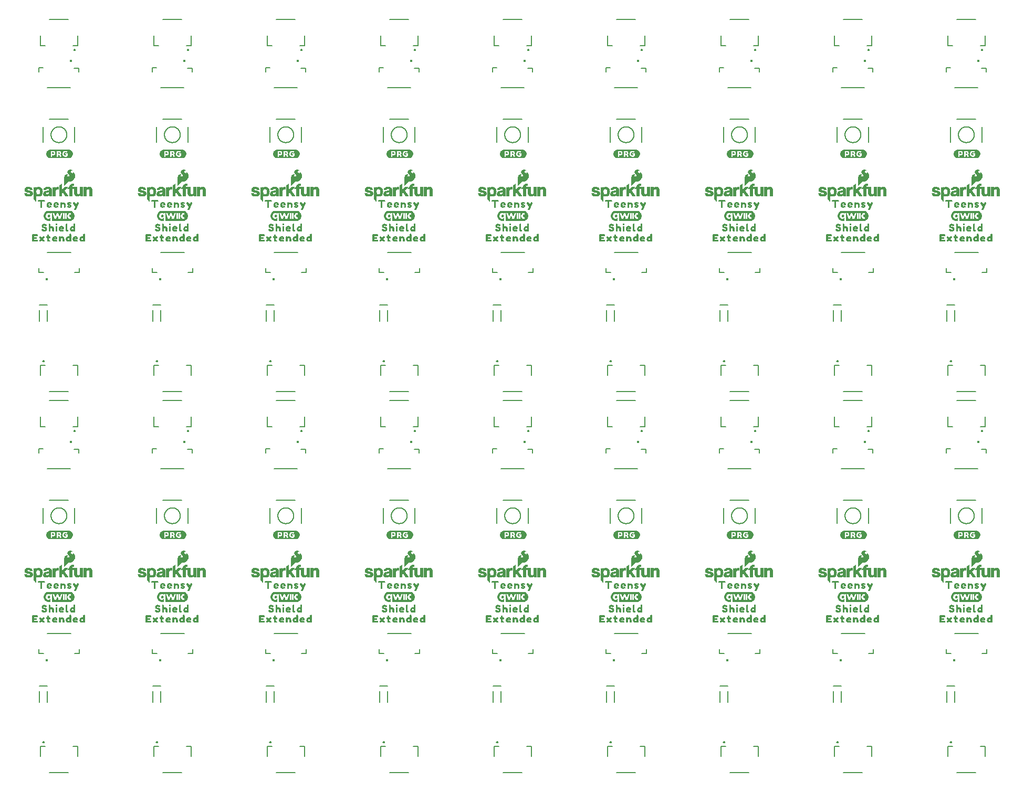
<source format=gto>
G04 EAGLE Gerber RS-274X export*
G75*
%MOMM*%
%FSLAX34Y34*%
%LPD*%
%INSilkscreen Top*%
%IPPOS*%
%AMOC8*
5,1,8,0,0,1.08239X$1,22.5*%
G01*
%ADD10C,0.203200*%
%ADD11C,0.406400*%

G36*
X627002Y279963D02*
X627002Y279963D01*
X654499Y279963D01*
X654501Y279964D01*
X654503Y279963D01*
X655030Y279996D01*
X655031Y279996D01*
X655033Y279996D01*
X656085Y280102D01*
X656087Y280104D01*
X656091Y280103D01*
X656607Y280210D01*
X656609Y280212D01*
X656612Y280211D01*
X657623Y280525D01*
X657624Y280527D01*
X657628Y280527D01*
X658113Y280732D01*
X658115Y280734D01*
X658119Y280734D01*
X659048Y281239D01*
X659050Y281242D01*
X659054Y281242D01*
X659488Y281540D01*
X659489Y281543D01*
X659492Y281544D01*
X660308Y282217D01*
X660309Y282220D01*
X660313Y282222D01*
X660678Y282601D01*
X660679Y282603D01*
X660681Y282605D01*
X661354Y283420D01*
X661355Y283424D01*
X661359Y283427D01*
X661640Y283872D01*
X661640Y283874D01*
X661642Y283876D01*
X662147Y284805D01*
X662146Y284809D01*
X662150Y284813D01*
X662336Y285306D01*
X662335Y285308D01*
X662337Y285310D01*
X662651Y286320D01*
X662650Y286324D01*
X662653Y286328D01*
X662738Y286848D01*
X662737Y286849D01*
X662739Y286852D01*
X662845Y287904D01*
X662843Y287907D01*
X662845Y287911D01*
X662837Y288437D01*
X662835Y288439D01*
X662836Y288443D01*
X662730Y289495D01*
X662728Y289497D01*
X662729Y289501D01*
X662627Y290017D01*
X662625Y290019D01*
X662625Y290023D01*
X662312Y291033D01*
X662309Y291035D01*
X662310Y291039D01*
X662108Y291525D01*
X662106Y291527D01*
X662106Y291531D01*
X661601Y292460D01*
X661599Y292462D01*
X661598Y292466D01*
X661303Y292902D01*
X661301Y292903D01*
X661300Y292907D01*
X660627Y293722D01*
X660624Y293723D01*
X660622Y293727D01*
X660245Y294095D01*
X660243Y294096D01*
X660242Y294099D01*
X659426Y294772D01*
X659422Y294772D01*
X659420Y294776D01*
X658976Y295060D01*
X658974Y295060D01*
X658973Y295063D01*
X658043Y295567D01*
X658039Y295567D01*
X658036Y295571D01*
X657544Y295760D01*
X657542Y295760D01*
X657540Y295761D01*
X656530Y296075D01*
X656527Y296074D01*
X656522Y296077D01*
X656004Y296167D01*
X656002Y296166D01*
X655999Y296167D01*
X654947Y296273D01*
X654706Y296298D01*
X654703Y296296D01*
X654700Y296298D01*
X621384Y296298D01*
X620855Y296293D01*
X620853Y296291D01*
X620850Y296292D01*
X619271Y296133D01*
X619267Y296130D01*
X619259Y296131D01*
X617744Y295661D01*
X617740Y295656D01*
X617732Y295656D01*
X616339Y294899D01*
X616336Y294894D01*
X616329Y294892D01*
X615111Y293876D01*
X615109Y293871D01*
X615102Y293867D01*
X614104Y292636D01*
X614104Y292631D01*
X614098Y292626D01*
X613593Y291697D01*
X613594Y291696D01*
X613592Y291695D01*
X613357Y291223D01*
X613358Y291218D01*
X613353Y291213D01*
X613040Y290203D01*
X613040Y290202D01*
X613039Y290201D01*
X612900Y289693D01*
X612901Y289688D01*
X612898Y289682D01*
X612745Y288104D01*
X612748Y288099D01*
X612745Y288091D01*
X612905Y286513D01*
X612908Y286509D01*
X612907Y286501D01*
X613373Y284985D01*
X613377Y284981D01*
X613378Y284973D01*
X614129Y283577D01*
X614134Y283574D01*
X614136Y283567D01*
X614199Y283491D01*
X614406Y283240D01*
X614407Y283240D01*
X614614Y282989D01*
X614822Y282738D01*
X615030Y282487D01*
X615147Y282345D01*
X615153Y282343D01*
X615156Y282336D01*
X616386Y281335D01*
X616391Y281335D01*
X616396Y281329D01*
X617796Y280585D01*
X617801Y280586D01*
X617807Y280580D01*
X619325Y280123D01*
X619330Y280125D01*
X619337Y280121D01*
X620915Y279963D01*
X620918Y279964D01*
X620921Y279963D01*
X623418Y279963D01*
X623437Y279975D01*
X623460Y279979D01*
X623466Y279994D01*
X623475Y279999D01*
X623473Y280010D01*
X623480Y280026D01*
X623479Y280175D01*
X623479Y284558D01*
X623472Y284569D01*
X623474Y284582D01*
X623455Y284595D01*
X623442Y284615D01*
X623429Y284613D01*
X623418Y284621D01*
X623384Y284607D01*
X623375Y284605D01*
X623373Y284602D01*
X623370Y284601D01*
X623148Y284362D01*
X622767Y284008D01*
X622334Y283724D01*
X621862Y283511D01*
X621360Y283385D01*
X620844Y283328D01*
X620323Y283349D01*
X619804Y283398D01*
X619302Y283535D01*
X618811Y283705D01*
X618358Y283959D01*
X617941Y284267D01*
X617554Y284613D01*
X617246Y285032D01*
X616969Y285472D01*
X616754Y285947D01*
X616594Y286442D01*
X616469Y286949D01*
X616370Y287991D01*
X616435Y289035D01*
X616550Y289544D01*
X616683Y290049D01*
X616899Y290522D01*
X617153Y290977D01*
X617459Y291397D01*
X617831Y291758D01*
X618234Y292083D01*
X618688Y292336D01*
X619172Y292524D01*
X619669Y292675D01*
X620710Y292755D01*
X621227Y292706D01*
X621733Y292591D01*
X622215Y292401D01*
X622657Y292132D01*
X623058Y291799D01*
X623373Y291504D01*
X623384Y291502D01*
X623390Y291493D01*
X623415Y291497D01*
X623440Y291492D01*
X623446Y291501D01*
X623457Y291503D01*
X623476Y291544D01*
X623479Y291548D01*
X623478Y291549D01*
X623479Y291550D01*
X623479Y292605D01*
X623483Y292658D01*
X626428Y292658D01*
X626428Y280018D01*
X626440Y279999D01*
X626444Y279976D01*
X626459Y279970D01*
X626464Y279961D01*
X626475Y279963D01*
X626491Y279956D01*
X627002Y279963D01*
G37*
G36*
X1175642Y279963D02*
X1175642Y279963D01*
X1203139Y279963D01*
X1203141Y279964D01*
X1203143Y279963D01*
X1203670Y279996D01*
X1203671Y279996D01*
X1203673Y279996D01*
X1204725Y280102D01*
X1204727Y280104D01*
X1204731Y280103D01*
X1205247Y280210D01*
X1205249Y280212D01*
X1205252Y280211D01*
X1206263Y280525D01*
X1206264Y280527D01*
X1206268Y280527D01*
X1206753Y280732D01*
X1206755Y280734D01*
X1206759Y280734D01*
X1207688Y281239D01*
X1207690Y281242D01*
X1207694Y281242D01*
X1208128Y281540D01*
X1208129Y281543D01*
X1208132Y281544D01*
X1208948Y282217D01*
X1208949Y282220D01*
X1208953Y282222D01*
X1209318Y282601D01*
X1209319Y282603D01*
X1209321Y282605D01*
X1209994Y283420D01*
X1209995Y283424D01*
X1209999Y283427D01*
X1210280Y283872D01*
X1210280Y283874D01*
X1210282Y283876D01*
X1210787Y284805D01*
X1210786Y284809D01*
X1210790Y284813D01*
X1210976Y285306D01*
X1210975Y285308D01*
X1210977Y285310D01*
X1211291Y286320D01*
X1211290Y286324D01*
X1211293Y286328D01*
X1211378Y286848D01*
X1211377Y286849D01*
X1211379Y286852D01*
X1211485Y287904D01*
X1211483Y287907D01*
X1211485Y287911D01*
X1211477Y288437D01*
X1211475Y288439D01*
X1211476Y288443D01*
X1211370Y289495D01*
X1211368Y289497D01*
X1211369Y289501D01*
X1211267Y290017D01*
X1211265Y290019D01*
X1211265Y290023D01*
X1210952Y291033D01*
X1210949Y291035D01*
X1210950Y291039D01*
X1210748Y291525D01*
X1210746Y291527D01*
X1210746Y291531D01*
X1210241Y292460D01*
X1210239Y292462D01*
X1210238Y292466D01*
X1209943Y292902D01*
X1209941Y292903D01*
X1209940Y292907D01*
X1209267Y293722D01*
X1209264Y293723D01*
X1209262Y293727D01*
X1208885Y294095D01*
X1208883Y294096D01*
X1208882Y294099D01*
X1208066Y294772D01*
X1208062Y294772D01*
X1208060Y294776D01*
X1207616Y295060D01*
X1207614Y295060D01*
X1207613Y295063D01*
X1206683Y295567D01*
X1206679Y295567D01*
X1206676Y295571D01*
X1206184Y295760D01*
X1206182Y295760D01*
X1206180Y295761D01*
X1205170Y296075D01*
X1205167Y296074D01*
X1205162Y296077D01*
X1204644Y296167D01*
X1204642Y296166D01*
X1204639Y296167D01*
X1203587Y296273D01*
X1203346Y296298D01*
X1203343Y296296D01*
X1203340Y296298D01*
X1170024Y296298D01*
X1169495Y296293D01*
X1169493Y296291D01*
X1169490Y296292D01*
X1167911Y296133D01*
X1167907Y296130D01*
X1167899Y296131D01*
X1166384Y295661D01*
X1166380Y295656D01*
X1166372Y295656D01*
X1164979Y294899D01*
X1164976Y294894D01*
X1164969Y294892D01*
X1163751Y293876D01*
X1163749Y293871D01*
X1163742Y293867D01*
X1162744Y292636D01*
X1162744Y292631D01*
X1162738Y292626D01*
X1162233Y291697D01*
X1162234Y291696D01*
X1162232Y291695D01*
X1161997Y291223D01*
X1161998Y291218D01*
X1161993Y291213D01*
X1161680Y290203D01*
X1161680Y290202D01*
X1161679Y290201D01*
X1161540Y289693D01*
X1161541Y289688D01*
X1161538Y289682D01*
X1161385Y288104D01*
X1161388Y288099D01*
X1161385Y288091D01*
X1161545Y286513D01*
X1161548Y286509D01*
X1161547Y286501D01*
X1162013Y284985D01*
X1162017Y284981D01*
X1162018Y284973D01*
X1162769Y283577D01*
X1162774Y283574D01*
X1162776Y283567D01*
X1162839Y283491D01*
X1163046Y283240D01*
X1163047Y283240D01*
X1163254Y282989D01*
X1163462Y282738D01*
X1163670Y282487D01*
X1163787Y282345D01*
X1163793Y282343D01*
X1163796Y282336D01*
X1165026Y281335D01*
X1165031Y281335D01*
X1165036Y281329D01*
X1166436Y280585D01*
X1166441Y280586D01*
X1166447Y280580D01*
X1167965Y280123D01*
X1167970Y280125D01*
X1167977Y280121D01*
X1169555Y279963D01*
X1169558Y279964D01*
X1169561Y279963D01*
X1172058Y279963D01*
X1172077Y279975D01*
X1172100Y279979D01*
X1172106Y279994D01*
X1172115Y279999D01*
X1172113Y280010D01*
X1172120Y280026D01*
X1172119Y280175D01*
X1172119Y284558D01*
X1172112Y284569D01*
X1172114Y284582D01*
X1172095Y284595D01*
X1172082Y284615D01*
X1172069Y284613D01*
X1172058Y284621D01*
X1172024Y284607D01*
X1172015Y284605D01*
X1172013Y284602D01*
X1172010Y284601D01*
X1171788Y284362D01*
X1171407Y284008D01*
X1170974Y283724D01*
X1170502Y283511D01*
X1170000Y283385D01*
X1169484Y283328D01*
X1168963Y283349D01*
X1168444Y283398D01*
X1167942Y283535D01*
X1167451Y283705D01*
X1166998Y283959D01*
X1166581Y284267D01*
X1166194Y284613D01*
X1165886Y285032D01*
X1165609Y285472D01*
X1165394Y285947D01*
X1165234Y286442D01*
X1165109Y286949D01*
X1165010Y287991D01*
X1165075Y289035D01*
X1165190Y289544D01*
X1165323Y290049D01*
X1165539Y290522D01*
X1165793Y290977D01*
X1166099Y291397D01*
X1166471Y291758D01*
X1166874Y292083D01*
X1167328Y292336D01*
X1167812Y292524D01*
X1168309Y292675D01*
X1169350Y292755D01*
X1169867Y292706D01*
X1170373Y292591D01*
X1170855Y292401D01*
X1171297Y292132D01*
X1171698Y291799D01*
X1172013Y291504D01*
X1172024Y291502D01*
X1172030Y291493D01*
X1172055Y291497D01*
X1172080Y291492D01*
X1172086Y291501D01*
X1172097Y291503D01*
X1172116Y291544D01*
X1172119Y291548D01*
X1172118Y291549D01*
X1172119Y291550D01*
X1172119Y292605D01*
X1172123Y292658D01*
X1175068Y292658D01*
X1175068Y280018D01*
X1175080Y279999D01*
X1175084Y279976D01*
X1175099Y279970D01*
X1175104Y279961D01*
X1175115Y279963D01*
X1175131Y279956D01*
X1175642Y279963D01*
G37*
G36*
X261242Y279963D02*
X261242Y279963D01*
X288739Y279963D01*
X288741Y279964D01*
X288743Y279963D01*
X289270Y279996D01*
X289271Y279996D01*
X289273Y279996D01*
X290325Y280102D01*
X290327Y280104D01*
X290331Y280103D01*
X290847Y280210D01*
X290849Y280212D01*
X290852Y280211D01*
X291863Y280525D01*
X291864Y280527D01*
X291868Y280527D01*
X292353Y280732D01*
X292355Y280734D01*
X292359Y280734D01*
X293288Y281239D01*
X293290Y281242D01*
X293294Y281242D01*
X293728Y281540D01*
X293729Y281543D01*
X293732Y281544D01*
X294548Y282217D01*
X294549Y282220D01*
X294553Y282222D01*
X294918Y282601D01*
X294919Y282603D01*
X294921Y282605D01*
X295594Y283420D01*
X295595Y283424D01*
X295599Y283427D01*
X295880Y283872D01*
X295880Y283874D01*
X295882Y283876D01*
X296387Y284805D01*
X296386Y284809D01*
X296390Y284813D01*
X296576Y285306D01*
X296575Y285308D01*
X296577Y285310D01*
X296891Y286320D01*
X296890Y286324D01*
X296893Y286328D01*
X296978Y286848D01*
X296977Y286849D01*
X296979Y286852D01*
X297085Y287904D01*
X297083Y287907D01*
X297085Y287911D01*
X297077Y288437D01*
X297075Y288439D01*
X297076Y288443D01*
X296970Y289495D01*
X296968Y289497D01*
X296969Y289501D01*
X296867Y290017D01*
X296865Y290019D01*
X296865Y290023D01*
X296552Y291033D01*
X296549Y291035D01*
X296550Y291039D01*
X296348Y291525D01*
X296346Y291527D01*
X296346Y291531D01*
X295841Y292460D01*
X295839Y292462D01*
X295838Y292466D01*
X295543Y292902D01*
X295541Y292903D01*
X295540Y292907D01*
X294867Y293722D01*
X294864Y293723D01*
X294862Y293727D01*
X294485Y294095D01*
X294483Y294096D01*
X294482Y294099D01*
X293666Y294772D01*
X293662Y294772D01*
X293660Y294776D01*
X293216Y295060D01*
X293214Y295060D01*
X293213Y295063D01*
X292283Y295567D01*
X292279Y295567D01*
X292276Y295571D01*
X291784Y295760D01*
X291782Y295760D01*
X291780Y295761D01*
X290770Y296075D01*
X290767Y296074D01*
X290762Y296077D01*
X290244Y296167D01*
X290242Y296166D01*
X290239Y296167D01*
X289187Y296273D01*
X288946Y296298D01*
X288943Y296296D01*
X288940Y296298D01*
X255624Y296298D01*
X255095Y296293D01*
X255093Y296291D01*
X255090Y296292D01*
X253511Y296133D01*
X253507Y296130D01*
X253499Y296131D01*
X251984Y295661D01*
X251980Y295656D01*
X251972Y295656D01*
X250579Y294899D01*
X250576Y294894D01*
X250569Y294892D01*
X249351Y293876D01*
X249349Y293871D01*
X249342Y293867D01*
X248344Y292636D01*
X248344Y292631D01*
X248338Y292626D01*
X247833Y291697D01*
X247834Y291696D01*
X247832Y291695D01*
X247597Y291223D01*
X247598Y291218D01*
X247593Y291213D01*
X247280Y290203D01*
X247280Y290202D01*
X247279Y290201D01*
X247140Y289693D01*
X247141Y289688D01*
X247138Y289682D01*
X246985Y288104D01*
X246988Y288099D01*
X246985Y288091D01*
X247145Y286513D01*
X247148Y286509D01*
X247147Y286501D01*
X247613Y284985D01*
X247617Y284981D01*
X247618Y284973D01*
X248369Y283577D01*
X248374Y283574D01*
X248376Y283567D01*
X248439Y283491D01*
X248646Y283240D01*
X248647Y283240D01*
X248854Y282989D01*
X249062Y282738D01*
X249270Y282487D01*
X249387Y282345D01*
X249393Y282343D01*
X249396Y282336D01*
X250626Y281335D01*
X250631Y281335D01*
X250636Y281329D01*
X252036Y280585D01*
X252041Y280586D01*
X252047Y280580D01*
X253565Y280123D01*
X253570Y280125D01*
X253577Y280121D01*
X255155Y279963D01*
X255158Y279964D01*
X255161Y279963D01*
X257658Y279963D01*
X257677Y279975D01*
X257700Y279979D01*
X257706Y279994D01*
X257715Y279999D01*
X257713Y280010D01*
X257720Y280026D01*
X257719Y280175D01*
X257719Y284558D01*
X257712Y284569D01*
X257714Y284582D01*
X257695Y284595D01*
X257682Y284615D01*
X257669Y284613D01*
X257658Y284621D01*
X257624Y284607D01*
X257615Y284605D01*
X257613Y284602D01*
X257610Y284601D01*
X257388Y284362D01*
X257007Y284008D01*
X256574Y283724D01*
X256102Y283511D01*
X255600Y283385D01*
X255084Y283328D01*
X254563Y283349D01*
X254044Y283398D01*
X253542Y283535D01*
X253051Y283705D01*
X252598Y283959D01*
X252181Y284267D01*
X251794Y284613D01*
X251486Y285032D01*
X251209Y285472D01*
X250994Y285947D01*
X250834Y286442D01*
X250709Y286949D01*
X250610Y287991D01*
X250675Y289035D01*
X250790Y289544D01*
X250923Y290049D01*
X251139Y290522D01*
X251393Y290977D01*
X251699Y291397D01*
X252071Y291758D01*
X252474Y292083D01*
X252928Y292336D01*
X253412Y292524D01*
X253909Y292675D01*
X254950Y292755D01*
X255467Y292706D01*
X255973Y292591D01*
X256455Y292401D01*
X256897Y292132D01*
X257298Y291799D01*
X257613Y291504D01*
X257624Y291502D01*
X257630Y291493D01*
X257655Y291497D01*
X257680Y291492D01*
X257686Y291501D01*
X257697Y291503D01*
X257716Y291544D01*
X257719Y291548D01*
X257718Y291549D01*
X257719Y291550D01*
X257719Y292605D01*
X257723Y292658D01*
X260668Y292658D01*
X260668Y280018D01*
X260680Y279999D01*
X260684Y279976D01*
X260699Y279970D01*
X260704Y279961D01*
X260715Y279963D01*
X260731Y279956D01*
X261242Y279963D01*
G37*
G36*
X627002Y894643D02*
X627002Y894643D01*
X654499Y894643D01*
X654501Y894644D01*
X654503Y894643D01*
X655030Y894676D01*
X655031Y894676D01*
X655033Y894676D01*
X656085Y894782D01*
X656087Y894784D01*
X656091Y894783D01*
X656607Y894890D01*
X656609Y894892D01*
X656612Y894891D01*
X657623Y895205D01*
X657624Y895207D01*
X657628Y895207D01*
X658113Y895412D01*
X658115Y895414D01*
X658119Y895414D01*
X659048Y895919D01*
X659050Y895922D01*
X659054Y895922D01*
X659488Y896220D01*
X659489Y896223D01*
X659492Y896224D01*
X660308Y896897D01*
X660309Y896900D01*
X660313Y896902D01*
X660678Y897281D01*
X660679Y897283D01*
X660681Y897285D01*
X661354Y898100D01*
X661355Y898104D01*
X661359Y898107D01*
X661640Y898552D01*
X661640Y898554D01*
X661642Y898556D01*
X662147Y899485D01*
X662146Y899489D01*
X662150Y899493D01*
X662336Y899986D01*
X662335Y899988D01*
X662337Y899990D01*
X662651Y901000D01*
X662650Y901004D01*
X662653Y901008D01*
X662738Y901528D01*
X662737Y901529D01*
X662739Y901532D01*
X662845Y902584D01*
X662843Y902587D01*
X662845Y902591D01*
X662837Y903117D01*
X662835Y903119D01*
X662836Y903123D01*
X662730Y904175D01*
X662728Y904177D01*
X662729Y904181D01*
X662627Y904697D01*
X662625Y904699D01*
X662625Y904703D01*
X662312Y905713D01*
X662309Y905715D01*
X662310Y905719D01*
X662108Y906205D01*
X662106Y906207D01*
X662106Y906211D01*
X661601Y907140D01*
X661599Y907142D01*
X661598Y907146D01*
X661303Y907582D01*
X661301Y907583D01*
X661300Y907587D01*
X660627Y908402D01*
X660624Y908403D01*
X660622Y908407D01*
X660245Y908775D01*
X660243Y908776D01*
X660242Y908779D01*
X659426Y909452D01*
X659422Y909452D01*
X659420Y909456D01*
X658976Y909740D01*
X658974Y909740D01*
X658973Y909743D01*
X658043Y910247D01*
X658039Y910247D01*
X658036Y910251D01*
X657544Y910440D01*
X657542Y910440D01*
X657540Y910441D01*
X656530Y910755D01*
X656527Y910754D01*
X656522Y910757D01*
X656004Y910847D01*
X656002Y910846D01*
X655999Y910847D01*
X654947Y910953D01*
X654706Y910978D01*
X654703Y910976D01*
X654700Y910978D01*
X621384Y910978D01*
X620855Y910973D01*
X620853Y910971D01*
X620850Y910972D01*
X619271Y910813D01*
X619267Y910810D01*
X619259Y910811D01*
X617744Y910341D01*
X617740Y910336D01*
X617732Y910336D01*
X616339Y909579D01*
X616336Y909574D01*
X616329Y909572D01*
X615111Y908556D01*
X615109Y908551D01*
X615102Y908547D01*
X614104Y907316D01*
X614104Y907311D01*
X614098Y907306D01*
X613593Y906377D01*
X613594Y906376D01*
X613592Y906375D01*
X613357Y905903D01*
X613358Y905898D01*
X613353Y905893D01*
X613040Y904883D01*
X613040Y904882D01*
X613039Y904881D01*
X612900Y904373D01*
X612901Y904368D01*
X612898Y904362D01*
X612745Y902784D01*
X612748Y902779D01*
X612745Y902771D01*
X612905Y901193D01*
X612908Y901189D01*
X612907Y901181D01*
X613373Y899665D01*
X613377Y899661D01*
X613378Y899653D01*
X614129Y898257D01*
X614134Y898254D01*
X614136Y898247D01*
X614199Y898171D01*
X614406Y897920D01*
X614407Y897920D01*
X614614Y897669D01*
X614822Y897418D01*
X615030Y897167D01*
X615147Y897025D01*
X615153Y897023D01*
X615156Y897016D01*
X616386Y896015D01*
X616391Y896015D01*
X616396Y896009D01*
X617796Y895265D01*
X617801Y895266D01*
X617807Y895260D01*
X619325Y894803D01*
X619330Y894805D01*
X619337Y894801D01*
X620915Y894643D01*
X620918Y894644D01*
X620921Y894643D01*
X623418Y894643D01*
X623437Y894655D01*
X623460Y894659D01*
X623466Y894674D01*
X623475Y894679D01*
X623473Y894690D01*
X623480Y894706D01*
X623479Y894855D01*
X623479Y899238D01*
X623472Y899249D01*
X623474Y899262D01*
X623455Y899275D01*
X623442Y899295D01*
X623429Y899293D01*
X623418Y899301D01*
X623384Y899287D01*
X623375Y899285D01*
X623373Y899282D01*
X623370Y899281D01*
X623148Y899042D01*
X622767Y898688D01*
X622334Y898404D01*
X621862Y898191D01*
X621360Y898065D01*
X620844Y898008D01*
X620323Y898029D01*
X619804Y898078D01*
X619302Y898215D01*
X618811Y898385D01*
X618358Y898639D01*
X617941Y898947D01*
X617554Y899293D01*
X617246Y899712D01*
X616969Y900152D01*
X616754Y900627D01*
X616594Y901122D01*
X616469Y901629D01*
X616370Y902671D01*
X616435Y903715D01*
X616550Y904224D01*
X616683Y904729D01*
X616899Y905202D01*
X617153Y905657D01*
X617459Y906077D01*
X617831Y906438D01*
X618234Y906763D01*
X618688Y907016D01*
X619172Y907204D01*
X619669Y907355D01*
X620710Y907435D01*
X621227Y907386D01*
X621733Y907271D01*
X622215Y907081D01*
X622657Y906812D01*
X623058Y906479D01*
X623373Y906184D01*
X623384Y906182D01*
X623390Y906173D01*
X623415Y906177D01*
X623440Y906172D01*
X623446Y906181D01*
X623457Y906183D01*
X623476Y906224D01*
X623479Y906228D01*
X623478Y906229D01*
X623479Y906230D01*
X623479Y907285D01*
X623483Y907338D01*
X626428Y907338D01*
X626428Y894698D01*
X626440Y894679D01*
X626444Y894656D01*
X626459Y894650D01*
X626464Y894641D01*
X626475Y894643D01*
X626491Y894636D01*
X627002Y894643D01*
G37*
G36*
X444122Y894643D02*
X444122Y894643D01*
X471619Y894643D01*
X471621Y894644D01*
X471623Y894643D01*
X472150Y894676D01*
X472151Y894676D01*
X472153Y894676D01*
X473205Y894782D01*
X473207Y894784D01*
X473211Y894783D01*
X473727Y894890D01*
X473729Y894892D01*
X473732Y894891D01*
X474743Y895205D01*
X474744Y895207D01*
X474748Y895207D01*
X475233Y895412D01*
X475235Y895414D01*
X475239Y895414D01*
X476168Y895919D01*
X476170Y895922D01*
X476174Y895922D01*
X476608Y896220D01*
X476609Y896223D01*
X476612Y896224D01*
X477428Y896897D01*
X477429Y896900D01*
X477433Y896902D01*
X477798Y897281D01*
X477799Y897283D01*
X477801Y897285D01*
X478474Y898100D01*
X478475Y898104D01*
X478479Y898107D01*
X478760Y898552D01*
X478760Y898554D01*
X478762Y898556D01*
X479267Y899485D01*
X479266Y899489D01*
X479270Y899493D01*
X479456Y899986D01*
X479455Y899988D01*
X479457Y899990D01*
X479771Y901000D01*
X479770Y901004D01*
X479773Y901008D01*
X479858Y901528D01*
X479857Y901529D01*
X479859Y901532D01*
X479965Y902584D01*
X479963Y902587D01*
X479965Y902591D01*
X479957Y903117D01*
X479955Y903119D01*
X479956Y903123D01*
X479850Y904175D01*
X479848Y904177D01*
X479849Y904181D01*
X479747Y904697D01*
X479745Y904699D01*
X479745Y904703D01*
X479432Y905713D01*
X479429Y905715D01*
X479430Y905719D01*
X479228Y906205D01*
X479226Y906207D01*
X479226Y906211D01*
X478721Y907140D01*
X478719Y907142D01*
X478718Y907146D01*
X478423Y907582D01*
X478421Y907583D01*
X478420Y907587D01*
X477747Y908402D01*
X477744Y908403D01*
X477742Y908407D01*
X477365Y908775D01*
X477363Y908776D01*
X477362Y908779D01*
X476546Y909452D01*
X476542Y909452D01*
X476540Y909456D01*
X476096Y909740D01*
X476094Y909740D01*
X476093Y909743D01*
X475163Y910247D01*
X475159Y910247D01*
X475156Y910251D01*
X474664Y910440D01*
X474662Y910440D01*
X474660Y910441D01*
X473650Y910755D01*
X473647Y910754D01*
X473642Y910757D01*
X473124Y910847D01*
X473122Y910846D01*
X473119Y910847D01*
X472067Y910953D01*
X471826Y910978D01*
X471823Y910976D01*
X471820Y910978D01*
X438504Y910978D01*
X437975Y910973D01*
X437973Y910971D01*
X437970Y910972D01*
X436391Y910813D01*
X436387Y910810D01*
X436379Y910811D01*
X434864Y910341D01*
X434860Y910336D01*
X434852Y910336D01*
X433459Y909579D01*
X433456Y909574D01*
X433449Y909572D01*
X432231Y908556D01*
X432229Y908551D01*
X432222Y908547D01*
X431224Y907316D01*
X431224Y907311D01*
X431218Y907306D01*
X430713Y906377D01*
X430714Y906376D01*
X430712Y906375D01*
X430477Y905903D01*
X430478Y905898D01*
X430473Y905893D01*
X430160Y904883D01*
X430160Y904882D01*
X430159Y904881D01*
X430020Y904373D01*
X430021Y904368D01*
X430018Y904362D01*
X429865Y902784D01*
X429868Y902779D01*
X429865Y902771D01*
X430025Y901193D01*
X430028Y901189D01*
X430027Y901181D01*
X430493Y899665D01*
X430497Y899661D01*
X430498Y899653D01*
X431249Y898257D01*
X431254Y898254D01*
X431256Y898247D01*
X431319Y898171D01*
X431526Y897920D01*
X431527Y897920D01*
X431734Y897669D01*
X431942Y897418D01*
X432150Y897167D01*
X432267Y897025D01*
X432273Y897023D01*
X432276Y897016D01*
X433506Y896015D01*
X433511Y896015D01*
X433516Y896009D01*
X434916Y895265D01*
X434921Y895266D01*
X434927Y895260D01*
X436445Y894803D01*
X436450Y894805D01*
X436457Y894801D01*
X438035Y894643D01*
X438038Y894644D01*
X438041Y894643D01*
X440538Y894643D01*
X440557Y894655D01*
X440580Y894659D01*
X440586Y894674D01*
X440595Y894679D01*
X440593Y894690D01*
X440600Y894706D01*
X440599Y894855D01*
X440599Y899238D01*
X440592Y899249D01*
X440594Y899262D01*
X440575Y899275D01*
X440562Y899295D01*
X440549Y899293D01*
X440538Y899301D01*
X440504Y899287D01*
X440495Y899285D01*
X440493Y899282D01*
X440490Y899281D01*
X440268Y899042D01*
X439887Y898688D01*
X439454Y898404D01*
X438982Y898191D01*
X438480Y898065D01*
X437964Y898008D01*
X437443Y898029D01*
X436924Y898078D01*
X436422Y898215D01*
X435931Y898385D01*
X435478Y898639D01*
X435061Y898947D01*
X434674Y899293D01*
X434366Y899712D01*
X434089Y900152D01*
X433874Y900627D01*
X433714Y901122D01*
X433589Y901629D01*
X433490Y902671D01*
X433555Y903715D01*
X433670Y904224D01*
X433803Y904729D01*
X434019Y905202D01*
X434273Y905657D01*
X434579Y906077D01*
X434951Y906438D01*
X435354Y906763D01*
X435808Y907016D01*
X436292Y907204D01*
X436789Y907355D01*
X437830Y907435D01*
X438347Y907386D01*
X438853Y907271D01*
X439335Y907081D01*
X439777Y906812D01*
X440178Y906479D01*
X440493Y906184D01*
X440504Y906182D01*
X440510Y906173D01*
X440535Y906177D01*
X440560Y906172D01*
X440566Y906181D01*
X440577Y906183D01*
X440596Y906224D01*
X440599Y906228D01*
X440598Y906229D01*
X440599Y906230D01*
X440599Y907285D01*
X440603Y907338D01*
X443548Y907338D01*
X443548Y894698D01*
X443560Y894679D01*
X443564Y894656D01*
X443579Y894650D01*
X443584Y894641D01*
X443595Y894643D01*
X443611Y894636D01*
X444122Y894643D01*
G37*
G36*
X1541402Y894643D02*
X1541402Y894643D01*
X1568899Y894643D01*
X1568901Y894644D01*
X1568903Y894643D01*
X1569430Y894676D01*
X1569431Y894676D01*
X1569433Y894676D01*
X1570485Y894782D01*
X1570487Y894784D01*
X1570491Y894783D01*
X1571007Y894890D01*
X1571009Y894892D01*
X1571012Y894891D01*
X1572023Y895205D01*
X1572024Y895207D01*
X1572028Y895207D01*
X1572513Y895412D01*
X1572515Y895414D01*
X1572519Y895414D01*
X1573448Y895919D01*
X1573450Y895922D01*
X1573454Y895922D01*
X1573888Y896220D01*
X1573889Y896223D01*
X1573892Y896224D01*
X1574708Y896897D01*
X1574709Y896900D01*
X1574713Y896902D01*
X1575078Y897281D01*
X1575079Y897283D01*
X1575081Y897285D01*
X1575754Y898100D01*
X1575755Y898104D01*
X1575759Y898107D01*
X1576040Y898552D01*
X1576040Y898554D01*
X1576042Y898556D01*
X1576547Y899485D01*
X1576546Y899489D01*
X1576550Y899493D01*
X1576736Y899986D01*
X1576735Y899988D01*
X1576737Y899990D01*
X1577051Y901000D01*
X1577050Y901004D01*
X1577053Y901008D01*
X1577138Y901528D01*
X1577137Y901529D01*
X1577139Y901532D01*
X1577245Y902584D01*
X1577243Y902587D01*
X1577245Y902591D01*
X1577237Y903117D01*
X1577235Y903119D01*
X1577236Y903123D01*
X1577130Y904175D01*
X1577128Y904177D01*
X1577129Y904181D01*
X1577027Y904697D01*
X1577025Y904699D01*
X1577025Y904703D01*
X1576712Y905713D01*
X1576709Y905715D01*
X1576710Y905719D01*
X1576508Y906205D01*
X1576506Y906207D01*
X1576506Y906211D01*
X1576001Y907140D01*
X1575999Y907142D01*
X1575998Y907146D01*
X1575703Y907582D01*
X1575701Y907583D01*
X1575700Y907587D01*
X1575027Y908402D01*
X1575024Y908403D01*
X1575022Y908407D01*
X1574645Y908775D01*
X1574643Y908776D01*
X1574642Y908779D01*
X1573826Y909452D01*
X1573822Y909452D01*
X1573820Y909456D01*
X1573376Y909740D01*
X1573374Y909740D01*
X1573373Y909743D01*
X1572443Y910247D01*
X1572439Y910247D01*
X1572436Y910251D01*
X1571944Y910440D01*
X1571942Y910440D01*
X1571940Y910441D01*
X1570930Y910755D01*
X1570927Y910754D01*
X1570922Y910757D01*
X1570404Y910847D01*
X1570402Y910846D01*
X1570399Y910847D01*
X1569347Y910953D01*
X1569106Y910978D01*
X1569103Y910976D01*
X1569100Y910978D01*
X1535784Y910978D01*
X1535255Y910973D01*
X1535253Y910971D01*
X1535250Y910972D01*
X1533671Y910813D01*
X1533667Y910810D01*
X1533659Y910811D01*
X1532144Y910341D01*
X1532140Y910336D01*
X1532132Y910336D01*
X1530739Y909579D01*
X1530736Y909574D01*
X1530729Y909572D01*
X1529511Y908556D01*
X1529509Y908551D01*
X1529502Y908547D01*
X1528504Y907316D01*
X1528504Y907311D01*
X1528498Y907306D01*
X1527993Y906377D01*
X1527994Y906376D01*
X1527992Y906375D01*
X1527757Y905903D01*
X1527758Y905898D01*
X1527753Y905893D01*
X1527440Y904883D01*
X1527440Y904882D01*
X1527439Y904881D01*
X1527300Y904373D01*
X1527301Y904368D01*
X1527298Y904362D01*
X1527145Y902784D01*
X1527148Y902779D01*
X1527145Y902771D01*
X1527305Y901193D01*
X1527308Y901189D01*
X1527307Y901181D01*
X1527773Y899665D01*
X1527777Y899661D01*
X1527778Y899653D01*
X1528529Y898257D01*
X1528534Y898254D01*
X1528536Y898247D01*
X1528599Y898171D01*
X1528806Y897920D01*
X1528807Y897920D01*
X1529014Y897669D01*
X1529222Y897418D01*
X1529430Y897167D01*
X1529547Y897025D01*
X1529553Y897023D01*
X1529556Y897016D01*
X1530786Y896015D01*
X1530791Y896015D01*
X1530796Y896009D01*
X1532196Y895265D01*
X1532201Y895266D01*
X1532207Y895260D01*
X1533725Y894803D01*
X1533730Y894805D01*
X1533737Y894801D01*
X1535315Y894643D01*
X1535318Y894644D01*
X1535321Y894643D01*
X1537818Y894643D01*
X1537837Y894655D01*
X1537860Y894659D01*
X1537866Y894674D01*
X1537875Y894679D01*
X1537873Y894690D01*
X1537880Y894706D01*
X1537879Y894855D01*
X1537879Y899238D01*
X1537872Y899249D01*
X1537874Y899262D01*
X1537855Y899275D01*
X1537842Y899295D01*
X1537829Y899293D01*
X1537818Y899301D01*
X1537784Y899287D01*
X1537775Y899285D01*
X1537773Y899282D01*
X1537770Y899281D01*
X1537548Y899042D01*
X1537167Y898688D01*
X1536734Y898404D01*
X1536262Y898191D01*
X1535760Y898065D01*
X1535244Y898008D01*
X1534723Y898029D01*
X1534204Y898078D01*
X1533702Y898215D01*
X1533211Y898385D01*
X1532758Y898639D01*
X1532341Y898947D01*
X1531954Y899293D01*
X1531646Y899712D01*
X1531369Y900152D01*
X1531154Y900627D01*
X1530994Y901122D01*
X1530869Y901629D01*
X1530770Y902671D01*
X1530835Y903715D01*
X1530950Y904224D01*
X1531083Y904729D01*
X1531299Y905202D01*
X1531553Y905657D01*
X1531859Y906077D01*
X1532231Y906438D01*
X1532634Y906763D01*
X1533088Y907016D01*
X1533572Y907204D01*
X1534069Y907355D01*
X1535110Y907435D01*
X1535627Y907386D01*
X1536133Y907271D01*
X1536615Y907081D01*
X1537057Y906812D01*
X1537458Y906479D01*
X1537773Y906184D01*
X1537784Y906182D01*
X1537790Y906173D01*
X1537815Y906177D01*
X1537840Y906172D01*
X1537846Y906181D01*
X1537857Y906183D01*
X1537876Y906224D01*
X1537879Y906228D01*
X1537878Y906229D01*
X1537879Y906230D01*
X1537879Y907285D01*
X1537883Y907338D01*
X1540828Y907338D01*
X1540828Y894698D01*
X1540840Y894679D01*
X1540844Y894656D01*
X1540859Y894650D01*
X1540864Y894641D01*
X1540875Y894643D01*
X1540891Y894636D01*
X1541402Y894643D01*
G37*
G36*
X1175642Y894643D02*
X1175642Y894643D01*
X1203139Y894643D01*
X1203141Y894644D01*
X1203143Y894643D01*
X1203670Y894676D01*
X1203671Y894676D01*
X1203673Y894676D01*
X1204725Y894782D01*
X1204727Y894784D01*
X1204731Y894783D01*
X1205247Y894890D01*
X1205249Y894892D01*
X1205252Y894891D01*
X1206263Y895205D01*
X1206264Y895207D01*
X1206268Y895207D01*
X1206753Y895412D01*
X1206755Y895414D01*
X1206759Y895414D01*
X1207688Y895919D01*
X1207690Y895922D01*
X1207694Y895922D01*
X1208128Y896220D01*
X1208129Y896223D01*
X1208132Y896224D01*
X1208948Y896897D01*
X1208949Y896900D01*
X1208953Y896902D01*
X1209318Y897281D01*
X1209319Y897283D01*
X1209321Y897285D01*
X1209994Y898100D01*
X1209995Y898104D01*
X1209999Y898107D01*
X1210280Y898552D01*
X1210280Y898554D01*
X1210282Y898556D01*
X1210787Y899485D01*
X1210786Y899489D01*
X1210790Y899493D01*
X1210976Y899986D01*
X1210975Y899988D01*
X1210977Y899990D01*
X1211291Y901000D01*
X1211290Y901004D01*
X1211293Y901008D01*
X1211378Y901528D01*
X1211377Y901529D01*
X1211379Y901532D01*
X1211485Y902584D01*
X1211483Y902587D01*
X1211485Y902591D01*
X1211477Y903117D01*
X1211475Y903119D01*
X1211476Y903123D01*
X1211370Y904175D01*
X1211368Y904177D01*
X1211369Y904181D01*
X1211267Y904697D01*
X1211265Y904699D01*
X1211265Y904703D01*
X1210952Y905713D01*
X1210949Y905715D01*
X1210950Y905719D01*
X1210748Y906205D01*
X1210746Y906207D01*
X1210746Y906211D01*
X1210241Y907140D01*
X1210239Y907142D01*
X1210238Y907146D01*
X1209943Y907582D01*
X1209941Y907583D01*
X1209940Y907587D01*
X1209267Y908402D01*
X1209264Y908403D01*
X1209262Y908407D01*
X1208885Y908775D01*
X1208883Y908776D01*
X1208882Y908779D01*
X1208066Y909452D01*
X1208062Y909452D01*
X1208060Y909456D01*
X1207616Y909740D01*
X1207614Y909740D01*
X1207613Y909743D01*
X1206683Y910247D01*
X1206679Y910247D01*
X1206676Y910251D01*
X1206184Y910440D01*
X1206182Y910440D01*
X1206180Y910441D01*
X1205170Y910755D01*
X1205167Y910754D01*
X1205162Y910757D01*
X1204644Y910847D01*
X1204642Y910846D01*
X1204639Y910847D01*
X1203587Y910953D01*
X1203346Y910978D01*
X1203343Y910976D01*
X1203340Y910978D01*
X1170024Y910978D01*
X1169495Y910973D01*
X1169493Y910971D01*
X1169490Y910972D01*
X1167911Y910813D01*
X1167907Y910810D01*
X1167899Y910811D01*
X1166384Y910341D01*
X1166380Y910336D01*
X1166372Y910336D01*
X1164979Y909579D01*
X1164976Y909574D01*
X1164969Y909572D01*
X1163751Y908556D01*
X1163749Y908551D01*
X1163742Y908547D01*
X1162744Y907316D01*
X1162744Y907311D01*
X1162738Y907306D01*
X1162233Y906377D01*
X1162234Y906376D01*
X1162232Y906375D01*
X1161997Y905903D01*
X1161998Y905898D01*
X1161993Y905893D01*
X1161680Y904883D01*
X1161680Y904882D01*
X1161679Y904881D01*
X1161540Y904373D01*
X1161541Y904368D01*
X1161538Y904362D01*
X1161385Y902784D01*
X1161388Y902779D01*
X1161385Y902771D01*
X1161545Y901193D01*
X1161548Y901189D01*
X1161547Y901181D01*
X1162013Y899665D01*
X1162017Y899661D01*
X1162018Y899653D01*
X1162769Y898257D01*
X1162774Y898254D01*
X1162776Y898247D01*
X1162839Y898171D01*
X1163046Y897920D01*
X1163047Y897920D01*
X1163254Y897669D01*
X1163462Y897418D01*
X1163670Y897167D01*
X1163787Y897025D01*
X1163793Y897023D01*
X1163796Y897016D01*
X1165026Y896015D01*
X1165031Y896015D01*
X1165036Y896009D01*
X1166436Y895265D01*
X1166441Y895266D01*
X1166447Y895260D01*
X1167965Y894803D01*
X1167970Y894805D01*
X1167977Y894801D01*
X1169555Y894643D01*
X1169558Y894644D01*
X1169561Y894643D01*
X1172058Y894643D01*
X1172077Y894655D01*
X1172100Y894659D01*
X1172106Y894674D01*
X1172115Y894679D01*
X1172113Y894690D01*
X1172120Y894706D01*
X1172119Y894855D01*
X1172119Y899238D01*
X1172112Y899249D01*
X1172114Y899262D01*
X1172095Y899275D01*
X1172082Y899295D01*
X1172069Y899293D01*
X1172058Y899301D01*
X1172024Y899287D01*
X1172015Y899285D01*
X1172013Y899282D01*
X1172010Y899281D01*
X1171788Y899042D01*
X1171407Y898688D01*
X1170974Y898404D01*
X1170502Y898191D01*
X1170000Y898065D01*
X1169484Y898008D01*
X1168963Y898029D01*
X1168444Y898078D01*
X1167942Y898215D01*
X1167451Y898385D01*
X1166998Y898639D01*
X1166581Y898947D01*
X1166194Y899293D01*
X1165886Y899712D01*
X1165609Y900152D01*
X1165394Y900627D01*
X1165234Y901122D01*
X1165109Y901629D01*
X1165010Y902671D01*
X1165075Y903715D01*
X1165190Y904224D01*
X1165323Y904729D01*
X1165539Y905202D01*
X1165793Y905657D01*
X1166099Y906077D01*
X1166471Y906438D01*
X1166874Y906763D01*
X1167328Y907016D01*
X1167812Y907204D01*
X1168309Y907355D01*
X1169350Y907435D01*
X1169867Y907386D01*
X1170373Y907271D01*
X1170855Y907081D01*
X1171297Y906812D01*
X1171698Y906479D01*
X1172013Y906184D01*
X1172024Y906182D01*
X1172030Y906173D01*
X1172055Y906177D01*
X1172080Y906172D01*
X1172086Y906181D01*
X1172097Y906183D01*
X1172116Y906224D01*
X1172119Y906228D01*
X1172118Y906229D01*
X1172119Y906230D01*
X1172119Y907285D01*
X1172123Y907338D01*
X1175068Y907338D01*
X1175068Y894698D01*
X1175080Y894679D01*
X1175084Y894656D01*
X1175099Y894650D01*
X1175104Y894641D01*
X1175115Y894643D01*
X1175131Y894636D01*
X1175642Y894643D01*
G37*
G36*
X261242Y894643D02*
X261242Y894643D01*
X288739Y894643D01*
X288741Y894644D01*
X288743Y894643D01*
X289270Y894676D01*
X289271Y894676D01*
X289273Y894676D01*
X290325Y894782D01*
X290327Y894784D01*
X290331Y894783D01*
X290847Y894890D01*
X290849Y894892D01*
X290852Y894891D01*
X291863Y895205D01*
X291864Y895207D01*
X291868Y895207D01*
X292353Y895412D01*
X292355Y895414D01*
X292359Y895414D01*
X293288Y895919D01*
X293290Y895922D01*
X293294Y895922D01*
X293728Y896220D01*
X293729Y896223D01*
X293732Y896224D01*
X294548Y896897D01*
X294549Y896900D01*
X294553Y896902D01*
X294918Y897281D01*
X294919Y897283D01*
X294921Y897285D01*
X295594Y898100D01*
X295595Y898104D01*
X295599Y898107D01*
X295880Y898552D01*
X295880Y898554D01*
X295882Y898556D01*
X296387Y899485D01*
X296386Y899489D01*
X296390Y899493D01*
X296576Y899986D01*
X296575Y899988D01*
X296577Y899990D01*
X296891Y901000D01*
X296890Y901004D01*
X296893Y901008D01*
X296978Y901528D01*
X296977Y901529D01*
X296979Y901532D01*
X297085Y902584D01*
X297083Y902587D01*
X297085Y902591D01*
X297077Y903117D01*
X297075Y903119D01*
X297076Y903123D01*
X296970Y904175D01*
X296968Y904177D01*
X296969Y904181D01*
X296867Y904697D01*
X296865Y904699D01*
X296865Y904703D01*
X296552Y905713D01*
X296549Y905715D01*
X296550Y905719D01*
X296348Y906205D01*
X296346Y906207D01*
X296346Y906211D01*
X295841Y907140D01*
X295839Y907142D01*
X295838Y907146D01*
X295543Y907582D01*
X295541Y907583D01*
X295540Y907587D01*
X294867Y908402D01*
X294864Y908403D01*
X294862Y908407D01*
X294485Y908775D01*
X294483Y908776D01*
X294482Y908779D01*
X293666Y909452D01*
X293662Y909452D01*
X293660Y909456D01*
X293216Y909740D01*
X293214Y909740D01*
X293213Y909743D01*
X292283Y910247D01*
X292279Y910247D01*
X292276Y910251D01*
X291784Y910440D01*
X291782Y910440D01*
X291780Y910441D01*
X290770Y910755D01*
X290767Y910754D01*
X290762Y910757D01*
X290244Y910847D01*
X290242Y910846D01*
X290239Y910847D01*
X289187Y910953D01*
X288946Y910978D01*
X288943Y910976D01*
X288940Y910978D01*
X255624Y910978D01*
X255095Y910973D01*
X255093Y910971D01*
X255090Y910972D01*
X253511Y910813D01*
X253507Y910810D01*
X253499Y910811D01*
X251984Y910341D01*
X251980Y910336D01*
X251972Y910336D01*
X250579Y909579D01*
X250576Y909574D01*
X250569Y909572D01*
X249351Y908556D01*
X249349Y908551D01*
X249342Y908547D01*
X248344Y907316D01*
X248344Y907311D01*
X248338Y907306D01*
X247833Y906377D01*
X247834Y906376D01*
X247832Y906375D01*
X247597Y905903D01*
X247598Y905898D01*
X247593Y905893D01*
X247280Y904883D01*
X247280Y904882D01*
X247279Y904881D01*
X247140Y904373D01*
X247141Y904368D01*
X247138Y904362D01*
X246985Y902784D01*
X246988Y902779D01*
X246985Y902771D01*
X247145Y901193D01*
X247148Y901189D01*
X247147Y901181D01*
X247613Y899665D01*
X247617Y899661D01*
X247618Y899653D01*
X248369Y898257D01*
X248374Y898254D01*
X248376Y898247D01*
X248439Y898171D01*
X248646Y897920D01*
X248647Y897920D01*
X248854Y897669D01*
X249062Y897418D01*
X249270Y897167D01*
X249387Y897025D01*
X249393Y897023D01*
X249396Y897016D01*
X250626Y896015D01*
X250631Y896015D01*
X250636Y896009D01*
X252036Y895265D01*
X252041Y895266D01*
X252047Y895260D01*
X253565Y894803D01*
X253570Y894805D01*
X253577Y894801D01*
X255155Y894643D01*
X255158Y894644D01*
X255161Y894643D01*
X257658Y894643D01*
X257677Y894655D01*
X257700Y894659D01*
X257706Y894674D01*
X257715Y894679D01*
X257713Y894690D01*
X257720Y894706D01*
X257719Y894855D01*
X257719Y899238D01*
X257712Y899249D01*
X257714Y899262D01*
X257695Y899275D01*
X257682Y899295D01*
X257669Y899293D01*
X257658Y899301D01*
X257624Y899287D01*
X257615Y899285D01*
X257613Y899282D01*
X257610Y899281D01*
X257388Y899042D01*
X257007Y898688D01*
X256574Y898404D01*
X256102Y898191D01*
X255600Y898065D01*
X255084Y898008D01*
X254563Y898029D01*
X254044Y898078D01*
X253542Y898215D01*
X253051Y898385D01*
X252598Y898639D01*
X252181Y898947D01*
X251794Y899293D01*
X251486Y899712D01*
X251209Y900152D01*
X250994Y900627D01*
X250834Y901122D01*
X250709Y901629D01*
X250610Y902671D01*
X250675Y903715D01*
X250790Y904224D01*
X250923Y904729D01*
X251139Y905202D01*
X251393Y905657D01*
X251699Y906077D01*
X252071Y906438D01*
X252474Y906763D01*
X252928Y907016D01*
X253412Y907204D01*
X253909Y907355D01*
X254950Y907435D01*
X255467Y907386D01*
X255973Y907271D01*
X256455Y907081D01*
X256897Y906812D01*
X257298Y906479D01*
X257613Y906184D01*
X257624Y906182D01*
X257630Y906173D01*
X257655Y906177D01*
X257680Y906172D01*
X257686Y906181D01*
X257697Y906183D01*
X257716Y906224D01*
X257719Y906228D01*
X257718Y906229D01*
X257719Y906230D01*
X257719Y907285D01*
X257723Y907338D01*
X260668Y907338D01*
X260668Y894698D01*
X260680Y894679D01*
X260684Y894656D01*
X260699Y894650D01*
X260704Y894641D01*
X260715Y894643D01*
X260731Y894636D01*
X261242Y894643D01*
G37*
G36*
X1358522Y894643D02*
X1358522Y894643D01*
X1386019Y894643D01*
X1386021Y894644D01*
X1386023Y894643D01*
X1386550Y894676D01*
X1386551Y894676D01*
X1386553Y894676D01*
X1387605Y894782D01*
X1387607Y894784D01*
X1387611Y894783D01*
X1388127Y894890D01*
X1388129Y894892D01*
X1388132Y894891D01*
X1389143Y895205D01*
X1389144Y895207D01*
X1389148Y895207D01*
X1389633Y895412D01*
X1389635Y895414D01*
X1389639Y895414D01*
X1390568Y895919D01*
X1390570Y895922D01*
X1390574Y895922D01*
X1391008Y896220D01*
X1391009Y896223D01*
X1391012Y896224D01*
X1391828Y896897D01*
X1391829Y896900D01*
X1391833Y896902D01*
X1392198Y897281D01*
X1392199Y897283D01*
X1392201Y897285D01*
X1392874Y898100D01*
X1392875Y898104D01*
X1392879Y898107D01*
X1393160Y898552D01*
X1393160Y898554D01*
X1393162Y898556D01*
X1393667Y899485D01*
X1393666Y899489D01*
X1393670Y899493D01*
X1393856Y899986D01*
X1393855Y899988D01*
X1393857Y899990D01*
X1394171Y901000D01*
X1394170Y901004D01*
X1394173Y901008D01*
X1394258Y901528D01*
X1394257Y901529D01*
X1394259Y901532D01*
X1394365Y902584D01*
X1394363Y902587D01*
X1394365Y902591D01*
X1394357Y903117D01*
X1394355Y903119D01*
X1394356Y903123D01*
X1394250Y904175D01*
X1394248Y904177D01*
X1394249Y904181D01*
X1394147Y904697D01*
X1394145Y904699D01*
X1394145Y904703D01*
X1393832Y905713D01*
X1393829Y905715D01*
X1393830Y905719D01*
X1393628Y906205D01*
X1393626Y906207D01*
X1393626Y906211D01*
X1393121Y907140D01*
X1393119Y907142D01*
X1393118Y907146D01*
X1392823Y907582D01*
X1392821Y907583D01*
X1392820Y907587D01*
X1392147Y908402D01*
X1392144Y908403D01*
X1392142Y908407D01*
X1391765Y908775D01*
X1391763Y908776D01*
X1391762Y908779D01*
X1390946Y909452D01*
X1390942Y909452D01*
X1390940Y909456D01*
X1390496Y909740D01*
X1390494Y909740D01*
X1390493Y909743D01*
X1389563Y910247D01*
X1389559Y910247D01*
X1389556Y910251D01*
X1389064Y910440D01*
X1389062Y910440D01*
X1389060Y910441D01*
X1388050Y910755D01*
X1388047Y910754D01*
X1388042Y910757D01*
X1387524Y910847D01*
X1387522Y910846D01*
X1387519Y910847D01*
X1386467Y910953D01*
X1386226Y910978D01*
X1386223Y910976D01*
X1386220Y910978D01*
X1352904Y910978D01*
X1352375Y910973D01*
X1352373Y910971D01*
X1352370Y910972D01*
X1350791Y910813D01*
X1350787Y910810D01*
X1350779Y910811D01*
X1349264Y910341D01*
X1349260Y910336D01*
X1349252Y910336D01*
X1347859Y909579D01*
X1347856Y909574D01*
X1347849Y909572D01*
X1346631Y908556D01*
X1346629Y908551D01*
X1346622Y908547D01*
X1345624Y907316D01*
X1345624Y907311D01*
X1345618Y907306D01*
X1345113Y906377D01*
X1345114Y906376D01*
X1345112Y906375D01*
X1344877Y905903D01*
X1344878Y905898D01*
X1344873Y905893D01*
X1344560Y904883D01*
X1344560Y904882D01*
X1344559Y904881D01*
X1344420Y904373D01*
X1344421Y904368D01*
X1344418Y904362D01*
X1344265Y902784D01*
X1344268Y902779D01*
X1344265Y902771D01*
X1344425Y901193D01*
X1344428Y901189D01*
X1344427Y901181D01*
X1344893Y899665D01*
X1344897Y899661D01*
X1344898Y899653D01*
X1345649Y898257D01*
X1345654Y898254D01*
X1345656Y898247D01*
X1345719Y898171D01*
X1345926Y897920D01*
X1345927Y897920D01*
X1346134Y897669D01*
X1346342Y897418D01*
X1346550Y897167D01*
X1346667Y897025D01*
X1346673Y897023D01*
X1346676Y897016D01*
X1347906Y896015D01*
X1347911Y896015D01*
X1347916Y896009D01*
X1349316Y895265D01*
X1349321Y895266D01*
X1349327Y895260D01*
X1350845Y894803D01*
X1350850Y894805D01*
X1350857Y894801D01*
X1352435Y894643D01*
X1352438Y894644D01*
X1352441Y894643D01*
X1354938Y894643D01*
X1354957Y894655D01*
X1354980Y894659D01*
X1354986Y894674D01*
X1354995Y894679D01*
X1354993Y894690D01*
X1355000Y894706D01*
X1354999Y894855D01*
X1354999Y899238D01*
X1354992Y899249D01*
X1354994Y899262D01*
X1354975Y899275D01*
X1354962Y899295D01*
X1354949Y899293D01*
X1354938Y899301D01*
X1354904Y899287D01*
X1354895Y899285D01*
X1354893Y899282D01*
X1354890Y899281D01*
X1354668Y899042D01*
X1354287Y898688D01*
X1353854Y898404D01*
X1353382Y898191D01*
X1352880Y898065D01*
X1352364Y898008D01*
X1351843Y898029D01*
X1351324Y898078D01*
X1350822Y898215D01*
X1350331Y898385D01*
X1349878Y898639D01*
X1349461Y898947D01*
X1349074Y899293D01*
X1348766Y899712D01*
X1348489Y900152D01*
X1348274Y900627D01*
X1348114Y901122D01*
X1347989Y901629D01*
X1347890Y902671D01*
X1347955Y903715D01*
X1348070Y904224D01*
X1348203Y904729D01*
X1348419Y905202D01*
X1348673Y905657D01*
X1348979Y906077D01*
X1349351Y906438D01*
X1349754Y906763D01*
X1350208Y907016D01*
X1350692Y907204D01*
X1351189Y907355D01*
X1352230Y907435D01*
X1352747Y907386D01*
X1353253Y907271D01*
X1353735Y907081D01*
X1354177Y906812D01*
X1354578Y906479D01*
X1354893Y906184D01*
X1354904Y906182D01*
X1354910Y906173D01*
X1354935Y906177D01*
X1354960Y906172D01*
X1354966Y906181D01*
X1354977Y906183D01*
X1354996Y906224D01*
X1354999Y906228D01*
X1354998Y906229D01*
X1354999Y906230D01*
X1354999Y907285D01*
X1355003Y907338D01*
X1357948Y907338D01*
X1357948Y894698D01*
X1357960Y894679D01*
X1357964Y894656D01*
X1357979Y894650D01*
X1357984Y894641D01*
X1357995Y894643D01*
X1358011Y894636D01*
X1358522Y894643D01*
G37*
G36*
X78362Y894643D02*
X78362Y894643D01*
X105859Y894643D01*
X105861Y894644D01*
X105863Y894643D01*
X106390Y894676D01*
X106391Y894676D01*
X106393Y894676D01*
X107445Y894782D01*
X107447Y894784D01*
X107451Y894783D01*
X107967Y894890D01*
X107969Y894892D01*
X107972Y894891D01*
X108983Y895205D01*
X108984Y895207D01*
X108988Y895207D01*
X109473Y895412D01*
X109475Y895414D01*
X109479Y895414D01*
X110408Y895919D01*
X110410Y895922D01*
X110414Y895922D01*
X110848Y896220D01*
X110849Y896223D01*
X110852Y896224D01*
X111668Y896897D01*
X111669Y896900D01*
X111673Y896902D01*
X112038Y897281D01*
X112039Y897283D01*
X112041Y897285D01*
X112714Y898100D01*
X112715Y898104D01*
X112719Y898107D01*
X113000Y898552D01*
X113000Y898554D01*
X113002Y898556D01*
X113507Y899485D01*
X113506Y899489D01*
X113510Y899493D01*
X113696Y899986D01*
X113695Y899988D01*
X113697Y899990D01*
X114011Y901000D01*
X114010Y901004D01*
X114013Y901008D01*
X114098Y901528D01*
X114097Y901529D01*
X114099Y901532D01*
X114205Y902584D01*
X114203Y902587D01*
X114205Y902591D01*
X114197Y903117D01*
X114195Y903119D01*
X114196Y903123D01*
X114090Y904175D01*
X114088Y904177D01*
X114089Y904181D01*
X113987Y904697D01*
X113985Y904699D01*
X113985Y904703D01*
X113672Y905713D01*
X113669Y905715D01*
X113670Y905719D01*
X113468Y906205D01*
X113466Y906207D01*
X113466Y906211D01*
X112961Y907140D01*
X112959Y907142D01*
X112958Y907146D01*
X112663Y907582D01*
X112661Y907583D01*
X112660Y907587D01*
X111987Y908402D01*
X111984Y908403D01*
X111982Y908407D01*
X111605Y908775D01*
X111603Y908776D01*
X111602Y908779D01*
X110786Y909452D01*
X110782Y909452D01*
X110780Y909456D01*
X110336Y909740D01*
X110334Y909740D01*
X110333Y909743D01*
X109403Y910247D01*
X109399Y910247D01*
X109396Y910251D01*
X108904Y910440D01*
X108902Y910440D01*
X108900Y910441D01*
X107890Y910755D01*
X107887Y910754D01*
X107882Y910757D01*
X107364Y910847D01*
X107362Y910846D01*
X107359Y910847D01*
X106307Y910953D01*
X106066Y910978D01*
X106063Y910976D01*
X106060Y910978D01*
X72744Y910978D01*
X72215Y910973D01*
X72213Y910971D01*
X72210Y910972D01*
X70631Y910813D01*
X70627Y910810D01*
X70619Y910811D01*
X69104Y910341D01*
X69100Y910336D01*
X69092Y910336D01*
X67699Y909579D01*
X67696Y909574D01*
X67689Y909572D01*
X66471Y908556D01*
X66469Y908551D01*
X66462Y908547D01*
X65464Y907316D01*
X65464Y907311D01*
X65458Y907306D01*
X64953Y906377D01*
X64954Y906376D01*
X64952Y906375D01*
X64717Y905903D01*
X64718Y905898D01*
X64713Y905893D01*
X64400Y904883D01*
X64400Y904882D01*
X64399Y904881D01*
X64260Y904373D01*
X64261Y904368D01*
X64258Y904362D01*
X64105Y902784D01*
X64108Y902779D01*
X64105Y902771D01*
X64265Y901193D01*
X64268Y901189D01*
X64267Y901181D01*
X64733Y899665D01*
X64737Y899661D01*
X64738Y899653D01*
X65489Y898257D01*
X65494Y898254D01*
X65496Y898247D01*
X65559Y898171D01*
X65766Y897920D01*
X65767Y897920D01*
X65974Y897669D01*
X66182Y897418D01*
X66390Y897167D01*
X66507Y897025D01*
X66513Y897023D01*
X66516Y897016D01*
X67746Y896015D01*
X67751Y896015D01*
X67756Y896009D01*
X69156Y895265D01*
X69161Y895266D01*
X69167Y895260D01*
X70685Y894803D01*
X70690Y894805D01*
X70697Y894801D01*
X72275Y894643D01*
X72278Y894644D01*
X72281Y894643D01*
X74778Y894643D01*
X74797Y894655D01*
X74820Y894659D01*
X74826Y894674D01*
X74835Y894679D01*
X74833Y894690D01*
X74840Y894706D01*
X74839Y894855D01*
X74839Y899238D01*
X74832Y899249D01*
X74834Y899262D01*
X74815Y899275D01*
X74802Y899295D01*
X74789Y899293D01*
X74778Y899301D01*
X74744Y899287D01*
X74735Y899285D01*
X74733Y899282D01*
X74730Y899281D01*
X74508Y899042D01*
X74127Y898688D01*
X73694Y898404D01*
X73222Y898191D01*
X72720Y898065D01*
X72204Y898008D01*
X71683Y898029D01*
X71164Y898078D01*
X70662Y898215D01*
X70171Y898385D01*
X69718Y898639D01*
X69301Y898947D01*
X68914Y899293D01*
X68606Y899712D01*
X68329Y900152D01*
X68114Y900627D01*
X67954Y901122D01*
X67829Y901629D01*
X67730Y902671D01*
X67795Y903715D01*
X67910Y904224D01*
X68043Y904729D01*
X68259Y905202D01*
X68513Y905657D01*
X68819Y906077D01*
X69191Y906438D01*
X69594Y906763D01*
X70048Y907016D01*
X70532Y907204D01*
X71029Y907355D01*
X72070Y907435D01*
X72587Y907386D01*
X73093Y907271D01*
X73575Y907081D01*
X74017Y906812D01*
X74418Y906479D01*
X74733Y906184D01*
X74744Y906182D01*
X74750Y906173D01*
X74775Y906177D01*
X74800Y906172D01*
X74806Y906181D01*
X74817Y906183D01*
X74836Y906224D01*
X74839Y906228D01*
X74838Y906229D01*
X74839Y906230D01*
X74839Y907285D01*
X74843Y907338D01*
X77788Y907338D01*
X77788Y894698D01*
X77800Y894679D01*
X77804Y894656D01*
X77819Y894650D01*
X77824Y894641D01*
X77835Y894643D01*
X77851Y894636D01*
X78362Y894643D01*
G37*
G36*
X809882Y894643D02*
X809882Y894643D01*
X837379Y894643D01*
X837381Y894644D01*
X837383Y894643D01*
X837910Y894676D01*
X837911Y894676D01*
X837913Y894676D01*
X838965Y894782D01*
X838967Y894784D01*
X838971Y894783D01*
X839487Y894890D01*
X839489Y894892D01*
X839492Y894891D01*
X840503Y895205D01*
X840504Y895207D01*
X840508Y895207D01*
X840993Y895412D01*
X840995Y895414D01*
X840999Y895414D01*
X841928Y895919D01*
X841930Y895922D01*
X841934Y895922D01*
X842368Y896220D01*
X842369Y896223D01*
X842372Y896224D01*
X843188Y896897D01*
X843189Y896900D01*
X843193Y896902D01*
X843558Y897281D01*
X843559Y897283D01*
X843561Y897285D01*
X844234Y898100D01*
X844235Y898104D01*
X844239Y898107D01*
X844520Y898552D01*
X844520Y898554D01*
X844522Y898556D01*
X845027Y899485D01*
X845026Y899489D01*
X845030Y899493D01*
X845216Y899986D01*
X845215Y899988D01*
X845217Y899990D01*
X845531Y901000D01*
X845530Y901004D01*
X845533Y901008D01*
X845618Y901528D01*
X845617Y901529D01*
X845619Y901532D01*
X845725Y902584D01*
X845723Y902587D01*
X845725Y902591D01*
X845717Y903117D01*
X845715Y903119D01*
X845716Y903123D01*
X845610Y904175D01*
X845608Y904177D01*
X845609Y904181D01*
X845507Y904697D01*
X845505Y904699D01*
X845505Y904703D01*
X845192Y905713D01*
X845189Y905715D01*
X845190Y905719D01*
X844988Y906205D01*
X844986Y906207D01*
X844986Y906211D01*
X844481Y907140D01*
X844479Y907142D01*
X844478Y907146D01*
X844183Y907582D01*
X844181Y907583D01*
X844180Y907587D01*
X843507Y908402D01*
X843504Y908403D01*
X843502Y908407D01*
X843125Y908775D01*
X843123Y908776D01*
X843122Y908779D01*
X842306Y909452D01*
X842302Y909452D01*
X842300Y909456D01*
X841856Y909740D01*
X841854Y909740D01*
X841853Y909743D01*
X840923Y910247D01*
X840919Y910247D01*
X840916Y910251D01*
X840424Y910440D01*
X840422Y910440D01*
X840420Y910441D01*
X839410Y910755D01*
X839407Y910754D01*
X839402Y910757D01*
X838884Y910847D01*
X838882Y910846D01*
X838879Y910847D01*
X837827Y910953D01*
X837586Y910978D01*
X837583Y910976D01*
X837580Y910978D01*
X804264Y910978D01*
X803735Y910973D01*
X803733Y910971D01*
X803730Y910972D01*
X802151Y910813D01*
X802147Y910810D01*
X802139Y910811D01*
X800624Y910341D01*
X800620Y910336D01*
X800612Y910336D01*
X799219Y909579D01*
X799216Y909574D01*
X799209Y909572D01*
X797991Y908556D01*
X797989Y908551D01*
X797982Y908547D01*
X796984Y907316D01*
X796984Y907311D01*
X796978Y907306D01*
X796473Y906377D01*
X796474Y906376D01*
X796472Y906375D01*
X796237Y905903D01*
X796238Y905898D01*
X796233Y905893D01*
X795920Y904883D01*
X795920Y904882D01*
X795919Y904881D01*
X795780Y904373D01*
X795781Y904368D01*
X795778Y904362D01*
X795625Y902784D01*
X795628Y902779D01*
X795625Y902771D01*
X795785Y901193D01*
X795788Y901189D01*
X795787Y901181D01*
X796253Y899665D01*
X796257Y899661D01*
X796258Y899653D01*
X797009Y898257D01*
X797014Y898254D01*
X797016Y898247D01*
X797079Y898171D01*
X797286Y897920D01*
X797287Y897920D01*
X797494Y897669D01*
X797702Y897418D01*
X797910Y897167D01*
X798027Y897025D01*
X798033Y897023D01*
X798036Y897016D01*
X799266Y896015D01*
X799271Y896015D01*
X799276Y896009D01*
X800676Y895265D01*
X800681Y895266D01*
X800687Y895260D01*
X802205Y894803D01*
X802210Y894805D01*
X802217Y894801D01*
X803795Y894643D01*
X803798Y894644D01*
X803801Y894643D01*
X806298Y894643D01*
X806317Y894655D01*
X806340Y894659D01*
X806346Y894674D01*
X806355Y894679D01*
X806353Y894690D01*
X806360Y894706D01*
X806359Y894855D01*
X806359Y899238D01*
X806352Y899249D01*
X806354Y899262D01*
X806335Y899275D01*
X806322Y899295D01*
X806309Y899293D01*
X806298Y899301D01*
X806264Y899287D01*
X806255Y899285D01*
X806253Y899282D01*
X806250Y899281D01*
X806028Y899042D01*
X805647Y898688D01*
X805214Y898404D01*
X804742Y898191D01*
X804240Y898065D01*
X803724Y898008D01*
X803203Y898029D01*
X802684Y898078D01*
X802182Y898215D01*
X801691Y898385D01*
X801238Y898639D01*
X800821Y898947D01*
X800434Y899293D01*
X800126Y899712D01*
X799849Y900152D01*
X799634Y900627D01*
X799474Y901122D01*
X799349Y901629D01*
X799250Y902671D01*
X799315Y903715D01*
X799430Y904224D01*
X799563Y904729D01*
X799779Y905202D01*
X800033Y905657D01*
X800339Y906077D01*
X800711Y906438D01*
X801114Y906763D01*
X801568Y907016D01*
X802052Y907204D01*
X802549Y907355D01*
X803590Y907435D01*
X804107Y907386D01*
X804613Y907271D01*
X805095Y907081D01*
X805537Y906812D01*
X805938Y906479D01*
X806253Y906184D01*
X806264Y906182D01*
X806270Y906173D01*
X806295Y906177D01*
X806320Y906172D01*
X806326Y906181D01*
X806337Y906183D01*
X806356Y906224D01*
X806359Y906228D01*
X806358Y906229D01*
X806359Y906230D01*
X806359Y907285D01*
X806363Y907338D01*
X809308Y907338D01*
X809308Y894698D01*
X809320Y894679D01*
X809324Y894656D01*
X809339Y894650D01*
X809344Y894641D01*
X809355Y894643D01*
X809371Y894636D01*
X809882Y894643D01*
G37*
G36*
X1358522Y279963D02*
X1358522Y279963D01*
X1386019Y279963D01*
X1386021Y279964D01*
X1386023Y279963D01*
X1386550Y279996D01*
X1386551Y279996D01*
X1386553Y279996D01*
X1387605Y280102D01*
X1387607Y280104D01*
X1387611Y280103D01*
X1388127Y280210D01*
X1388129Y280212D01*
X1388132Y280211D01*
X1389143Y280525D01*
X1389144Y280527D01*
X1389148Y280527D01*
X1389633Y280732D01*
X1389635Y280734D01*
X1389639Y280734D01*
X1390568Y281239D01*
X1390570Y281242D01*
X1390574Y281242D01*
X1391008Y281540D01*
X1391009Y281543D01*
X1391012Y281544D01*
X1391828Y282217D01*
X1391829Y282220D01*
X1391833Y282222D01*
X1392198Y282601D01*
X1392199Y282603D01*
X1392201Y282605D01*
X1392874Y283420D01*
X1392875Y283424D01*
X1392879Y283427D01*
X1393160Y283872D01*
X1393160Y283874D01*
X1393162Y283876D01*
X1393667Y284805D01*
X1393666Y284809D01*
X1393670Y284813D01*
X1393856Y285306D01*
X1393855Y285308D01*
X1393857Y285310D01*
X1394171Y286320D01*
X1394170Y286324D01*
X1394173Y286328D01*
X1394258Y286848D01*
X1394257Y286849D01*
X1394259Y286852D01*
X1394365Y287904D01*
X1394363Y287907D01*
X1394365Y287911D01*
X1394357Y288437D01*
X1394355Y288439D01*
X1394356Y288443D01*
X1394250Y289495D01*
X1394248Y289497D01*
X1394249Y289501D01*
X1394147Y290017D01*
X1394145Y290019D01*
X1394145Y290023D01*
X1393832Y291033D01*
X1393829Y291035D01*
X1393830Y291039D01*
X1393628Y291525D01*
X1393626Y291527D01*
X1393626Y291531D01*
X1393121Y292460D01*
X1393119Y292462D01*
X1393118Y292466D01*
X1392823Y292902D01*
X1392821Y292903D01*
X1392820Y292907D01*
X1392147Y293722D01*
X1392144Y293723D01*
X1392142Y293727D01*
X1391765Y294095D01*
X1391763Y294096D01*
X1391762Y294099D01*
X1390946Y294772D01*
X1390942Y294772D01*
X1390940Y294776D01*
X1390496Y295060D01*
X1390494Y295060D01*
X1390493Y295063D01*
X1389563Y295567D01*
X1389559Y295567D01*
X1389556Y295571D01*
X1389064Y295760D01*
X1389062Y295760D01*
X1389060Y295761D01*
X1388050Y296075D01*
X1388047Y296074D01*
X1388042Y296077D01*
X1387524Y296167D01*
X1387522Y296166D01*
X1387519Y296167D01*
X1386467Y296273D01*
X1386226Y296298D01*
X1386223Y296296D01*
X1386220Y296298D01*
X1352904Y296298D01*
X1352375Y296293D01*
X1352373Y296291D01*
X1352370Y296292D01*
X1350791Y296133D01*
X1350787Y296130D01*
X1350779Y296131D01*
X1349264Y295661D01*
X1349260Y295656D01*
X1349252Y295656D01*
X1347859Y294899D01*
X1347856Y294894D01*
X1347849Y294892D01*
X1346631Y293876D01*
X1346629Y293871D01*
X1346622Y293867D01*
X1345624Y292636D01*
X1345624Y292631D01*
X1345618Y292626D01*
X1345113Y291697D01*
X1345114Y291696D01*
X1345112Y291695D01*
X1344877Y291223D01*
X1344878Y291218D01*
X1344873Y291213D01*
X1344560Y290203D01*
X1344560Y290202D01*
X1344559Y290201D01*
X1344420Y289693D01*
X1344421Y289688D01*
X1344418Y289682D01*
X1344265Y288104D01*
X1344268Y288099D01*
X1344265Y288091D01*
X1344425Y286513D01*
X1344428Y286509D01*
X1344427Y286501D01*
X1344893Y284985D01*
X1344897Y284981D01*
X1344898Y284973D01*
X1345649Y283577D01*
X1345654Y283574D01*
X1345656Y283567D01*
X1345719Y283491D01*
X1345926Y283240D01*
X1345927Y283240D01*
X1346134Y282989D01*
X1346342Y282738D01*
X1346550Y282487D01*
X1346667Y282345D01*
X1346673Y282343D01*
X1346676Y282336D01*
X1347906Y281335D01*
X1347911Y281335D01*
X1347916Y281329D01*
X1349316Y280585D01*
X1349321Y280586D01*
X1349327Y280580D01*
X1350845Y280123D01*
X1350850Y280125D01*
X1350857Y280121D01*
X1352435Y279963D01*
X1352438Y279964D01*
X1352441Y279963D01*
X1354938Y279963D01*
X1354957Y279975D01*
X1354980Y279979D01*
X1354986Y279994D01*
X1354995Y279999D01*
X1354993Y280010D01*
X1355000Y280026D01*
X1354999Y280175D01*
X1354999Y284558D01*
X1354992Y284569D01*
X1354994Y284582D01*
X1354975Y284595D01*
X1354962Y284615D01*
X1354949Y284613D01*
X1354938Y284621D01*
X1354904Y284607D01*
X1354895Y284605D01*
X1354893Y284602D01*
X1354890Y284601D01*
X1354668Y284362D01*
X1354287Y284008D01*
X1353854Y283724D01*
X1353382Y283511D01*
X1352880Y283385D01*
X1352364Y283328D01*
X1351843Y283349D01*
X1351324Y283398D01*
X1350822Y283535D01*
X1350331Y283705D01*
X1349878Y283959D01*
X1349461Y284267D01*
X1349074Y284613D01*
X1348766Y285032D01*
X1348489Y285472D01*
X1348274Y285947D01*
X1348114Y286442D01*
X1347989Y286949D01*
X1347890Y287991D01*
X1347955Y289035D01*
X1348070Y289544D01*
X1348203Y290049D01*
X1348419Y290522D01*
X1348673Y290977D01*
X1348979Y291397D01*
X1349351Y291758D01*
X1349754Y292083D01*
X1350208Y292336D01*
X1350692Y292524D01*
X1351189Y292675D01*
X1352230Y292755D01*
X1352747Y292706D01*
X1353253Y292591D01*
X1353735Y292401D01*
X1354177Y292132D01*
X1354578Y291799D01*
X1354893Y291504D01*
X1354904Y291502D01*
X1354910Y291493D01*
X1354935Y291497D01*
X1354960Y291492D01*
X1354966Y291501D01*
X1354977Y291503D01*
X1354996Y291544D01*
X1354999Y291548D01*
X1354998Y291549D01*
X1354999Y291550D01*
X1354999Y292605D01*
X1355003Y292658D01*
X1357948Y292658D01*
X1357948Y280018D01*
X1357960Y279999D01*
X1357964Y279976D01*
X1357979Y279970D01*
X1357984Y279961D01*
X1357995Y279963D01*
X1358011Y279956D01*
X1358522Y279963D01*
G37*
G36*
X1541402Y279963D02*
X1541402Y279963D01*
X1568899Y279963D01*
X1568901Y279964D01*
X1568903Y279963D01*
X1569430Y279996D01*
X1569431Y279996D01*
X1569433Y279996D01*
X1570485Y280102D01*
X1570487Y280104D01*
X1570491Y280103D01*
X1571007Y280210D01*
X1571009Y280212D01*
X1571012Y280211D01*
X1572023Y280525D01*
X1572024Y280527D01*
X1572028Y280527D01*
X1572513Y280732D01*
X1572515Y280734D01*
X1572519Y280734D01*
X1573448Y281239D01*
X1573450Y281242D01*
X1573454Y281242D01*
X1573888Y281540D01*
X1573889Y281543D01*
X1573892Y281544D01*
X1574708Y282217D01*
X1574709Y282220D01*
X1574713Y282222D01*
X1575078Y282601D01*
X1575079Y282603D01*
X1575081Y282605D01*
X1575754Y283420D01*
X1575755Y283424D01*
X1575759Y283427D01*
X1576040Y283872D01*
X1576040Y283874D01*
X1576042Y283876D01*
X1576547Y284805D01*
X1576546Y284809D01*
X1576550Y284813D01*
X1576736Y285306D01*
X1576735Y285308D01*
X1576737Y285310D01*
X1577051Y286320D01*
X1577050Y286324D01*
X1577053Y286328D01*
X1577138Y286848D01*
X1577137Y286849D01*
X1577139Y286852D01*
X1577245Y287904D01*
X1577243Y287907D01*
X1577245Y287911D01*
X1577237Y288437D01*
X1577235Y288439D01*
X1577236Y288443D01*
X1577130Y289495D01*
X1577128Y289497D01*
X1577129Y289501D01*
X1577027Y290017D01*
X1577025Y290019D01*
X1577025Y290023D01*
X1576712Y291033D01*
X1576709Y291035D01*
X1576710Y291039D01*
X1576508Y291525D01*
X1576506Y291527D01*
X1576506Y291531D01*
X1576001Y292460D01*
X1575999Y292462D01*
X1575998Y292466D01*
X1575703Y292902D01*
X1575701Y292903D01*
X1575700Y292907D01*
X1575027Y293722D01*
X1575024Y293723D01*
X1575022Y293727D01*
X1574645Y294095D01*
X1574643Y294096D01*
X1574642Y294099D01*
X1573826Y294772D01*
X1573822Y294772D01*
X1573820Y294776D01*
X1573376Y295060D01*
X1573374Y295060D01*
X1573373Y295063D01*
X1572443Y295567D01*
X1572439Y295567D01*
X1572436Y295571D01*
X1571944Y295760D01*
X1571942Y295760D01*
X1571940Y295761D01*
X1570930Y296075D01*
X1570927Y296074D01*
X1570922Y296077D01*
X1570404Y296167D01*
X1570402Y296166D01*
X1570399Y296167D01*
X1569347Y296273D01*
X1569106Y296298D01*
X1569103Y296296D01*
X1569100Y296298D01*
X1535784Y296298D01*
X1535255Y296293D01*
X1535253Y296291D01*
X1535250Y296292D01*
X1533671Y296133D01*
X1533667Y296130D01*
X1533659Y296131D01*
X1532144Y295661D01*
X1532140Y295656D01*
X1532132Y295656D01*
X1530739Y294899D01*
X1530736Y294894D01*
X1530729Y294892D01*
X1529511Y293876D01*
X1529509Y293871D01*
X1529502Y293867D01*
X1528504Y292636D01*
X1528504Y292631D01*
X1528498Y292626D01*
X1527993Y291697D01*
X1527994Y291696D01*
X1527992Y291695D01*
X1527757Y291223D01*
X1527758Y291218D01*
X1527753Y291213D01*
X1527440Y290203D01*
X1527440Y290202D01*
X1527439Y290201D01*
X1527300Y289693D01*
X1527301Y289688D01*
X1527298Y289682D01*
X1527145Y288104D01*
X1527148Y288099D01*
X1527145Y288091D01*
X1527305Y286513D01*
X1527308Y286509D01*
X1527307Y286501D01*
X1527773Y284985D01*
X1527777Y284981D01*
X1527778Y284973D01*
X1528529Y283577D01*
X1528534Y283574D01*
X1528536Y283567D01*
X1528599Y283491D01*
X1528806Y283240D01*
X1528807Y283240D01*
X1529014Y282989D01*
X1529222Y282738D01*
X1529430Y282487D01*
X1529547Y282345D01*
X1529553Y282343D01*
X1529556Y282336D01*
X1530786Y281335D01*
X1530791Y281335D01*
X1530796Y281329D01*
X1532196Y280585D01*
X1532201Y280586D01*
X1532207Y280580D01*
X1533725Y280123D01*
X1533730Y280125D01*
X1533737Y280121D01*
X1535315Y279963D01*
X1535318Y279964D01*
X1535321Y279963D01*
X1537818Y279963D01*
X1537837Y279975D01*
X1537860Y279979D01*
X1537866Y279994D01*
X1537875Y279999D01*
X1537873Y280010D01*
X1537880Y280026D01*
X1537879Y280175D01*
X1537879Y284558D01*
X1537872Y284569D01*
X1537874Y284582D01*
X1537855Y284595D01*
X1537842Y284615D01*
X1537829Y284613D01*
X1537818Y284621D01*
X1537784Y284607D01*
X1537775Y284605D01*
X1537773Y284602D01*
X1537770Y284601D01*
X1537548Y284362D01*
X1537167Y284008D01*
X1536734Y283724D01*
X1536262Y283511D01*
X1535760Y283385D01*
X1535244Y283328D01*
X1534723Y283349D01*
X1534204Y283398D01*
X1533702Y283535D01*
X1533211Y283705D01*
X1532758Y283959D01*
X1532341Y284267D01*
X1531954Y284613D01*
X1531646Y285032D01*
X1531369Y285472D01*
X1531154Y285947D01*
X1530994Y286442D01*
X1530869Y286949D01*
X1530770Y287991D01*
X1530835Y289035D01*
X1530950Y289544D01*
X1531083Y290049D01*
X1531299Y290522D01*
X1531553Y290977D01*
X1531859Y291397D01*
X1532231Y291758D01*
X1532634Y292083D01*
X1533088Y292336D01*
X1533572Y292524D01*
X1534069Y292675D01*
X1535110Y292755D01*
X1535627Y292706D01*
X1536133Y292591D01*
X1536615Y292401D01*
X1537057Y292132D01*
X1537458Y291799D01*
X1537773Y291504D01*
X1537784Y291502D01*
X1537790Y291493D01*
X1537815Y291497D01*
X1537840Y291492D01*
X1537846Y291501D01*
X1537857Y291503D01*
X1537876Y291544D01*
X1537879Y291548D01*
X1537878Y291549D01*
X1537879Y291550D01*
X1537879Y292605D01*
X1537883Y292658D01*
X1540828Y292658D01*
X1540828Y280018D01*
X1540840Y279999D01*
X1540844Y279976D01*
X1540859Y279970D01*
X1540864Y279961D01*
X1540875Y279963D01*
X1540891Y279956D01*
X1541402Y279963D01*
G37*
G36*
X992762Y894643D02*
X992762Y894643D01*
X1020259Y894643D01*
X1020261Y894644D01*
X1020263Y894643D01*
X1020790Y894676D01*
X1020791Y894676D01*
X1020793Y894676D01*
X1021845Y894782D01*
X1021847Y894784D01*
X1021851Y894783D01*
X1022367Y894890D01*
X1022369Y894892D01*
X1022372Y894891D01*
X1023383Y895205D01*
X1023384Y895207D01*
X1023388Y895207D01*
X1023873Y895412D01*
X1023875Y895414D01*
X1023879Y895414D01*
X1024808Y895919D01*
X1024810Y895922D01*
X1024814Y895922D01*
X1025248Y896220D01*
X1025249Y896223D01*
X1025252Y896224D01*
X1026068Y896897D01*
X1026069Y896900D01*
X1026073Y896902D01*
X1026438Y897281D01*
X1026439Y897283D01*
X1026441Y897285D01*
X1027114Y898100D01*
X1027115Y898104D01*
X1027119Y898107D01*
X1027400Y898552D01*
X1027400Y898554D01*
X1027402Y898556D01*
X1027907Y899485D01*
X1027906Y899489D01*
X1027910Y899493D01*
X1028096Y899986D01*
X1028095Y899988D01*
X1028097Y899990D01*
X1028411Y901000D01*
X1028410Y901004D01*
X1028413Y901008D01*
X1028498Y901528D01*
X1028497Y901529D01*
X1028499Y901532D01*
X1028605Y902584D01*
X1028603Y902587D01*
X1028605Y902591D01*
X1028597Y903117D01*
X1028595Y903119D01*
X1028596Y903123D01*
X1028490Y904175D01*
X1028488Y904177D01*
X1028489Y904181D01*
X1028387Y904697D01*
X1028385Y904699D01*
X1028385Y904703D01*
X1028072Y905713D01*
X1028069Y905715D01*
X1028070Y905719D01*
X1027868Y906205D01*
X1027866Y906207D01*
X1027866Y906211D01*
X1027361Y907140D01*
X1027359Y907142D01*
X1027358Y907146D01*
X1027063Y907582D01*
X1027061Y907583D01*
X1027060Y907587D01*
X1026387Y908402D01*
X1026384Y908403D01*
X1026382Y908407D01*
X1026005Y908775D01*
X1026003Y908776D01*
X1026002Y908779D01*
X1025186Y909452D01*
X1025182Y909452D01*
X1025180Y909456D01*
X1024736Y909740D01*
X1024734Y909740D01*
X1024733Y909743D01*
X1023803Y910247D01*
X1023799Y910247D01*
X1023796Y910251D01*
X1023304Y910440D01*
X1023302Y910440D01*
X1023300Y910441D01*
X1022290Y910755D01*
X1022287Y910754D01*
X1022282Y910757D01*
X1021764Y910847D01*
X1021762Y910846D01*
X1021759Y910847D01*
X1020707Y910953D01*
X1020466Y910978D01*
X1020463Y910976D01*
X1020460Y910978D01*
X987144Y910978D01*
X986615Y910973D01*
X986613Y910971D01*
X986610Y910972D01*
X985031Y910813D01*
X985027Y910810D01*
X985019Y910811D01*
X983504Y910341D01*
X983500Y910336D01*
X983492Y910336D01*
X982099Y909579D01*
X982096Y909574D01*
X982089Y909572D01*
X980871Y908556D01*
X980869Y908551D01*
X980862Y908547D01*
X979864Y907316D01*
X979864Y907311D01*
X979858Y907306D01*
X979353Y906377D01*
X979354Y906376D01*
X979352Y906375D01*
X979117Y905903D01*
X979118Y905898D01*
X979113Y905893D01*
X978800Y904883D01*
X978800Y904882D01*
X978799Y904881D01*
X978660Y904373D01*
X978661Y904368D01*
X978658Y904362D01*
X978505Y902784D01*
X978508Y902779D01*
X978505Y902771D01*
X978665Y901193D01*
X978668Y901189D01*
X978667Y901181D01*
X979133Y899665D01*
X979137Y899661D01*
X979138Y899653D01*
X979889Y898257D01*
X979894Y898254D01*
X979896Y898247D01*
X979959Y898171D01*
X980166Y897920D01*
X980167Y897920D01*
X980374Y897669D01*
X980582Y897418D01*
X980790Y897167D01*
X980907Y897025D01*
X980913Y897023D01*
X980916Y897016D01*
X982146Y896015D01*
X982151Y896015D01*
X982156Y896009D01*
X983556Y895265D01*
X983561Y895266D01*
X983567Y895260D01*
X985085Y894803D01*
X985090Y894805D01*
X985097Y894801D01*
X986675Y894643D01*
X986678Y894644D01*
X986681Y894643D01*
X989178Y894643D01*
X989197Y894655D01*
X989220Y894659D01*
X989226Y894674D01*
X989235Y894679D01*
X989233Y894690D01*
X989240Y894706D01*
X989239Y894855D01*
X989239Y899238D01*
X989232Y899249D01*
X989234Y899262D01*
X989215Y899275D01*
X989202Y899295D01*
X989189Y899293D01*
X989178Y899301D01*
X989144Y899287D01*
X989135Y899285D01*
X989133Y899282D01*
X989130Y899281D01*
X988908Y899042D01*
X988527Y898688D01*
X988094Y898404D01*
X987622Y898191D01*
X987120Y898065D01*
X986604Y898008D01*
X986083Y898029D01*
X985564Y898078D01*
X985062Y898215D01*
X984571Y898385D01*
X984118Y898639D01*
X983701Y898947D01*
X983314Y899293D01*
X983006Y899712D01*
X982729Y900152D01*
X982514Y900627D01*
X982354Y901122D01*
X982229Y901629D01*
X982130Y902671D01*
X982195Y903715D01*
X982310Y904224D01*
X982443Y904729D01*
X982659Y905202D01*
X982913Y905657D01*
X983219Y906077D01*
X983591Y906438D01*
X983994Y906763D01*
X984448Y907016D01*
X984932Y907204D01*
X985429Y907355D01*
X986470Y907435D01*
X986987Y907386D01*
X987493Y907271D01*
X987975Y907081D01*
X988417Y906812D01*
X988818Y906479D01*
X989133Y906184D01*
X989144Y906182D01*
X989150Y906173D01*
X989175Y906177D01*
X989200Y906172D01*
X989206Y906181D01*
X989217Y906183D01*
X989236Y906224D01*
X989239Y906228D01*
X989238Y906229D01*
X989239Y906230D01*
X989239Y907285D01*
X989243Y907338D01*
X992188Y907338D01*
X992188Y894698D01*
X992200Y894679D01*
X992204Y894656D01*
X992219Y894650D01*
X992224Y894641D01*
X992235Y894643D01*
X992251Y894636D01*
X992762Y894643D01*
G37*
G36*
X992762Y279963D02*
X992762Y279963D01*
X1020259Y279963D01*
X1020261Y279964D01*
X1020263Y279963D01*
X1020790Y279996D01*
X1020791Y279996D01*
X1020793Y279996D01*
X1021845Y280102D01*
X1021847Y280104D01*
X1021851Y280103D01*
X1022367Y280210D01*
X1022369Y280212D01*
X1022372Y280211D01*
X1023383Y280525D01*
X1023384Y280527D01*
X1023388Y280527D01*
X1023873Y280732D01*
X1023875Y280734D01*
X1023879Y280734D01*
X1024808Y281239D01*
X1024810Y281242D01*
X1024814Y281242D01*
X1025248Y281540D01*
X1025249Y281543D01*
X1025252Y281544D01*
X1026068Y282217D01*
X1026069Y282220D01*
X1026073Y282222D01*
X1026438Y282601D01*
X1026439Y282603D01*
X1026441Y282605D01*
X1027114Y283420D01*
X1027115Y283424D01*
X1027119Y283427D01*
X1027400Y283872D01*
X1027400Y283874D01*
X1027402Y283876D01*
X1027907Y284805D01*
X1027906Y284809D01*
X1027910Y284813D01*
X1028096Y285306D01*
X1028095Y285308D01*
X1028097Y285310D01*
X1028411Y286320D01*
X1028410Y286324D01*
X1028413Y286328D01*
X1028498Y286848D01*
X1028497Y286849D01*
X1028499Y286852D01*
X1028605Y287904D01*
X1028603Y287907D01*
X1028605Y287911D01*
X1028597Y288437D01*
X1028595Y288439D01*
X1028596Y288443D01*
X1028490Y289495D01*
X1028488Y289497D01*
X1028489Y289501D01*
X1028387Y290017D01*
X1028385Y290019D01*
X1028385Y290023D01*
X1028072Y291033D01*
X1028069Y291035D01*
X1028070Y291039D01*
X1027868Y291525D01*
X1027866Y291527D01*
X1027866Y291531D01*
X1027361Y292460D01*
X1027359Y292462D01*
X1027358Y292466D01*
X1027063Y292902D01*
X1027061Y292903D01*
X1027060Y292907D01*
X1026387Y293722D01*
X1026384Y293723D01*
X1026382Y293727D01*
X1026005Y294095D01*
X1026003Y294096D01*
X1026002Y294099D01*
X1025186Y294772D01*
X1025182Y294772D01*
X1025180Y294776D01*
X1024736Y295060D01*
X1024734Y295060D01*
X1024733Y295063D01*
X1023803Y295567D01*
X1023799Y295567D01*
X1023796Y295571D01*
X1023304Y295760D01*
X1023302Y295760D01*
X1023300Y295761D01*
X1022290Y296075D01*
X1022287Y296074D01*
X1022282Y296077D01*
X1021764Y296167D01*
X1021762Y296166D01*
X1021759Y296167D01*
X1020707Y296273D01*
X1020466Y296298D01*
X1020463Y296296D01*
X1020460Y296298D01*
X987144Y296298D01*
X986615Y296293D01*
X986613Y296291D01*
X986610Y296292D01*
X985031Y296133D01*
X985027Y296130D01*
X985019Y296131D01*
X983504Y295661D01*
X983500Y295656D01*
X983492Y295656D01*
X982099Y294899D01*
X982096Y294894D01*
X982089Y294892D01*
X980871Y293876D01*
X980869Y293871D01*
X980862Y293867D01*
X979864Y292636D01*
X979864Y292631D01*
X979858Y292626D01*
X979353Y291697D01*
X979354Y291696D01*
X979352Y291695D01*
X979117Y291223D01*
X979118Y291218D01*
X979113Y291213D01*
X978800Y290203D01*
X978800Y290202D01*
X978799Y290201D01*
X978660Y289693D01*
X978661Y289688D01*
X978658Y289682D01*
X978505Y288104D01*
X978508Y288099D01*
X978505Y288091D01*
X978665Y286513D01*
X978668Y286509D01*
X978667Y286501D01*
X979133Y284985D01*
X979137Y284981D01*
X979138Y284973D01*
X979889Y283577D01*
X979894Y283574D01*
X979896Y283567D01*
X979959Y283491D01*
X980166Y283240D01*
X980167Y283240D01*
X980374Y282989D01*
X980582Y282738D01*
X980790Y282487D01*
X980907Y282345D01*
X980913Y282343D01*
X980916Y282336D01*
X982146Y281335D01*
X982151Y281335D01*
X982156Y281329D01*
X983556Y280585D01*
X983561Y280586D01*
X983567Y280580D01*
X985085Y280123D01*
X985090Y280125D01*
X985097Y280121D01*
X986675Y279963D01*
X986678Y279964D01*
X986681Y279963D01*
X989178Y279963D01*
X989197Y279975D01*
X989220Y279979D01*
X989226Y279994D01*
X989235Y279999D01*
X989233Y280010D01*
X989240Y280026D01*
X989239Y280175D01*
X989239Y284558D01*
X989232Y284569D01*
X989234Y284582D01*
X989215Y284595D01*
X989202Y284615D01*
X989189Y284613D01*
X989178Y284621D01*
X989144Y284607D01*
X989135Y284605D01*
X989133Y284602D01*
X989130Y284601D01*
X988908Y284362D01*
X988527Y284008D01*
X988094Y283724D01*
X987622Y283511D01*
X987120Y283385D01*
X986604Y283328D01*
X986083Y283349D01*
X985564Y283398D01*
X985062Y283535D01*
X984571Y283705D01*
X984118Y283959D01*
X983701Y284267D01*
X983314Y284613D01*
X983006Y285032D01*
X982729Y285472D01*
X982514Y285947D01*
X982354Y286442D01*
X982229Y286949D01*
X982130Y287991D01*
X982195Y289035D01*
X982310Y289544D01*
X982443Y290049D01*
X982659Y290522D01*
X982913Y290977D01*
X983219Y291397D01*
X983591Y291758D01*
X983994Y292083D01*
X984448Y292336D01*
X984932Y292524D01*
X985429Y292675D01*
X986470Y292755D01*
X986987Y292706D01*
X987493Y292591D01*
X987975Y292401D01*
X988417Y292132D01*
X988818Y291799D01*
X989133Y291504D01*
X989144Y291502D01*
X989150Y291493D01*
X989175Y291497D01*
X989200Y291492D01*
X989206Y291501D01*
X989217Y291503D01*
X989236Y291544D01*
X989239Y291548D01*
X989238Y291549D01*
X989239Y291550D01*
X989239Y292605D01*
X989243Y292658D01*
X992188Y292658D01*
X992188Y280018D01*
X992200Y279999D01*
X992204Y279976D01*
X992219Y279970D01*
X992224Y279961D01*
X992235Y279963D01*
X992251Y279956D01*
X992762Y279963D01*
G37*
G36*
X444122Y279963D02*
X444122Y279963D01*
X471619Y279963D01*
X471621Y279964D01*
X471623Y279963D01*
X472150Y279996D01*
X472151Y279996D01*
X472153Y279996D01*
X473205Y280102D01*
X473207Y280104D01*
X473211Y280103D01*
X473727Y280210D01*
X473729Y280212D01*
X473732Y280211D01*
X474743Y280525D01*
X474744Y280527D01*
X474748Y280527D01*
X475233Y280732D01*
X475235Y280734D01*
X475239Y280734D01*
X476168Y281239D01*
X476170Y281242D01*
X476174Y281242D01*
X476608Y281540D01*
X476609Y281543D01*
X476612Y281544D01*
X477428Y282217D01*
X477429Y282220D01*
X477433Y282222D01*
X477798Y282601D01*
X477799Y282603D01*
X477801Y282605D01*
X478474Y283420D01*
X478475Y283424D01*
X478479Y283427D01*
X478760Y283872D01*
X478760Y283874D01*
X478762Y283876D01*
X479267Y284805D01*
X479266Y284809D01*
X479270Y284813D01*
X479456Y285306D01*
X479455Y285308D01*
X479457Y285310D01*
X479771Y286320D01*
X479770Y286324D01*
X479773Y286328D01*
X479858Y286848D01*
X479857Y286849D01*
X479859Y286852D01*
X479965Y287904D01*
X479963Y287907D01*
X479965Y287911D01*
X479957Y288437D01*
X479955Y288439D01*
X479956Y288443D01*
X479850Y289495D01*
X479848Y289497D01*
X479849Y289501D01*
X479747Y290017D01*
X479745Y290019D01*
X479745Y290023D01*
X479432Y291033D01*
X479429Y291035D01*
X479430Y291039D01*
X479228Y291525D01*
X479226Y291527D01*
X479226Y291531D01*
X478721Y292460D01*
X478719Y292462D01*
X478718Y292466D01*
X478423Y292902D01*
X478421Y292903D01*
X478420Y292907D01*
X477747Y293722D01*
X477744Y293723D01*
X477742Y293727D01*
X477365Y294095D01*
X477363Y294096D01*
X477362Y294099D01*
X476546Y294772D01*
X476542Y294772D01*
X476540Y294776D01*
X476096Y295060D01*
X476094Y295060D01*
X476093Y295063D01*
X475163Y295567D01*
X475159Y295567D01*
X475156Y295571D01*
X474664Y295760D01*
X474662Y295760D01*
X474660Y295761D01*
X473650Y296075D01*
X473647Y296074D01*
X473642Y296077D01*
X473124Y296167D01*
X473122Y296166D01*
X473119Y296167D01*
X472067Y296273D01*
X471826Y296298D01*
X471823Y296296D01*
X471820Y296298D01*
X438504Y296298D01*
X437975Y296293D01*
X437973Y296291D01*
X437970Y296292D01*
X436391Y296133D01*
X436387Y296130D01*
X436379Y296131D01*
X434864Y295661D01*
X434860Y295656D01*
X434852Y295656D01*
X433459Y294899D01*
X433456Y294894D01*
X433449Y294892D01*
X432231Y293876D01*
X432229Y293871D01*
X432222Y293867D01*
X431224Y292636D01*
X431224Y292631D01*
X431218Y292626D01*
X430713Y291697D01*
X430714Y291696D01*
X430712Y291695D01*
X430477Y291223D01*
X430478Y291218D01*
X430473Y291213D01*
X430160Y290203D01*
X430160Y290202D01*
X430159Y290201D01*
X430020Y289693D01*
X430021Y289688D01*
X430018Y289682D01*
X429865Y288104D01*
X429868Y288099D01*
X429865Y288091D01*
X430025Y286513D01*
X430028Y286509D01*
X430027Y286501D01*
X430493Y284985D01*
X430497Y284981D01*
X430498Y284973D01*
X431249Y283577D01*
X431254Y283574D01*
X431256Y283567D01*
X431319Y283491D01*
X431526Y283240D01*
X431527Y283240D01*
X431734Y282989D01*
X431942Y282738D01*
X432150Y282487D01*
X432267Y282345D01*
X432273Y282343D01*
X432276Y282336D01*
X433506Y281335D01*
X433511Y281335D01*
X433516Y281329D01*
X434916Y280585D01*
X434921Y280586D01*
X434927Y280580D01*
X436445Y280123D01*
X436450Y280125D01*
X436457Y280121D01*
X438035Y279963D01*
X438038Y279964D01*
X438041Y279963D01*
X440538Y279963D01*
X440557Y279975D01*
X440580Y279979D01*
X440586Y279994D01*
X440595Y279999D01*
X440593Y280010D01*
X440600Y280026D01*
X440599Y280175D01*
X440599Y284558D01*
X440592Y284569D01*
X440594Y284582D01*
X440575Y284595D01*
X440562Y284615D01*
X440549Y284613D01*
X440538Y284621D01*
X440504Y284607D01*
X440495Y284605D01*
X440493Y284602D01*
X440490Y284601D01*
X440268Y284362D01*
X439887Y284008D01*
X439454Y283724D01*
X438982Y283511D01*
X438480Y283385D01*
X437964Y283328D01*
X437443Y283349D01*
X436924Y283398D01*
X436422Y283535D01*
X435931Y283705D01*
X435478Y283959D01*
X435061Y284267D01*
X434674Y284613D01*
X434366Y285032D01*
X434089Y285472D01*
X433874Y285947D01*
X433714Y286442D01*
X433589Y286949D01*
X433490Y287991D01*
X433555Y289035D01*
X433670Y289544D01*
X433803Y290049D01*
X434019Y290522D01*
X434273Y290977D01*
X434579Y291397D01*
X434951Y291758D01*
X435354Y292083D01*
X435808Y292336D01*
X436292Y292524D01*
X436789Y292675D01*
X437830Y292755D01*
X438347Y292706D01*
X438853Y292591D01*
X439335Y292401D01*
X439777Y292132D01*
X440178Y291799D01*
X440493Y291504D01*
X440504Y291502D01*
X440510Y291493D01*
X440535Y291497D01*
X440560Y291492D01*
X440566Y291501D01*
X440577Y291503D01*
X440596Y291544D01*
X440599Y291548D01*
X440598Y291549D01*
X440599Y291550D01*
X440599Y292605D01*
X440603Y292658D01*
X443548Y292658D01*
X443548Y280018D01*
X443560Y279999D01*
X443564Y279976D01*
X443579Y279970D01*
X443584Y279961D01*
X443595Y279963D01*
X443611Y279956D01*
X444122Y279963D01*
G37*
G36*
X78362Y279963D02*
X78362Y279963D01*
X105859Y279963D01*
X105861Y279964D01*
X105863Y279963D01*
X106390Y279996D01*
X106391Y279996D01*
X106393Y279996D01*
X107445Y280102D01*
X107447Y280104D01*
X107451Y280103D01*
X107967Y280210D01*
X107969Y280212D01*
X107972Y280211D01*
X108983Y280525D01*
X108984Y280527D01*
X108988Y280527D01*
X109473Y280732D01*
X109475Y280734D01*
X109479Y280734D01*
X110408Y281239D01*
X110410Y281242D01*
X110414Y281242D01*
X110848Y281540D01*
X110849Y281543D01*
X110852Y281544D01*
X111668Y282217D01*
X111669Y282220D01*
X111673Y282222D01*
X112038Y282601D01*
X112039Y282603D01*
X112041Y282605D01*
X112714Y283420D01*
X112715Y283424D01*
X112719Y283427D01*
X113000Y283872D01*
X113000Y283874D01*
X113002Y283876D01*
X113507Y284805D01*
X113506Y284809D01*
X113510Y284813D01*
X113696Y285306D01*
X113695Y285308D01*
X113697Y285310D01*
X114011Y286320D01*
X114010Y286324D01*
X114013Y286328D01*
X114098Y286848D01*
X114097Y286849D01*
X114099Y286852D01*
X114205Y287904D01*
X114203Y287907D01*
X114205Y287911D01*
X114197Y288437D01*
X114195Y288439D01*
X114196Y288443D01*
X114090Y289495D01*
X114088Y289497D01*
X114089Y289501D01*
X113987Y290017D01*
X113985Y290019D01*
X113985Y290023D01*
X113672Y291033D01*
X113669Y291035D01*
X113670Y291039D01*
X113468Y291525D01*
X113466Y291527D01*
X113466Y291531D01*
X112961Y292460D01*
X112959Y292462D01*
X112958Y292466D01*
X112663Y292902D01*
X112661Y292903D01*
X112660Y292907D01*
X111987Y293722D01*
X111984Y293723D01*
X111982Y293727D01*
X111605Y294095D01*
X111603Y294096D01*
X111602Y294099D01*
X110786Y294772D01*
X110782Y294772D01*
X110780Y294776D01*
X110336Y295060D01*
X110334Y295060D01*
X110333Y295063D01*
X109403Y295567D01*
X109399Y295567D01*
X109396Y295571D01*
X108904Y295760D01*
X108902Y295760D01*
X108900Y295761D01*
X107890Y296075D01*
X107887Y296074D01*
X107882Y296077D01*
X107364Y296167D01*
X107362Y296166D01*
X107359Y296167D01*
X106307Y296273D01*
X106066Y296298D01*
X106063Y296296D01*
X106060Y296298D01*
X72744Y296298D01*
X72215Y296293D01*
X72213Y296291D01*
X72210Y296292D01*
X70631Y296133D01*
X70627Y296130D01*
X70619Y296131D01*
X69104Y295661D01*
X69100Y295656D01*
X69092Y295656D01*
X67699Y294899D01*
X67696Y294894D01*
X67689Y294892D01*
X66471Y293876D01*
X66469Y293871D01*
X66462Y293867D01*
X65464Y292636D01*
X65464Y292631D01*
X65458Y292626D01*
X64953Y291697D01*
X64954Y291696D01*
X64952Y291695D01*
X64717Y291223D01*
X64718Y291218D01*
X64713Y291213D01*
X64400Y290203D01*
X64400Y290202D01*
X64399Y290201D01*
X64260Y289693D01*
X64261Y289688D01*
X64258Y289682D01*
X64105Y288104D01*
X64108Y288099D01*
X64105Y288091D01*
X64265Y286513D01*
X64268Y286509D01*
X64267Y286501D01*
X64733Y284985D01*
X64737Y284981D01*
X64738Y284973D01*
X65489Y283577D01*
X65494Y283574D01*
X65496Y283567D01*
X65559Y283491D01*
X65766Y283240D01*
X65767Y283240D01*
X65974Y282989D01*
X66182Y282738D01*
X66390Y282487D01*
X66507Y282345D01*
X66513Y282343D01*
X66516Y282336D01*
X67746Y281335D01*
X67751Y281335D01*
X67756Y281329D01*
X69156Y280585D01*
X69161Y280586D01*
X69167Y280580D01*
X70685Y280123D01*
X70690Y280125D01*
X70697Y280121D01*
X72275Y279963D01*
X72278Y279964D01*
X72281Y279963D01*
X74778Y279963D01*
X74797Y279975D01*
X74820Y279979D01*
X74826Y279994D01*
X74835Y279999D01*
X74833Y280010D01*
X74840Y280026D01*
X74839Y280175D01*
X74839Y284558D01*
X74832Y284569D01*
X74834Y284582D01*
X74815Y284595D01*
X74802Y284615D01*
X74789Y284613D01*
X74778Y284621D01*
X74744Y284607D01*
X74735Y284605D01*
X74733Y284602D01*
X74730Y284601D01*
X74508Y284362D01*
X74127Y284008D01*
X73694Y283724D01*
X73222Y283511D01*
X72720Y283385D01*
X72204Y283328D01*
X71683Y283349D01*
X71164Y283398D01*
X70662Y283535D01*
X70171Y283705D01*
X69718Y283959D01*
X69301Y284267D01*
X68914Y284613D01*
X68606Y285032D01*
X68329Y285472D01*
X68114Y285947D01*
X67954Y286442D01*
X67829Y286949D01*
X67730Y287991D01*
X67795Y289035D01*
X67910Y289544D01*
X68043Y290049D01*
X68259Y290522D01*
X68513Y290977D01*
X68819Y291397D01*
X69191Y291758D01*
X69594Y292083D01*
X70048Y292336D01*
X70532Y292524D01*
X71029Y292675D01*
X72070Y292755D01*
X72587Y292706D01*
X73093Y292591D01*
X73575Y292401D01*
X74017Y292132D01*
X74418Y291799D01*
X74733Y291504D01*
X74744Y291502D01*
X74750Y291493D01*
X74775Y291497D01*
X74800Y291492D01*
X74806Y291501D01*
X74817Y291503D01*
X74836Y291544D01*
X74839Y291548D01*
X74838Y291549D01*
X74839Y291550D01*
X74839Y292605D01*
X74843Y292658D01*
X77788Y292658D01*
X77788Y280018D01*
X77800Y279999D01*
X77804Y279976D01*
X77819Y279970D01*
X77824Y279961D01*
X77835Y279963D01*
X77851Y279956D01*
X78362Y279963D01*
G37*
G36*
X809882Y279963D02*
X809882Y279963D01*
X837379Y279963D01*
X837381Y279964D01*
X837383Y279963D01*
X837910Y279996D01*
X837911Y279996D01*
X837913Y279996D01*
X838965Y280102D01*
X838967Y280104D01*
X838971Y280103D01*
X839487Y280210D01*
X839489Y280212D01*
X839492Y280211D01*
X840503Y280525D01*
X840504Y280527D01*
X840508Y280527D01*
X840993Y280732D01*
X840995Y280734D01*
X840999Y280734D01*
X841928Y281239D01*
X841930Y281242D01*
X841934Y281242D01*
X842368Y281540D01*
X842369Y281543D01*
X842372Y281544D01*
X843188Y282217D01*
X843189Y282220D01*
X843193Y282222D01*
X843558Y282601D01*
X843559Y282603D01*
X843561Y282605D01*
X844234Y283420D01*
X844235Y283424D01*
X844239Y283427D01*
X844520Y283872D01*
X844520Y283874D01*
X844522Y283876D01*
X845027Y284805D01*
X845026Y284809D01*
X845030Y284813D01*
X845216Y285306D01*
X845215Y285308D01*
X845217Y285310D01*
X845531Y286320D01*
X845530Y286324D01*
X845533Y286328D01*
X845618Y286848D01*
X845617Y286849D01*
X845619Y286852D01*
X845725Y287904D01*
X845723Y287907D01*
X845725Y287911D01*
X845717Y288437D01*
X845715Y288439D01*
X845716Y288443D01*
X845610Y289495D01*
X845608Y289497D01*
X845609Y289501D01*
X845507Y290017D01*
X845505Y290019D01*
X845505Y290023D01*
X845192Y291033D01*
X845189Y291035D01*
X845190Y291039D01*
X844988Y291525D01*
X844986Y291527D01*
X844986Y291531D01*
X844481Y292460D01*
X844479Y292462D01*
X844478Y292466D01*
X844183Y292902D01*
X844181Y292903D01*
X844180Y292907D01*
X843507Y293722D01*
X843504Y293723D01*
X843502Y293727D01*
X843125Y294095D01*
X843123Y294096D01*
X843122Y294099D01*
X842306Y294772D01*
X842302Y294772D01*
X842300Y294776D01*
X841856Y295060D01*
X841854Y295060D01*
X841853Y295063D01*
X840923Y295567D01*
X840919Y295567D01*
X840916Y295571D01*
X840424Y295760D01*
X840422Y295760D01*
X840420Y295761D01*
X839410Y296075D01*
X839407Y296074D01*
X839402Y296077D01*
X838884Y296167D01*
X838882Y296166D01*
X838879Y296167D01*
X837827Y296273D01*
X837586Y296298D01*
X837583Y296296D01*
X837580Y296298D01*
X804264Y296298D01*
X803735Y296293D01*
X803733Y296291D01*
X803730Y296292D01*
X802151Y296133D01*
X802147Y296130D01*
X802139Y296131D01*
X800624Y295661D01*
X800620Y295656D01*
X800612Y295656D01*
X799219Y294899D01*
X799216Y294894D01*
X799209Y294892D01*
X797991Y293876D01*
X797989Y293871D01*
X797982Y293867D01*
X796984Y292636D01*
X796984Y292631D01*
X796978Y292626D01*
X796473Y291697D01*
X796474Y291696D01*
X796472Y291695D01*
X796237Y291223D01*
X796238Y291218D01*
X796233Y291213D01*
X795920Y290203D01*
X795920Y290202D01*
X795919Y290201D01*
X795780Y289693D01*
X795781Y289688D01*
X795778Y289682D01*
X795625Y288104D01*
X795628Y288099D01*
X795625Y288091D01*
X795785Y286513D01*
X795788Y286509D01*
X795787Y286501D01*
X796253Y284985D01*
X796257Y284981D01*
X796258Y284973D01*
X797009Y283577D01*
X797014Y283574D01*
X797016Y283567D01*
X797079Y283491D01*
X797286Y283240D01*
X797287Y283240D01*
X797494Y282989D01*
X797702Y282738D01*
X797910Y282487D01*
X798027Y282345D01*
X798033Y282343D01*
X798036Y282336D01*
X799266Y281335D01*
X799271Y281335D01*
X799276Y281329D01*
X800676Y280585D01*
X800681Y280586D01*
X800687Y280580D01*
X802205Y280123D01*
X802210Y280125D01*
X802217Y280121D01*
X803795Y279963D01*
X803798Y279964D01*
X803801Y279963D01*
X806298Y279963D01*
X806317Y279975D01*
X806340Y279979D01*
X806346Y279994D01*
X806355Y279999D01*
X806353Y280010D01*
X806360Y280026D01*
X806359Y280175D01*
X806359Y284558D01*
X806352Y284569D01*
X806354Y284582D01*
X806335Y284595D01*
X806322Y284615D01*
X806309Y284613D01*
X806298Y284621D01*
X806264Y284607D01*
X806255Y284605D01*
X806253Y284602D01*
X806250Y284601D01*
X806028Y284362D01*
X805647Y284008D01*
X805214Y283724D01*
X804742Y283511D01*
X804240Y283385D01*
X803724Y283328D01*
X803203Y283349D01*
X802684Y283398D01*
X802182Y283535D01*
X801691Y283705D01*
X801238Y283959D01*
X800821Y284267D01*
X800434Y284613D01*
X800126Y285032D01*
X799849Y285472D01*
X799634Y285947D01*
X799474Y286442D01*
X799349Y286949D01*
X799250Y287991D01*
X799315Y289035D01*
X799430Y289544D01*
X799563Y290049D01*
X799779Y290522D01*
X800033Y290977D01*
X800339Y291397D01*
X800711Y291758D01*
X801114Y292083D01*
X801568Y292336D01*
X802052Y292524D01*
X802549Y292675D01*
X803590Y292755D01*
X804107Y292706D01*
X804613Y292591D01*
X805095Y292401D01*
X805537Y292132D01*
X805938Y291799D01*
X806253Y291504D01*
X806264Y291502D01*
X806270Y291493D01*
X806295Y291497D01*
X806320Y291492D01*
X806326Y291501D01*
X806337Y291503D01*
X806356Y291544D01*
X806359Y291548D01*
X806358Y291549D01*
X806359Y291550D01*
X806359Y292605D01*
X806363Y292658D01*
X809308Y292658D01*
X809308Y280018D01*
X809320Y279999D01*
X809324Y279976D01*
X809339Y279970D01*
X809344Y279961D01*
X809355Y279963D01*
X809371Y279956D01*
X809882Y279963D01*
G37*
G36*
X1019520Y995946D02*
X1019520Y995946D01*
X1019523Y995943D01*
X1020223Y996043D01*
X1020228Y996048D01*
X1020232Y996045D01*
X1020831Y996245D01*
X1021530Y996445D01*
X1021534Y996450D01*
X1021538Y996448D01*
X1022738Y997048D01*
X1022741Y997055D01*
X1022747Y997054D01*
X1023247Y997454D01*
X1023248Y997458D01*
X1023251Y997457D01*
X1024251Y998457D01*
X1024251Y998461D01*
X1024254Y998461D01*
X1024654Y998961D01*
X1024655Y998969D01*
X1024660Y998970D01*
X1025260Y1000170D01*
X1025260Y1000172D01*
X1025261Y1000173D01*
X1025561Y1000873D01*
X1025559Y1000881D01*
X1025565Y1000884D01*
X1025665Y1001484D01*
X1025664Y1001485D01*
X1025665Y1001485D01*
X1025765Y1002185D01*
X1025762Y1002190D01*
X1025765Y1002192D01*
X1025765Y1003492D01*
X1025762Y1003496D01*
X1025765Y1003499D01*
X1025665Y1004199D01*
X1025661Y1004203D01*
X1025663Y1004206D01*
X1025463Y1004906D01*
X1025462Y1004907D01*
X1025463Y1004908D01*
X1025263Y1005508D01*
X1025258Y1005511D01*
X1025260Y1005514D01*
X1024960Y1006114D01*
X1024956Y1006116D01*
X1024957Y1006119D01*
X1024557Y1006719D01*
X1024554Y1006720D01*
X1024554Y1006723D01*
X1024154Y1007223D01*
X1024150Y1007224D01*
X1024151Y1007227D01*
X1023651Y1007727D01*
X1023647Y1007727D01*
X1023647Y1007730D01*
X1022647Y1008530D01*
X1022643Y1008531D01*
X1022643Y1008533D01*
X1022043Y1008933D01*
X1022034Y1008932D01*
X1022032Y1008939D01*
X1021432Y1009139D01*
X1021430Y1009138D01*
X1021430Y1009139D01*
X1020731Y1009339D01*
X1020132Y1009539D01*
X1020125Y1009537D01*
X1020123Y1009541D01*
X1019423Y1009641D01*
X1019418Y1009638D01*
X1019416Y1009641D01*
X989216Y1009641D01*
X989212Y1009638D01*
X989209Y1009641D01*
X988509Y1009541D01*
X988504Y1009536D01*
X988500Y1009539D01*
X987901Y1009339D01*
X987202Y1009139D01*
X987201Y1009138D01*
X987200Y1009139D01*
X986600Y1008939D01*
X986595Y1008931D01*
X986589Y1008933D01*
X985989Y1008533D01*
X985988Y1008530D01*
X985985Y1008530D01*
X984985Y1007730D01*
X984984Y1007726D01*
X984981Y1007727D01*
X984481Y1007227D01*
X984481Y1007223D01*
X984478Y1007223D01*
X984078Y1006723D01*
X984077Y1006719D01*
X984075Y1006719D01*
X983675Y1006119D01*
X983675Y1006115D01*
X983672Y1006114D01*
X983372Y1005514D01*
X983372Y1005511D01*
X983371Y1005511D01*
X983373Y1005509D01*
X983369Y1005508D01*
X983169Y1004908D01*
X983170Y1004906D01*
X983169Y1004906D01*
X982969Y1004206D01*
X982971Y1004201D01*
X982967Y1004199D01*
X982867Y1003499D01*
X982870Y1003494D01*
X982867Y1003492D01*
X982867Y1002192D01*
X982870Y1002188D01*
X982867Y1002185D01*
X982967Y1001485D01*
X982968Y1001484D01*
X982967Y1001484D01*
X983067Y1000884D01*
X983074Y1000878D01*
X983071Y1000873D01*
X983371Y1000173D01*
X983373Y1000171D01*
X983372Y1000170D01*
X983972Y998970D01*
X983979Y998967D01*
X983978Y998961D01*
X984378Y998461D01*
X984382Y998460D01*
X984381Y998457D01*
X985381Y997457D01*
X985385Y997457D01*
X985385Y997454D01*
X985885Y997054D01*
X985893Y997053D01*
X985894Y997048D01*
X987094Y996448D01*
X987099Y996449D01*
X987100Y996445D01*
X987700Y996245D01*
X987702Y996246D01*
X987702Y996245D01*
X988402Y996045D01*
X988407Y996047D01*
X988409Y996043D01*
X989109Y995943D01*
X989114Y995946D01*
X989116Y995943D01*
X1019516Y995943D01*
X1019520Y995946D01*
G37*
G36*
X836640Y995946D02*
X836640Y995946D01*
X836643Y995943D01*
X837343Y996043D01*
X837348Y996048D01*
X837352Y996045D01*
X837951Y996245D01*
X838650Y996445D01*
X838654Y996450D01*
X838658Y996448D01*
X839858Y997048D01*
X839861Y997055D01*
X839867Y997054D01*
X840367Y997454D01*
X840368Y997458D01*
X840371Y997457D01*
X841371Y998457D01*
X841371Y998461D01*
X841374Y998461D01*
X841774Y998961D01*
X841775Y998969D01*
X841780Y998970D01*
X842380Y1000170D01*
X842380Y1000172D01*
X842381Y1000173D01*
X842681Y1000873D01*
X842679Y1000881D01*
X842685Y1000884D01*
X842785Y1001484D01*
X842784Y1001485D01*
X842785Y1001485D01*
X842885Y1002185D01*
X842882Y1002190D01*
X842885Y1002192D01*
X842885Y1003492D01*
X842882Y1003496D01*
X842885Y1003499D01*
X842785Y1004199D01*
X842781Y1004203D01*
X842783Y1004206D01*
X842583Y1004906D01*
X842582Y1004907D01*
X842583Y1004908D01*
X842383Y1005508D01*
X842378Y1005511D01*
X842380Y1005514D01*
X842080Y1006114D01*
X842076Y1006116D01*
X842077Y1006119D01*
X841677Y1006719D01*
X841674Y1006720D01*
X841674Y1006723D01*
X841274Y1007223D01*
X841270Y1007224D01*
X841271Y1007227D01*
X840771Y1007727D01*
X840767Y1007727D01*
X840767Y1007730D01*
X839767Y1008530D01*
X839763Y1008531D01*
X839763Y1008533D01*
X839163Y1008933D01*
X839154Y1008932D01*
X839152Y1008939D01*
X838552Y1009139D01*
X838550Y1009138D01*
X838550Y1009139D01*
X837851Y1009339D01*
X837252Y1009539D01*
X837245Y1009537D01*
X837243Y1009541D01*
X836543Y1009641D01*
X836538Y1009638D01*
X836536Y1009641D01*
X806336Y1009641D01*
X806332Y1009638D01*
X806329Y1009641D01*
X805629Y1009541D01*
X805624Y1009536D01*
X805620Y1009539D01*
X805021Y1009339D01*
X804322Y1009139D01*
X804321Y1009138D01*
X804320Y1009139D01*
X803720Y1008939D01*
X803715Y1008931D01*
X803709Y1008933D01*
X803109Y1008533D01*
X803108Y1008530D01*
X803105Y1008530D01*
X802105Y1007730D01*
X802104Y1007726D01*
X802101Y1007727D01*
X801601Y1007227D01*
X801601Y1007223D01*
X801598Y1007223D01*
X801198Y1006723D01*
X801197Y1006719D01*
X801195Y1006719D01*
X800795Y1006119D01*
X800795Y1006115D01*
X800792Y1006114D01*
X800492Y1005514D01*
X800492Y1005511D01*
X800491Y1005511D01*
X800493Y1005509D01*
X800489Y1005508D01*
X800289Y1004908D01*
X800290Y1004906D01*
X800289Y1004906D01*
X800089Y1004206D01*
X800091Y1004201D01*
X800087Y1004199D01*
X799987Y1003499D01*
X799990Y1003494D01*
X799987Y1003492D01*
X799987Y1002192D01*
X799990Y1002188D01*
X799987Y1002185D01*
X800087Y1001485D01*
X800088Y1001484D01*
X800087Y1001484D01*
X800187Y1000884D01*
X800194Y1000878D01*
X800191Y1000873D01*
X800491Y1000173D01*
X800493Y1000171D01*
X800492Y1000170D01*
X801092Y998970D01*
X801099Y998967D01*
X801098Y998961D01*
X801498Y998461D01*
X801502Y998460D01*
X801501Y998457D01*
X802501Y997457D01*
X802505Y997457D01*
X802505Y997454D01*
X803005Y997054D01*
X803013Y997053D01*
X803014Y997048D01*
X804214Y996448D01*
X804219Y996449D01*
X804220Y996445D01*
X804820Y996245D01*
X804822Y996246D01*
X804822Y996245D01*
X805522Y996045D01*
X805527Y996047D01*
X805529Y996043D01*
X806229Y995943D01*
X806234Y995946D01*
X806236Y995943D01*
X836636Y995943D01*
X836640Y995946D01*
G37*
G36*
X653760Y995946D02*
X653760Y995946D01*
X653763Y995943D01*
X654463Y996043D01*
X654468Y996048D01*
X654472Y996045D01*
X655071Y996245D01*
X655770Y996445D01*
X655774Y996450D01*
X655778Y996448D01*
X656978Y997048D01*
X656981Y997055D01*
X656987Y997054D01*
X657487Y997454D01*
X657488Y997458D01*
X657491Y997457D01*
X658491Y998457D01*
X658491Y998461D01*
X658494Y998461D01*
X658894Y998961D01*
X658895Y998969D01*
X658900Y998970D01*
X659500Y1000170D01*
X659500Y1000172D01*
X659501Y1000173D01*
X659801Y1000873D01*
X659799Y1000881D01*
X659805Y1000884D01*
X659905Y1001484D01*
X659904Y1001485D01*
X659905Y1001485D01*
X660005Y1002185D01*
X660002Y1002190D01*
X660005Y1002192D01*
X660005Y1003492D01*
X660002Y1003496D01*
X660005Y1003499D01*
X659905Y1004199D01*
X659901Y1004203D01*
X659903Y1004206D01*
X659703Y1004906D01*
X659702Y1004907D01*
X659703Y1004908D01*
X659503Y1005508D01*
X659498Y1005511D01*
X659500Y1005514D01*
X659200Y1006114D01*
X659196Y1006116D01*
X659197Y1006119D01*
X658797Y1006719D01*
X658794Y1006720D01*
X658794Y1006723D01*
X658394Y1007223D01*
X658390Y1007224D01*
X658391Y1007227D01*
X657891Y1007727D01*
X657887Y1007727D01*
X657887Y1007730D01*
X656887Y1008530D01*
X656883Y1008531D01*
X656883Y1008533D01*
X656283Y1008933D01*
X656274Y1008932D01*
X656272Y1008939D01*
X655672Y1009139D01*
X655670Y1009138D01*
X655670Y1009139D01*
X654971Y1009339D01*
X654372Y1009539D01*
X654365Y1009537D01*
X654363Y1009541D01*
X653663Y1009641D01*
X653658Y1009638D01*
X653656Y1009641D01*
X623456Y1009641D01*
X623452Y1009638D01*
X623449Y1009641D01*
X622749Y1009541D01*
X622744Y1009536D01*
X622740Y1009539D01*
X622141Y1009339D01*
X621442Y1009139D01*
X621441Y1009138D01*
X621440Y1009139D01*
X620840Y1008939D01*
X620835Y1008931D01*
X620829Y1008933D01*
X620229Y1008533D01*
X620228Y1008530D01*
X620225Y1008530D01*
X619225Y1007730D01*
X619224Y1007726D01*
X619221Y1007727D01*
X618721Y1007227D01*
X618721Y1007223D01*
X618718Y1007223D01*
X618318Y1006723D01*
X618317Y1006719D01*
X618315Y1006719D01*
X617915Y1006119D01*
X617915Y1006115D01*
X617912Y1006114D01*
X617612Y1005514D01*
X617612Y1005511D01*
X617611Y1005511D01*
X617613Y1005509D01*
X617609Y1005508D01*
X617409Y1004908D01*
X617410Y1004906D01*
X617409Y1004906D01*
X617209Y1004206D01*
X617211Y1004201D01*
X617207Y1004199D01*
X617107Y1003499D01*
X617110Y1003494D01*
X617107Y1003492D01*
X617107Y1002192D01*
X617110Y1002188D01*
X617107Y1002185D01*
X617207Y1001485D01*
X617208Y1001484D01*
X617207Y1001484D01*
X617307Y1000884D01*
X617314Y1000878D01*
X617311Y1000873D01*
X617611Y1000173D01*
X617613Y1000171D01*
X617612Y1000170D01*
X618212Y998970D01*
X618219Y998967D01*
X618218Y998961D01*
X618618Y998461D01*
X618622Y998460D01*
X618621Y998457D01*
X619621Y997457D01*
X619625Y997457D01*
X619625Y997454D01*
X620125Y997054D01*
X620133Y997053D01*
X620134Y997048D01*
X621334Y996448D01*
X621339Y996449D01*
X621340Y996445D01*
X621940Y996245D01*
X621942Y996246D01*
X621942Y996245D01*
X622642Y996045D01*
X622647Y996047D01*
X622649Y996043D01*
X623349Y995943D01*
X623354Y995946D01*
X623356Y995943D01*
X653756Y995943D01*
X653760Y995946D01*
G37*
G36*
X105120Y995946D02*
X105120Y995946D01*
X105123Y995943D01*
X105823Y996043D01*
X105828Y996048D01*
X105832Y996045D01*
X106431Y996245D01*
X107130Y996445D01*
X107134Y996450D01*
X107138Y996448D01*
X108338Y997048D01*
X108341Y997055D01*
X108347Y997054D01*
X108847Y997454D01*
X108848Y997458D01*
X108851Y997457D01*
X109851Y998457D01*
X109851Y998461D01*
X109854Y998461D01*
X110254Y998961D01*
X110255Y998969D01*
X110260Y998970D01*
X110860Y1000170D01*
X110860Y1000172D01*
X110861Y1000173D01*
X111161Y1000873D01*
X111159Y1000881D01*
X111165Y1000884D01*
X111265Y1001484D01*
X111264Y1001485D01*
X111265Y1001485D01*
X111365Y1002185D01*
X111362Y1002190D01*
X111365Y1002192D01*
X111365Y1003492D01*
X111362Y1003496D01*
X111365Y1003499D01*
X111265Y1004199D01*
X111261Y1004203D01*
X111263Y1004206D01*
X111063Y1004906D01*
X111062Y1004907D01*
X111063Y1004908D01*
X110863Y1005508D01*
X110858Y1005511D01*
X110860Y1005514D01*
X110560Y1006114D01*
X110556Y1006116D01*
X110557Y1006119D01*
X110157Y1006719D01*
X110154Y1006720D01*
X110154Y1006723D01*
X109754Y1007223D01*
X109750Y1007224D01*
X109751Y1007227D01*
X109251Y1007727D01*
X109247Y1007727D01*
X109247Y1007730D01*
X108247Y1008530D01*
X108243Y1008531D01*
X108243Y1008533D01*
X107643Y1008933D01*
X107634Y1008932D01*
X107632Y1008939D01*
X107032Y1009139D01*
X107030Y1009138D01*
X107030Y1009139D01*
X106331Y1009339D01*
X105732Y1009539D01*
X105725Y1009537D01*
X105723Y1009541D01*
X105023Y1009641D01*
X105018Y1009638D01*
X105016Y1009641D01*
X74816Y1009641D01*
X74812Y1009638D01*
X74809Y1009641D01*
X74109Y1009541D01*
X74104Y1009536D01*
X74100Y1009539D01*
X73501Y1009339D01*
X72802Y1009139D01*
X72801Y1009138D01*
X72800Y1009139D01*
X72200Y1008939D01*
X72195Y1008931D01*
X72189Y1008933D01*
X71589Y1008533D01*
X71588Y1008530D01*
X71585Y1008530D01*
X70585Y1007730D01*
X70584Y1007726D01*
X70581Y1007727D01*
X70081Y1007227D01*
X70081Y1007223D01*
X70078Y1007223D01*
X69678Y1006723D01*
X69677Y1006719D01*
X69675Y1006719D01*
X69275Y1006119D01*
X69275Y1006115D01*
X69272Y1006114D01*
X68972Y1005514D01*
X68972Y1005511D01*
X68971Y1005511D01*
X68973Y1005509D01*
X68969Y1005508D01*
X68769Y1004908D01*
X68770Y1004906D01*
X68769Y1004906D01*
X68569Y1004206D01*
X68571Y1004201D01*
X68567Y1004199D01*
X68467Y1003499D01*
X68470Y1003494D01*
X68467Y1003492D01*
X68467Y1002192D01*
X68470Y1002188D01*
X68467Y1002185D01*
X68567Y1001485D01*
X68568Y1001484D01*
X68567Y1001484D01*
X68667Y1000884D01*
X68674Y1000878D01*
X68671Y1000873D01*
X68971Y1000173D01*
X68973Y1000171D01*
X68972Y1000170D01*
X69572Y998970D01*
X69579Y998967D01*
X69578Y998961D01*
X69978Y998461D01*
X69982Y998460D01*
X69981Y998457D01*
X70981Y997457D01*
X70985Y997457D01*
X70985Y997454D01*
X71485Y997054D01*
X71493Y997053D01*
X71494Y997048D01*
X72694Y996448D01*
X72699Y996449D01*
X72700Y996445D01*
X73300Y996245D01*
X73302Y996246D01*
X73302Y996245D01*
X74002Y996045D01*
X74007Y996047D01*
X74009Y996043D01*
X74709Y995943D01*
X74714Y995946D01*
X74716Y995943D01*
X105116Y995943D01*
X105120Y995946D01*
G37*
G36*
X1202400Y995946D02*
X1202400Y995946D01*
X1202403Y995943D01*
X1203103Y996043D01*
X1203108Y996048D01*
X1203112Y996045D01*
X1203711Y996245D01*
X1204410Y996445D01*
X1204414Y996450D01*
X1204418Y996448D01*
X1205618Y997048D01*
X1205621Y997055D01*
X1205627Y997054D01*
X1206127Y997454D01*
X1206128Y997458D01*
X1206131Y997457D01*
X1207131Y998457D01*
X1207131Y998461D01*
X1207134Y998461D01*
X1207534Y998961D01*
X1207535Y998969D01*
X1207540Y998970D01*
X1208140Y1000170D01*
X1208140Y1000172D01*
X1208141Y1000173D01*
X1208441Y1000873D01*
X1208439Y1000881D01*
X1208445Y1000884D01*
X1208545Y1001484D01*
X1208544Y1001485D01*
X1208545Y1001485D01*
X1208645Y1002185D01*
X1208642Y1002190D01*
X1208645Y1002192D01*
X1208645Y1003492D01*
X1208642Y1003496D01*
X1208645Y1003499D01*
X1208545Y1004199D01*
X1208541Y1004203D01*
X1208543Y1004206D01*
X1208343Y1004906D01*
X1208342Y1004907D01*
X1208343Y1004908D01*
X1208143Y1005508D01*
X1208138Y1005511D01*
X1208140Y1005514D01*
X1207840Y1006114D01*
X1207836Y1006116D01*
X1207837Y1006119D01*
X1207437Y1006719D01*
X1207434Y1006720D01*
X1207434Y1006723D01*
X1207034Y1007223D01*
X1207030Y1007224D01*
X1207031Y1007227D01*
X1206531Y1007727D01*
X1206527Y1007727D01*
X1206527Y1007730D01*
X1205527Y1008530D01*
X1205523Y1008531D01*
X1205523Y1008533D01*
X1204923Y1008933D01*
X1204914Y1008932D01*
X1204912Y1008939D01*
X1204312Y1009139D01*
X1204310Y1009138D01*
X1204310Y1009139D01*
X1203611Y1009339D01*
X1203012Y1009539D01*
X1203005Y1009537D01*
X1203003Y1009541D01*
X1202303Y1009641D01*
X1202298Y1009638D01*
X1202296Y1009641D01*
X1172096Y1009641D01*
X1172092Y1009638D01*
X1172089Y1009641D01*
X1171389Y1009541D01*
X1171384Y1009536D01*
X1171380Y1009539D01*
X1170781Y1009339D01*
X1170082Y1009139D01*
X1170081Y1009138D01*
X1170080Y1009139D01*
X1169480Y1008939D01*
X1169475Y1008931D01*
X1169469Y1008933D01*
X1168869Y1008533D01*
X1168868Y1008530D01*
X1168865Y1008530D01*
X1167865Y1007730D01*
X1167864Y1007726D01*
X1167861Y1007727D01*
X1167361Y1007227D01*
X1167361Y1007223D01*
X1167358Y1007223D01*
X1166958Y1006723D01*
X1166957Y1006719D01*
X1166955Y1006719D01*
X1166555Y1006119D01*
X1166555Y1006115D01*
X1166552Y1006114D01*
X1166252Y1005514D01*
X1166252Y1005511D01*
X1166251Y1005511D01*
X1166253Y1005509D01*
X1166249Y1005508D01*
X1166049Y1004908D01*
X1166050Y1004906D01*
X1166049Y1004906D01*
X1165849Y1004206D01*
X1165851Y1004201D01*
X1165847Y1004199D01*
X1165747Y1003499D01*
X1165750Y1003494D01*
X1165747Y1003492D01*
X1165747Y1002192D01*
X1165750Y1002188D01*
X1165747Y1002185D01*
X1165847Y1001485D01*
X1165848Y1001484D01*
X1165847Y1001484D01*
X1165947Y1000884D01*
X1165954Y1000878D01*
X1165951Y1000873D01*
X1166251Y1000173D01*
X1166253Y1000171D01*
X1166252Y1000170D01*
X1166852Y998970D01*
X1166859Y998967D01*
X1166858Y998961D01*
X1167258Y998461D01*
X1167262Y998460D01*
X1167261Y998457D01*
X1168261Y997457D01*
X1168265Y997457D01*
X1168265Y997454D01*
X1168765Y997054D01*
X1168773Y997053D01*
X1168774Y997048D01*
X1169974Y996448D01*
X1169979Y996449D01*
X1169980Y996445D01*
X1170580Y996245D01*
X1170582Y996246D01*
X1170582Y996245D01*
X1171282Y996045D01*
X1171287Y996047D01*
X1171289Y996043D01*
X1171989Y995943D01*
X1171994Y995946D01*
X1171996Y995943D01*
X1202396Y995943D01*
X1202400Y995946D01*
G37*
G36*
X470880Y995946D02*
X470880Y995946D01*
X470883Y995943D01*
X471583Y996043D01*
X471588Y996048D01*
X471592Y996045D01*
X472191Y996245D01*
X472890Y996445D01*
X472894Y996450D01*
X472898Y996448D01*
X474098Y997048D01*
X474101Y997055D01*
X474107Y997054D01*
X474607Y997454D01*
X474608Y997458D01*
X474611Y997457D01*
X475611Y998457D01*
X475611Y998461D01*
X475614Y998461D01*
X476014Y998961D01*
X476015Y998969D01*
X476020Y998970D01*
X476620Y1000170D01*
X476620Y1000172D01*
X476621Y1000173D01*
X476921Y1000873D01*
X476919Y1000881D01*
X476925Y1000884D01*
X477025Y1001484D01*
X477024Y1001485D01*
X477025Y1001485D01*
X477125Y1002185D01*
X477122Y1002190D01*
X477125Y1002192D01*
X477125Y1003492D01*
X477122Y1003496D01*
X477125Y1003499D01*
X477025Y1004199D01*
X477021Y1004203D01*
X477023Y1004206D01*
X476823Y1004906D01*
X476822Y1004907D01*
X476823Y1004908D01*
X476623Y1005508D01*
X476618Y1005511D01*
X476620Y1005514D01*
X476320Y1006114D01*
X476316Y1006116D01*
X476317Y1006119D01*
X475917Y1006719D01*
X475914Y1006720D01*
X475914Y1006723D01*
X475514Y1007223D01*
X475510Y1007224D01*
X475511Y1007227D01*
X475011Y1007727D01*
X475007Y1007727D01*
X475007Y1007730D01*
X474007Y1008530D01*
X474003Y1008531D01*
X474003Y1008533D01*
X473403Y1008933D01*
X473394Y1008932D01*
X473392Y1008939D01*
X472792Y1009139D01*
X472790Y1009138D01*
X472790Y1009139D01*
X472091Y1009339D01*
X471492Y1009539D01*
X471485Y1009537D01*
X471483Y1009541D01*
X470783Y1009641D01*
X470778Y1009638D01*
X470776Y1009641D01*
X440576Y1009641D01*
X440572Y1009638D01*
X440569Y1009641D01*
X439869Y1009541D01*
X439864Y1009536D01*
X439860Y1009539D01*
X439261Y1009339D01*
X438562Y1009139D01*
X438561Y1009138D01*
X438560Y1009139D01*
X437960Y1008939D01*
X437955Y1008931D01*
X437949Y1008933D01*
X437349Y1008533D01*
X437348Y1008530D01*
X437345Y1008530D01*
X436345Y1007730D01*
X436344Y1007726D01*
X436341Y1007727D01*
X435841Y1007227D01*
X435841Y1007223D01*
X435838Y1007223D01*
X435438Y1006723D01*
X435437Y1006719D01*
X435435Y1006719D01*
X435035Y1006119D01*
X435035Y1006115D01*
X435032Y1006114D01*
X434732Y1005514D01*
X434732Y1005511D01*
X434731Y1005511D01*
X434733Y1005509D01*
X434729Y1005508D01*
X434529Y1004908D01*
X434530Y1004906D01*
X434529Y1004906D01*
X434329Y1004206D01*
X434331Y1004201D01*
X434327Y1004199D01*
X434227Y1003499D01*
X434230Y1003494D01*
X434227Y1003492D01*
X434227Y1002192D01*
X434230Y1002188D01*
X434227Y1002185D01*
X434327Y1001485D01*
X434328Y1001484D01*
X434327Y1001484D01*
X434427Y1000884D01*
X434434Y1000878D01*
X434431Y1000873D01*
X434731Y1000173D01*
X434733Y1000171D01*
X434732Y1000170D01*
X435332Y998970D01*
X435339Y998967D01*
X435338Y998961D01*
X435738Y998461D01*
X435742Y998460D01*
X435741Y998457D01*
X436741Y997457D01*
X436745Y997457D01*
X436745Y997454D01*
X437245Y997054D01*
X437253Y997053D01*
X437254Y997048D01*
X438454Y996448D01*
X438459Y996449D01*
X438460Y996445D01*
X439060Y996245D01*
X439062Y996246D01*
X439062Y996245D01*
X439762Y996045D01*
X439767Y996047D01*
X439769Y996043D01*
X440469Y995943D01*
X440474Y995946D01*
X440476Y995943D01*
X470876Y995943D01*
X470880Y995946D01*
G37*
G36*
X1568160Y995946D02*
X1568160Y995946D01*
X1568163Y995943D01*
X1568863Y996043D01*
X1568868Y996048D01*
X1568872Y996045D01*
X1569471Y996245D01*
X1570170Y996445D01*
X1570174Y996450D01*
X1570178Y996448D01*
X1571378Y997048D01*
X1571381Y997055D01*
X1571387Y997054D01*
X1571887Y997454D01*
X1571888Y997458D01*
X1571891Y997457D01*
X1572891Y998457D01*
X1572891Y998461D01*
X1572894Y998461D01*
X1573294Y998961D01*
X1573295Y998969D01*
X1573300Y998970D01*
X1573900Y1000170D01*
X1573900Y1000172D01*
X1573901Y1000173D01*
X1574201Y1000873D01*
X1574199Y1000881D01*
X1574205Y1000884D01*
X1574305Y1001484D01*
X1574304Y1001485D01*
X1574305Y1001485D01*
X1574405Y1002185D01*
X1574402Y1002190D01*
X1574405Y1002192D01*
X1574405Y1003492D01*
X1574402Y1003496D01*
X1574405Y1003499D01*
X1574305Y1004199D01*
X1574301Y1004203D01*
X1574303Y1004206D01*
X1574103Y1004906D01*
X1574102Y1004907D01*
X1574103Y1004908D01*
X1573903Y1005508D01*
X1573898Y1005511D01*
X1573900Y1005514D01*
X1573600Y1006114D01*
X1573596Y1006116D01*
X1573597Y1006119D01*
X1573197Y1006719D01*
X1573194Y1006720D01*
X1573194Y1006723D01*
X1572794Y1007223D01*
X1572790Y1007224D01*
X1572791Y1007227D01*
X1572291Y1007727D01*
X1572287Y1007727D01*
X1572287Y1007730D01*
X1571287Y1008530D01*
X1571283Y1008531D01*
X1571283Y1008533D01*
X1570683Y1008933D01*
X1570674Y1008932D01*
X1570672Y1008939D01*
X1570072Y1009139D01*
X1570070Y1009138D01*
X1570070Y1009139D01*
X1569371Y1009339D01*
X1568772Y1009539D01*
X1568765Y1009537D01*
X1568763Y1009541D01*
X1568063Y1009641D01*
X1568058Y1009638D01*
X1568056Y1009641D01*
X1537856Y1009641D01*
X1537852Y1009638D01*
X1537849Y1009641D01*
X1537149Y1009541D01*
X1537144Y1009536D01*
X1537140Y1009539D01*
X1536541Y1009339D01*
X1535842Y1009139D01*
X1535841Y1009138D01*
X1535840Y1009139D01*
X1535240Y1008939D01*
X1535235Y1008931D01*
X1535229Y1008933D01*
X1534629Y1008533D01*
X1534628Y1008530D01*
X1534625Y1008530D01*
X1533625Y1007730D01*
X1533624Y1007726D01*
X1533621Y1007727D01*
X1533121Y1007227D01*
X1533121Y1007223D01*
X1533118Y1007223D01*
X1532718Y1006723D01*
X1532717Y1006719D01*
X1532715Y1006719D01*
X1532315Y1006119D01*
X1532315Y1006115D01*
X1532312Y1006114D01*
X1532012Y1005514D01*
X1532012Y1005511D01*
X1532011Y1005511D01*
X1532013Y1005509D01*
X1532009Y1005508D01*
X1531809Y1004908D01*
X1531810Y1004906D01*
X1531809Y1004906D01*
X1531609Y1004206D01*
X1531611Y1004201D01*
X1531607Y1004199D01*
X1531507Y1003499D01*
X1531510Y1003494D01*
X1531507Y1003492D01*
X1531507Y1002192D01*
X1531510Y1002188D01*
X1531507Y1002185D01*
X1531607Y1001485D01*
X1531608Y1001484D01*
X1531607Y1001484D01*
X1531707Y1000884D01*
X1531714Y1000878D01*
X1531711Y1000873D01*
X1532011Y1000173D01*
X1532013Y1000171D01*
X1532012Y1000170D01*
X1532612Y998970D01*
X1532619Y998967D01*
X1532618Y998961D01*
X1533018Y998461D01*
X1533022Y998460D01*
X1533021Y998457D01*
X1534021Y997457D01*
X1534025Y997457D01*
X1534025Y997454D01*
X1534525Y997054D01*
X1534533Y997053D01*
X1534534Y997048D01*
X1535734Y996448D01*
X1535739Y996449D01*
X1535740Y996445D01*
X1536340Y996245D01*
X1536342Y996246D01*
X1536342Y996245D01*
X1537042Y996045D01*
X1537047Y996047D01*
X1537049Y996043D01*
X1537749Y995943D01*
X1537754Y995946D01*
X1537756Y995943D01*
X1568156Y995943D01*
X1568160Y995946D01*
G37*
G36*
X1385280Y995946D02*
X1385280Y995946D01*
X1385283Y995943D01*
X1385983Y996043D01*
X1385988Y996048D01*
X1385992Y996045D01*
X1386591Y996245D01*
X1387290Y996445D01*
X1387294Y996450D01*
X1387298Y996448D01*
X1388498Y997048D01*
X1388501Y997055D01*
X1388507Y997054D01*
X1389007Y997454D01*
X1389008Y997458D01*
X1389011Y997457D01*
X1390011Y998457D01*
X1390011Y998461D01*
X1390014Y998461D01*
X1390414Y998961D01*
X1390415Y998969D01*
X1390420Y998970D01*
X1391020Y1000170D01*
X1391020Y1000172D01*
X1391021Y1000173D01*
X1391321Y1000873D01*
X1391319Y1000881D01*
X1391325Y1000884D01*
X1391425Y1001484D01*
X1391424Y1001485D01*
X1391425Y1001485D01*
X1391525Y1002185D01*
X1391522Y1002190D01*
X1391525Y1002192D01*
X1391525Y1003492D01*
X1391522Y1003496D01*
X1391525Y1003499D01*
X1391425Y1004199D01*
X1391421Y1004203D01*
X1391423Y1004206D01*
X1391223Y1004906D01*
X1391222Y1004907D01*
X1391223Y1004908D01*
X1391023Y1005508D01*
X1391018Y1005511D01*
X1391020Y1005514D01*
X1390720Y1006114D01*
X1390716Y1006116D01*
X1390717Y1006119D01*
X1390317Y1006719D01*
X1390314Y1006720D01*
X1390314Y1006723D01*
X1389914Y1007223D01*
X1389910Y1007224D01*
X1389911Y1007227D01*
X1389411Y1007727D01*
X1389407Y1007727D01*
X1389407Y1007730D01*
X1388407Y1008530D01*
X1388403Y1008531D01*
X1388403Y1008533D01*
X1387803Y1008933D01*
X1387794Y1008932D01*
X1387792Y1008939D01*
X1387192Y1009139D01*
X1387190Y1009138D01*
X1387190Y1009139D01*
X1386491Y1009339D01*
X1385892Y1009539D01*
X1385885Y1009537D01*
X1385883Y1009541D01*
X1385183Y1009641D01*
X1385178Y1009638D01*
X1385176Y1009641D01*
X1354976Y1009641D01*
X1354972Y1009638D01*
X1354969Y1009641D01*
X1354269Y1009541D01*
X1354264Y1009536D01*
X1354260Y1009539D01*
X1353661Y1009339D01*
X1352962Y1009139D01*
X1352961Y1009138D01*
X1352960Y1009139D01*
X1352360Y1008939D01*
X1352355Y1008931D01*
X1352349Y1008933D01*
X1351749Y1008533D01*
X1351748Y1008530D01*
X1351745Y1008530D01*
X1350745Y1007730D01*
X1350744Y1007726D01*
X1350741Y1007727D01*
X1350241Y1007227D01*
X1350241Y1007223D01*
X1350238Y1007223D01*
X1349838Y1006723D01*
X1349837Y1006719D01*
X1349835Y1006719D01*
X1349435Y1006119D01*
X1349435Y1006115D01*
X1349432Y1006114D01*
X1349132Y1005514D01*
X1349132Y1005511D01*
X1349131Y1005511D01*
X1349133Y1005509D01*
X1349129Y1005508D01*
X1348929Y1004908D01*
X1348930Y1004906D01*
X1348929Y1004906D01*
X1348729Y1004206D01*
X1348731Y1004201D01*
X1348727Y1004199D01*
X1348627Y1003499D01*
X1348630Y1003494D01*
X1348627Y1003492D01*
X1348627Y1002192D01*
X1348630Y1002188D01*
X1348627Y1002185D01*
X1348727Y1001485D01*
X1348728Y1001484D01*
X1348727Y1001484D01*
X1348827Y1000884D01*
X1348834Y1000878D01*
X1348831Y1000873D01*
X1349131Y1000173D01*
X1349133Y1000171D01*
X1349132Y1000170D01*
X1349732Y998970D01*
X1349739Y998967D01*
X1349738Y998961D01*
X1350138Y998461D01*
X1350142Y998460D01*
X1350141Y998457D01*
X1351141Y997457D01*
X1351145Y997457D01*
X1351145Y997454D01*
X1351645Y997054D01*
X1351653Y997053D01*
X1351654Y997048D01*
X1352854Y996448D01*
X1352859Y996449D01*
X1352860Y996445D01*
X1353460Y996245D01*
X1353462Y996246D01*
X1353462Y996245D01*
X1354162Y996045D01*
X1354167Y996047D01*
X1354169Y996043D01*
X1354869Y995943D01*
X1354874Y995946D01*
X1354876Y995943D01*
X1385276Y995943D01*
X1385280Y995946D01*
G37*
G36*
X288000Y995946D02*
X288000Y995946D01*
X288003Y995943D01*
X288703Y996043D01*
X288708Y996048D01*
X288712Y996045D01*
X289311Y996245D01*
X290010Y996445D01*
X290014Y996450D01*
X290018Y996448D01*
X291218Y997048D01*
X291221Y997055D01*
X291227Y997054D01*
X291727Y997454D01*
X291728Y997458D01*
X291731Y997457D01*
X292731Y998457D01*
X292731Y998461D01*
X292734Y998461D01*
X293134Y998961D01*
X293135Y998969D01*
X293140Y998970D01*
X293740Y1000170D01*
X293740Y1000172D01*
X293741Y1000173D01*
X294041Y1000873D01*
X294039Y1000881D01*
X294045Y1000884D01*
X294145Y1001484D01*
X294144Y1001485D01*
X294145Y1001485D01*
X294245Y1002185D01*
X294242Y1002190D01*
X294245Y1002192D01*
X294245Y1003492D01*
X294242Y1003496D01*
X294245Y1003499D01*
X294145Y1004199D01*
X294141Y1004203D01*
X294143Y1004206D01*
X293943Y1004906D01*
X293942Y1004907D01*
X293943Y1004908D01*
X293743Y1005508D01*
X293738Y1005511D01*
X293740Y1005514D01*
X293440Y1006114D01*
X293436Y1006116D01*
X293437Y1006119D01*
X293037Y1006719D01*
X293034Y1006720D01*
X293034Y1006723D01*
X292634Y1007223D01*
X292630Y1007224D01*
X292631Y1007227D01*
X292131Y1007727D01*
X292127Y1007727D01*
X292127Y1007730D01*
X291127Y1008530D01*
X291123Y1008531D01*
X291123Y1008533D01*
X290523Y1008933D01*
X290514Y1008932D01*
X290512Y1008939D01*
X289912Y1009139D01*
X289910Y1009138D01*
X289910Y1009139D01*
X289211Y1009339D01*
X288612Y1009539D01*
X288605Y1009537D01*
X288603Y1009541D01*
X287903Y1009641D01*
X287898Y1009638D01*
X287896Y1009641D01*
X257696Y1009641D01*
X257692Y1009638D01*
X257689Y1009641D01*
X256989Y1009541D01*
X256984Y1009536D01*
X256980Y1009539D01*
X256381Y1009339D01*
X255682Y1009139D01*
X255681Y1009138D01*
X255680Y1009139D01*
X255080Y1008939D01*
X255075Y1008931D01*
X255069Y1008933D01*
X254469Y1008533D01*
X254468Y1008530D01*
X254465Y1008530D01*
X253465Y1007730D01*
X253464Y1007726D01*
X253461Y1007727D01*
X252961Y1007227D01*
X252961Y1007223D01*
X252958Y1007223D01*
X252558Y1006723D01*
X252557Y1006719D01*
X252555Y1006719D01*
X252155Y1006119D01*
X252155Y1006115D01*
X252152Y1006114D01*
X251852Y1005514D01*
X251852Y1005511D01*
X251851Y1005511D01*
X251853Y1005509D01*
X251849Y1005508D01*
X251649Y1004908D01*
X251650Y1004906D01*
X251649Y1004906D01*
X251449Y1004206D01*
X251451Y1004201D01*
X251447Y1004199D01*
X251347Y1003499D01*
X251350Y1003494D01*
X251347Y1003492D01*
X251347Y1002192D01*
X251350Y1002188D01*
X251347Y1002185D01*
X251447Y1001485D01*
X251448Y1001484D01*
X251447Y1001484D01*
X251547Y1000884D01*
X251554Y1000878D01*
X251551Y1000873D01*
X251851Y1000173D01*
X251853Y1000171D01*
X251852Y1000170D01*
X252452Y998970D01*
X252459Y998967D01*
X252458Y998961D01*
X252858Y998461D01*
X252862Y998460D01*
X252861Y998457D01*
X253861Y997457D01*
X253865Y997457D01*
X253865Y997454D01*
X254365Y997054D01*
X254373Y997053D01*
X254374Y997048D01*
X255574Y996448D01*
X255579Y996449D01*
X255580Y996445D01*
X256180Y996245D01*
X256182Y996246D01*
X256182Y996245D01*
X256882Y996045D01*
X256887Y996047D01*
X256889Y996043D01*
X257589Y995943D01*
X257594Y995946D01*
X257596Y995943D01*
X287996Y995943D01*
X288000Y995946D01*
G37*
G36*
X1202400Y381266D02*
X1202400Y381266D01*
X1202403Y381263D01*
X1203103Y381363D01*
X1203108Y381368D01*
X1203112Y381365D01*
X1203711Y381565D01*
X1204410Y381765D01*
X1204414Y381770D01*
X1204418Y381768D01*
X1205618Y382368D01*
X1205621Y382375D01*
X1205627Y382374D01*
X1206127Y382774D01*
X1206128Y382778D01*
X1206131Y382777D01*
X1207131Y383777D01*
X1207131Y383781D01*
X1207134Y383781D01*
X1207534Y384281D01*
X1207535Y384289D01*
X1207540Y384290D01*
X1208140Y385490D01*
X1208140Y385492D01*
X1208141Y385493D01*
X1208441Y386193D01*
X1208439Y386201D01*
X1208445Y386204D01*
X1208545Y386804D01*
X1208544Y386805D01*
X1208545Y386805D01*
X1208645Y387505D01*
X1208642Y387510D01*
X1208645Y387512D01*
X1208645Y388812D01*
X1208642Y388816D01*
X1208645Y388819D01*
X1208545Y389519D01*
X1208541Y389523D01*
X1208543Y389526D01*
X1208343Y390226D01*
X1208342Y390227D01*
X1208343Y390228D01*
X1208143Y390828D01*
X1208138Y390831D01*
X1208140Y390834D01*
X1207840Y391434D01*
X1207836Y391436D01*
X1207837Y391439D01*
X1207437Y392039D01*
X1207434Y392040D01*
X1207434Y392043D01*
X1207034Y392543D01*
X1207030Y392544D01*
X1207031Y392547D01*
X1206531Y393047D01*
X1206527Y393047D01*
X1206527Y393050D01*
X1205527Y393850D01*
X1205523Y393851D01*
X1205523Y393853D01*
X1204923Y394253D01*
X1204914Y394252D01*
X1204912Y394259D01*
X1204312Y394459D01*
X1204310Y394458D01*
X1204310Y394459D01*
X1203611Y394659D01*
X1203012Y394859D01*
X1203005Y394857D01*
X1203003Y394861D01*
X1202303Y394961D01*
X1202298Y394958D01*
X1202296Y394961D01*
X1172096Y394961D01*
X1172092Y394958D01*
X1172089Y394961D01*
X1171389Y394861D01*
X1171384Y394856D01*
X1171380Y394859D01*
X1170781Y394659D01*
X1170082Y394459D01*
X1170081Y394458D01*
X1170080Y394459D01*
X1169480Y394259D01*
X1169475Y394251D01*
X1169469Y394253D01*
X1168869Y393853D01*
X1168868Y393850D01*
X1168865Y393850D01*
X1167865Y393050D01*
X1167864Y393046D01*
X1167861Y393047D01*
X1167361Y392547D01*
X1167361Y392543D01*
X1167358Y392543D01*
X1166958Y392043D01*
X1166957Y392039D01*
X1166955Y392039D01*
X1166555Y391439D01*
X1166555Y391435D01*
X1166552Y391434D01*
X1166252Y390834D01*
X1166252Y390831D01*
X1166251Y390831D01*
X1166253Y390829D01*
X1166249Y390828D01*
X1166049Y390228D01*
X1166050Y390226D01*
X1166049Y390226D01*
X1165849Y389526D01*
X1165851Y389521D01*
X1165847Y389519D01*
X1165747Y388819D01*
X1165750Y388814D01*
X1165747Y388812D01*
X1165747Y387512D01*
X1165750Y387508D01*
X1165747Y387505D01*
X1165847Y386805D01*
X1165848Y386804D01*
X1165847Y386804D01*
X1165947Y386204D01*
X1165954Y386198D01*
X1165951Y386193D01*
X1166251Y385493D01*
X1166253Y385491D01*
X1166252Y385490D01*
X1166852Y384290D01*
X1166859Y384287D01*
X1166858Y384281D01*
X1167258Y383781D01*
X1167262Y383780D01*
X1167261Y383777D01*
X1168261Y382777D01*
X1168265Y382777D01*
X1168265Y382774D01*
X1168765Y382374D01*
X1168773Y382373D01*
X1168774Y382368D01*
X1169974Y381768D01*
X1169979Y381769D01*
X1169980Y381765D01*
X1170580Y381565D01*
X1170582Y381566D01*
X1170582Y381565D01*
X1171282Y381365D01*
X1171287Y381367D01*
X1171289Y381363D01*
X1171989Y381263D01*
X1171994Y381266D01*
X1171996Y381263D01*
X1202396Y381263D01*
X1202400Y381266D01*
G37*
G36*
X288000Y381266D02*
X288000Y381266D01*
X288003Y381263D01*
X288703Y381363D01*
X288708Y381368D01*
X288712Y381365D01*
X289311Y381565D01*
X290010Y381765D01*
X290014Y381770D01*
X290018Y381768D01*
X291218Y382368D01*
X291221Y382375D01*
X291227Y382374D01*
X291727Y382774D01*
X291728Y382778D01*
X291731Y382777D01*
X292731Y383777D01*
X292731Y383781D01*
X292734Y383781D01*
X293134Y384281D01*
X293135Y384289D01*
X293140Y384290D01*
X293740Y385490D01*
X293740Y385492D01*
X293741Y385493D01*
X294041Y386193D01*
X294039Y386201D01*
X294045Y386204D01*
X294145Y386804D01*
X294144Y386805D01*
X294145Y386805D01*
X294245Y387505D01*
X294242Y387510D01*
X294245Y387512D01*
X294245Y388812D01*
X294242Y388816D01*
X294245Y388819D01*
X294145Y389519D01*
X294141Y389523D01*
X294143Y389526D01*
X293943Y390226D01*
X293942Y390227D01*
X293943Y390228D01*
X293743Y390828D01*
X293738Y390831D01*
X293740Y390834D01*
X293440Y391434D01*
X293436Y391436D01*
X293437Y391439D01*
X293037Y392039D01*
X293034Y392040D01*
X293034Y392043D01*
X292634Y392543D01*
X292630Y392544D01*
X292631Y392547D01*
X292131Y393047D01*
X292127Y393047D01*
X292127Y393050D01*
X291127Y393850D01*
X291123Y393851D01*
X291123Y393853D01*
X290523Y394253D01*
X290514Y394252D01*
X290512Y394259D01*
X289912Y394459D01*
X289910Y394458D01*
X289910Y394459D01*
X289211Y394659D01*
X288612Y394859D01*
X288605Y394857D01*
X288603Y394861D01*
X287903Y394961D01*
X287898Y394958D01*
X287896Y394961D01*
X257696Y394961D01*
X257692Y394958D01*
X257689Y394961D01*
X256989Y394861D01*
X256984Y394856D01*
X256980Y394859D01*
X256381Y394659D01*
X255682Y394459D01*
X255681Y394458D01*
X255680Y394459D01*
X255080Y394259D01*
X255075Y394251D01*
X255069Y394253D01*
X254469Y393853D01*
X254468Y393850D01*
X254465Y393850D01*
X253465Y393050D01*
X253464Y393046D01*
X253461Y393047D01*
X252961Y392547D01*
X252961Y392543D01*
X252958Y392543D01*
X252558Y392043D01*
X252557Y392039D01*
X252555Y392039D01*
X252155Y391439D01*
X252155Y391435D01*
X252152Y391434D01*
X251852Y390834D01*
X251852Y390831D01*
X251851Y390831D01*
X251853Y390829D01*
X251849Y390828D01*
X251649Y390228D01*
X251650Y390226D01*
X251649Y390226D01*
X251449Y389526D01*
X251451Y389521D01*
X251447Y389519D01*
X251347Y388819D01*
X251350Y388814D01*
X251347Y388812D01*
X251347Y387512D01*
X251350Y387508D01*
X251347Y387505D01*
X251447Y386805D01*
X251448Y386804D01*
X251447Y386804D01*
X251547Y386204D01*
X251554Y386198D01*
X251551Y386193D01*
X251851Y385493D01*
X251853Y385491D01*
X251852Y385490D01*
X252452Y384290D01*
X252459Y384287D01*
X252458Y384281D01*
X252858Y383781D01*
X252862Y383780D01*
X252861Y383777D01*
X253861Y382777D01*
X253865Y382777D01*
X253865Y382774D01*
X254365Y382374D01*
X254373Y382373D01*
X254374Y382368D01*
X255574Y381768D01*
X255579Y381769D01*
X255580Y381765D01*
X256180Y381565D01*
X256182Y381566D01*
X256182Y381565D01*
X256882Y381365D01*
X256887Y381367D01*
X256889Y381363D01*
X257589Y381263D01*
X257594Y381266D01*
X257596Y381263D01*
X287996Y381263D01*
X288000Y381266D01*
G37*
G36*
X470880Y381266D02*
X470880Y381266D01*
X470883Y381263D01*
X471583Y381363D01*
X471588Y381368D01*
X471592Y381365D01*
X472191Y381565D01*
X472890Y381765D01*
X472894Y381770D01*
X472898Y381768D01*
X474098Y382368D01*
X474101Y382375D01*
X474107Y382374D01*
X474607Y382774D01*
X474608Y382778D01*
X474611Y382777D01*
X475611Y383777D01*
X475611Y383781D01*
X475614Y383781D01*
X476014Y384281D01*
X476015Y384289D01*
X476020Y384290D01*
X476620Y385490D01*
X476620Y385492D01*
X476621Y385493D01*
X476921Y386193D01*
X476919Y386201D01*
X476925Y386204D01*
X477025Y386804D01*
X477024Y386805D01*
X477025Y386805D01*
X477125Y387505D01*
X477122Y387510D01*
X477125Y387512D01*
X477125Y388812D01*
X477122Y388816D01*
X477125Y388819D01*
X477025Y389519D01*
X477021Y389523D01*
X477023Y389526D01*
X476823Y390226D01*
X476822Y390227D01*
X476823Y390228D01*
X476623Y390828D01*
X476618Y390831D01*
X476620Y390834D01*
X476320Y391434D01*
X476316Y391436D01*
X476317Y391439D01*
X475917Y392039D01*
X475914Y392040D01*
X475914Y392043D01*
X475514Y392543D01*
X475510Y392544D01*
X475511Y392547D01*
X475011Y393047D01*
X475007Y393047D01*
X475007Y393050D01*
X474007Y393850D01*
X474003Y393851D01*
X474003Y393853D01*
X473403Y394253D01*
X473394Y394252D01*
X473392Y394259D01*
X472792Y394459D01*
X472790Y394458D01*
X472790Y394459D01*
X472091Y394659D01*
X471492Y394859D01*
X471485Y394857D01*
X471483Y394861D01*
X470783Y394961D01*
X470778Y394958D01*
X470776Y394961D01*
X440576Y394961D01*
X440572Y394958D01*
X440569Y394961D01*
X439869Y394861D01*
X439864Y394856D01*
X439860Y394859D01*
X439261Y394659D01*
X438562Y394459D01*
X438561Y394458D01*
X438560Y394459D01*
X437960Y394259D01*
X437955Y394251D01*
X437949Y394253D01*
X437349Y393853D01*
X437348Y393850D01*
X437345Y393850D01*
X436345Y393050D01*
X436344Y393046D01*
X436341Y393047D01*
X435841Y392547D01*
X435841Y392543D01*
X435838Y392543D01*
X435438Y392043D01*
X435437Y392039D01*
X435435Y392039D01*
X435035Y391439D01*
X435035Y391435D01*
X435032Y391434D01*
X434732Y390834D01*
X434732Y390831D01*
X434731Y390831D01*
X434733Y390829D01*
X434729Y390828D01*
X434529Y390228D01*
X434530Y390226D01*
X434529Y390226D01*
X434329Y389526D01*
X434331Y389521D01*
X434327Y389519D01*
X434227Y388819D01*
X434230Y388814D01*
X434227Y388812D01*
X434227Y387512D01*
X434230Y387508D01*
X434227Y387505D01*
X434327Y386805D01*
X434328Y386804D01*
X434327Y386804D01*
X434427Y386204D01*
X434434Y386198D01*
X434431Y386193D01*
X434731Y385493D01*
X434733Y385491D01*
X434732Y385490D01*
X435332Y384290D01*
X435339Y384287D01*
X435338Y384281D01*
X435738Y383781D01*
X435742Y383780D01*
X435741Y383777D01*
X436741Y382777D01*
X436745Y382777D01*
X436745Y382774D01*
X437245Y382374D01*
X437253Y382373D01*
X437254Y382368D01*
X438454Y381768D01*
X438459Y381769D01*
X438460Y381765D01*
X439060Y381565D01*
X439062Y381566D01*
X439062Y381565D01*
X439762Y381365D01*
X439767Y381367D01*
X439769Y381363D01*
X440469Y381263D01*
X440474Y381266D01*
X440476Y381263D01*
X470876Y381263D01*
X470880Y381266D01*
G37*
G36*
X1385280Y381266D02*
X1385280Y381266D01*
X1385283Y381263D01*
X1385983Y381363D01*
X1385988Y381368D01*
X1385992Y381365D01*
X1386591Y381565D01*
X1387290Y381765D01*
X1387294Y381770D01*
X1387298Y381768D01*
X1388498Y382368D01*
X1388501Y382375D01*
X1388507Y382374D01*
X1389007Y382774D01*
X1389008Y382778D01*
X1389011Y382777D01*
X1390011Y383777D01*
X1390011Y383781D01*
X1390014Y383781D01*
X1390414Y384281D01*
X1390415Y384289D01*
X1390420Y384290D01*
X1391020Y385490D01*
X1391020Y385492D01*
X1391021Y385493D01*
X1391321Y386193D01*
X1391319Y386201D01*
X1391325Y386204D01*
X1391425Y386804D01*
X1391424Y386805D01*
X1391425Y386805D01*
X1391525Y387505D01*
X1391522Y387510D01*
X1391525Y387512D01*
X1391525Y388812D01*
X1391522Y388816D01*
X1391525Y388819D01*
X1391425Y389519D01*
X1391421Y389523D01*
X1391423Y389526D01*
X1391223Y390226D01*
X1391222Y390227D01*
X1391223Y390228D01*
X1391023Y390828D01*
X1391018Y390831D01*
X1391020Y390834D01*
X1390720Y391434D01*
X1390716Y391436D01*
X1390717Y391439D01*
X1390317Y392039D01*
X1390314Y392040D01*
X1390314Y392043D01*
X1389914Y392543D01*
X1389910Y392544D01*
X1389911Y392547D01*
X1389411Y393047D01*
X1389407Y393047D01*
X1389407Y393050D01*
X1388407Y393850D01*
X1388403Y393851D01*
X1388403Y393853D01*
X1387803Y394253D01*
X1387794Y394252D01*
X1387792Y394259D01*
X1387192Y394459D01*
X1387190Y394458D01*
X1387190Y394459D01*
X1386491Y394659D01*
X1385892Y394859D01*
X1385885Y394857D01*
X1385883Y394861D01*
X1385183Y394961D01*
X1385178Y394958D01*
X1385176Y394961D01*
X1354976Y394961D01*
X1354972Y394958D01*
X1354969Y394961D01*
X1354269Y394861D01*
X1354264Y394856D01*
X1354260Y394859D01*
X1353661Y394659D01*
X1352962Y394459D01*
X1352961Y394458D01*
X1352960Y394459D01*
X1352360Y394259D01*
X1352355Y394251D01*
X1352349Y394253D01*
X1351749Y393853D01*
X1351748Y393850D01*
X1351745Y393850D01*
X1350745Y393050D01*
X1350744Y393046D01*
X1350741Y393047D01*
X1350241Y392547D01*
X1350241Y392543D01*
X1350238Y392543D01*
X1349838Y392043D01*
X1349837Y392039D01*
X1349835Y392039D01*
X1349435Y391439D01*
X1349435Y391435D01*
X1349432Y391434D01*
X1349132Y390834D01*
X1349132Y390831D01*
X1349131Y390831D01*
X1349133Y390829D01*
X1349129Y390828D01*
X1348929Y390228D01*
X1348930Y390226D01*
X1348929Y390226D01*
X1348729Y389526D01*
X1348731Y389521D01*
X1348727Y389519D01*
X1348627Y388819D01*
X1348630Y388814D01*
X1348627Y388812D01*
X1348627Y387512D01*
X1348630Y387508D01*
X1348627Y387505D01*
X1348727Y386805D01*
X1348728Y386804D01*
X1348727Y386804D01*
X1348827Y386204D01*
X1348834Y386198D01*
X1348831Y386193D01*
X1349131Y385493D01*
X1349133Y385491D01*
X1349132Y385490D01*
X1349732Y384290D01*
X1349739Y384287D01*
X1349738Y384281D01*
X1350138Y383781D01*
X1350142Y383780D01*
X1350141Y383777D01*
X1351141Y382777D01*
X1351145Y382777D01*
X1351145Y382774D01*
X1351645Y382374D01*
X1351653Y382373D01*
X1351654Y382368D01*
X1352854Y381768D01*
X1352859Y381769D01*
X1352860Y381765D01*
X1353460Y381565D01*
X1353462Y381566D01*
X1353462Y381565D01*
X1354162Y381365D01*
X1354167Y381367D01*
X1354169Y381363D01*
X1354869Y381263D01*
X1354874Y381266D01*
X1354876Y381263D01*
X1385276Y381263D01*
X1385280Y381266D01*
G37*
G36*
X1568160Y381266D02*
X1568160Y381266D01*
X1568163Y381263D01*
X1568863Y381363D01*
X1568868Y381368D01*
X1568872Y381365D01*
X1569471Y381565D01*
X1570170Y381765D01*
X1570174Y381770D01*
X1570178Y381768D01*
X1571378Y382368D01*
X1571381Y382375D01*
X1571387Y382374D01*
X1571887Y382774D01*
X1571888Y382778D01*
X1571891Y382777D01*
X1572891Y383777D01*
X1572891Y383781D01*
X1572894Y383781D01*
X1573294Y384281D01*
X1573295Y384289D01*
X1573300Y384290D01*
X1573900Y385490D01*
X1573900Y385492D01*
X1573901Y385493D01*
X1574201Y386193D01*
X1574199Y386201D01*
X1574205Y386204D01*
X1574305Y386804D01*
X1574304Y386805D01*
X1574305Y386805D01*
X1574405Y387505D01*
X1574402Y387510D01*
X1574405Y387512D01*
X1574405Y388812D01*
X1574402Y388816D01*
X1574405Y388819D01*
X1574305Y389519D01*
X1574301Y389523D01*
X1574303Y389526D01*
X1574103Y390226D01*
X1574102Y390227D01*
X1574103Y390228D01*
X1573903Y390828D01*
X1573898Y390831D01*
X1573900Y390834D01*
X1573600Y391434D01*
X1573596Y391436D01*
X1573597Y391439D01*
X1573197Y392039D01*
X1573194Y392040D01*
X1573194Y392043D01*
X1572794Y392543D01*
X1572790Y392544D01*
X1572791Y392547D01*
X1572291Y393047D01*
X1572287Y393047D01*
X1572287Y393050D01*
X1571287Y393850D01*
X1571283Y393851D01*
X1571283Y393853D01*
X1570683Y394253D01*
X1570674Y394252D01*
X1570672Y394259D01*
X1570072Y394459D01*
X1570070Y394458D01*
X1570070Y394459D01*
X1569371Y394659D01*
X1568772Y394859D01*
X1568765Y394857D01*
X1568763Y394861D01*
X1568063Y394961D01*
X1568058Y394958D01*
X1568056Y394961D01*
X1537856Y394961D01*
X1537852Y394958D01*
X1537849Y394961D01*
X1537149Y394861D01*
X1537144Y394856D01*
X1537140Y394859D01*
X1536541Y394659D01*
X1535842Y394459D01*
X1535841Y394458D01*
X1535840Y394459D01*
X1535240Y394259D01*
X1535235Y394251D01*
X1535229Y394253D01*
X1534629Y393853D01*
X1534628Y393850D01*
X1534625Y393850D01*
X1533625Y393050D01*
X1533624Y393046D01*
X1533621Y393047D01*
X1533121Y392547D01*
X1533121Y392543D01*
X1533118Y392543D01*
X1532718Y392043D01*
X1532717Y392039D01*
X1532715Y392039D01*
X1532315Y391439D01*
X1532315Y391435D01*
X1532312Y391434D01*
X1532012Y390834D01*
X1532012Y390831D01*
X1532011Y390831D01*
X1532013Y390829D01*
X1532009Y390828D01*
X1531809Y390228D01*
X1531810Y390226D01*
X1531809Y390226D01*
X1531609Y389526D01*
X1531611Y389521D01*
X1531607Y389519D01*
X1531507Y388819D01*
X1531510Y388814D01*
X1531507Y388812D01*
X1531507Y387512D01*
X1531510Y387508D01*
X1531507Y387505D01*
X1531607Y386805D01*
X1531608Y386804D01*
X1531607Y386804D01*
X1531707Y386204D01*
X1531714Y386198D01*
X1531711Y386193D01*
X1532011Y385493D01*
X1532013Y385491D01*
X1532012Y385490D01*
X1532612Y384290D01*
X1532619Y384287D01*
X1532618Y384281D01*
X1533018Y383781D01*
X1533022Y383780D01*
X1533021Y383777D01*
X1534021Y382777D01*
X1534025Y382777D01*
X1534025Y382774D01*
X1534525Y382374D01*
X1534533Y382373D01*
X1534534Y382368D01*
X1535734Y381768D01*
X1535739Y381769D01*
X1535740Y381765D01*
X1536340Y381565D01*
X1536342Y381566D01*
X1536342Y381565D01*
X1537042Y381365D01*
X1537047Y381367D01*
X1537049Y381363D01*
X1537749Y381263D01*
X1537754Y381266D01*
X1537756Y381263D01*
X1568156Y381263D01*
X1568160Y381266D01*
G37*
G36*
X1019520Y381266D02*
X1019520Y381266D01*
X1019523Y381263D01*
X1020223Y381363D01*
X1020228Y381368D01*
X1020232Y381365D01*
X1020831Y381565D01*
X1021530Y381765D01*
X1021534Y381770D01*
X1021538Y381768D01*
X1022738Y382368D01*
X1022741Y382375D01*
X1022747Y382374D01*
X1023247Y382774D01*
X1023248Y382778D01*
X1023251Y382777D01*
X1024251Y383777D01*
X1024251Y383781D01*
X1024254Y383781D01*
X1024654Y384281D01*
X1024655Y384289D01*
X1024660Y384290D01*
X1025260Y385490D01*
X1025260Y385492D01*
X1025261Y385493D01*
X1025561Y386193D01*
X1025559Y386201D01*
X1025565Y386204D01*
X1025665Y386804D01*
X1025664Y386805D01*
X1025665Y386805D01*
X1025765Y387505D01*
X1025762Y387510D01*
X1025765Y387512D01*
X1025765Y388812D01*
X1025762Y388816D01*
X1025765Y388819D01*
X1025665Y389519D01*
X1025661Y389523D01*
X1025663Y389526D01*
X1025463Y390226D01*
X1025462Y390227D01*
X1025463Y390228D01*
X1025263Y390828D01*
X1025258Y390831D01*
X1025260Y390834D01*
X1024960Y391434D01*
X1024956Y391436D01*
X1024957Y391439D01*
X1024557Y392039D01*
X1024554Y392040D01*
X1024554Y392043D01*
X1024154Y392543D01*
X1024150Y392544D01*
X1024151Y392547D01*
X1023651Y393047D01*
X1023647Y393047D01*
X1023647Y393050D01*
X1022647Y393850D01*
X1022643Y393851D01*
X1022643Y393853D01*
X1022043Y394253D01*
X1022034Y394252D01*
X1022032Y394259D01*
X1021432Y394459D01*
X1021430Y394458D01*
X1021430Y394459D01*
X1020731Y394659D01*
X1020132Y394859D01*
X1020125Y394857D01*
X1020123Y394861D01*
X1019423Y394961D01*
X1019418Y394958D01*
X1019416Y394961D01*
X989216Y394961D01*
X989212Y394958D01*
X989209Y394961D01*
X988509Y394861D01*
X988504Y394856D01*
X988500Y394859D01*
X987901Y394659D01*
X987202Y394459D01*
X987201Y394458D01*
X987200Y394459D01*
X986600Y394259D01*
X986595Y394251D01*
X986589Y394253D01*
X985989Y393853D01*
X985988Y393850D01*
X985985Y393850D01*
X984985Y393050D01*
X984984Y393046D01*
X984981Y393047D01*
X984481Y392547D01*
X984481Y392543D01*
X984478Y392543D01*
X984078Y392043D01*
X984077Y392039D01*
X984075Y392039D01*
X983675Y391439D01*
X983675Y391435D01*
X983672Y391434D01*
X983372Y390834D01*
X983372Y390831D01*
X983371Y390831D01*
X983373Y390829D01*
X983369Y390828D01*
X983169Y390228D01*
X983170Y390226D01*
X983169Y390226D01*
X982969Y389526D01*
X982971Y389521D01*
X982967Y389519D01*
X982867Y388819D01*
X982870Y388814D01*
X982867Y388812D01*
X982867Y387512D01*
X982870Y387508D01*
X982867Y387505D01*
X982967Y386805D01*
X982968Y386804D01*
X982967Y386804D01*
X983067Y386204D01*
X983074Y386198D01*
X983071Y386193D01*
X983371Y385493D01*
X983373Y385491D01*
X983372Y385490D01*
X983972Y384290D01*
X983979Y384287D01*
X983978Y384281D01*
X984378Y383781D01*
X984382Y383780D01*
X984381Y383777D01*
X985381Y382777D01*
X985385Y382777D01*
X985385Y382774D01*
X985885Y382374D01*
X985893Y382373D01*
X985894Y382368D01*
X987094Y381768D01*
X987099Y381769D01*
X987100Y381765D01*
X987700Y381565D01*
X987702Y381566D01*
X987702Y381565D01*
X988402Y381365D01*
X988407Y381367D01*
X988409Y381363D01*
X989109Y381263D01*
X989114Y381266D01*
X989116Y381263D01*
X1019516Y381263D01*
X1019520Y381266D01*
G37*
G36*
X653760Y381266D02*
X653760Y381266D01*
X653763Y381263D01*
X654463Y381363D01*
X654468Y381368D01*
X654472Y381365D01*
X655071Y381565D01*
X655770Y381765D01*
X655774Y381770D01*
X655778Y381768D01*
X656978Y382368D01*
X656981Y382375D01*
X656987Y382374D01*
X657487Y382774D01*
X657488Y382778D01*
X657491Y382777D01*
X658491Y383777D01*
X658491Y383781D01*
X658494Y383781D01*
X658894Y384281D01*
X658895Y384289D01*
X658900Y384290D01*
X659500Y385490D01*
X659500Y385492D01*
X659501Y385493D01*
X659801Y386193D01*
X659799Y386201D01*
X659805Y386204D01*
X659905Y386804D01*
X659904Y386805D01*
X659905Y386805D01*
X660005Y387505D01*
X660002Y387510D01*
X660005Y387512D01*
X660005Y388812D01*
X660002Y388816D01*
X660005Y388819D01*
X659905Y389519D01*
X659901Y389523D01*
X659903Y389526D01*
X659703Y390226D01*
X659702Y390227D01*
X659703Y390228D01*
X659503Y390828D01*
X659498Y390831D01*
X659500Y390834D01*
X659200Y391434D01*
X659196Y391436D01*
X659197Y391439D01*
X658797Y392039D01*
X658794Y392040D01*
X658794Y392043D01*
X658394Y392543D01*
X658390Y392544D01*
X658391Y392547D01*
X657891Y393047D01*
X657887Y393047D01*
X657887Y393050D01*
X656887Y393850D01*
X656883Y393851D01*
X656883Y393853D01*
X656283Y394253D01*
X656274Y394252D01*
X656272Y394259D01*
X655672Y394459D01*
X655670Y394458D01*
X655670Y394459D01*
X654971Y394659D01*
X654372Y394859D01*
X654365Y394857D01*
X654363Y394861D01*
X653663Y394961D01*
X653658Y394958D01*
X653656Y394961D01*
X623456Y394961D01*
X623452Y394958D01*
X623449Y394961D01*
X622749Y394861D01*
X622744Y394856D01*
X622740Y394859D01*
X622141Y394659D01*
X621442Y394459D01*
X621441Y394458D01*
X621440Y394459D01*
X620840Y394259D01*
X620835Y394251D01*
X620829Y394253D01*
X620229Y393853D01*
X620228Y393850D01*
X620225Y393850D01*
X619225Y393050D01*
X619224Y393046D01*
X619221Y393047D01*
X618721Y392547D01*
X618721Y392543D01*
X618718Y392543D01*
X618318Y392043D01*
X618317Y392039D01*
X618315Y392039D01*
X617915Y391439D01*
X617915Y391435D01*
X617912Y391434D01*
X617612Y390834D01*
X617612Y390831D01*
X617611Y390831D01*
X617613Y390829D01*
X617609Y390828D01*
X617409Y390228D01*
X617410Y390226D01*
X617409Y390226D01*
X617209Y389526D01*
X617211Y389521D01*
X617207Y389519D01*
X617107Y388819D01*
X617110Y388814D01*
X617107Y388812D01*
X617107Y387512D01*
X617110Y387508D01*
X617107Y387505D01*
X617207Y386805D01*
X617208Y386804D01*
X617207Y386804D01*
X617307Y386204D01*
X617314Y386198D01*
X617311Y386193D01*
X617611Y385493D01*
X617613Y385491D01*
X617612Y385490D01*
X618212Y384290D01*
X618219Y384287D01*
X618218Y384281D01*
X618618Y383781D01*
X618622Y383780D01*
X618621Y383777D01*
X619621Y382777D01*
X619625Y382777D01*
X619625Y382774D01*
X620125Y382374D01*
X620133Y382373D01*
X620134Y382368D01*
X621334Y381768D01*
X621339Y381769D01*
X621340Y381765D01*
X621940Y381565D01*
X621942Y381566D01*
X621942Y381565D01*
X622642Y381365D01*
X622647Y381367D01*
X622649Y381363D01*
X623349Y381263D01*
X623354Y381266D01*
X623356Y381263D01*
X653756Y381263D01*
X653760Y381266D01*
G37*
G36*
X105120Y381266D02*
X105120Y381266D01*
X105123Y381263D01*
X105823Y381363D01*
X105828Y381368D01*
X105832Y381365D01*
X106431Y381565D01*
X107130Y381765D01*
X107134Y381770D01*
X107138Y381768D01*
X108338Y382368D01*
X108341Y382375D01*
X108347Y382374D01*
X108847Y382774D01*
X108848Y382778D01*
X108851Y382777D01*
X109851Y383777D01*
X109851Y383781D01*
X109854Y383781D01*
X110254Y384281D01*
X110255Y384289D01*
X110260Y384290D01*
X110860Y385490D01*
X110860Y385492D01*
X110861Y385493D01*
X111161Y386193D01*
X111159Y386201D01*
X111165Y386204D01*
X111265Y386804D01*
X111264Y386805D01*
X111265Y386805D01*
X111365Y387505D01*
X111362Y387510D01*
X111365Y387512D01*
X111365Y388812D01*
X111362Y388816D01*
X111365Y388819D01*
X111265Y389519D01*
X111261Y389523D01*
X111263Y389526D01*
X111063Y390226D01*
X111062Y390227D01*
X111063Y390228D01*
X110863Y390828D01*
X110858Y390831D01*
X110860Y390834D01*
X110560Y391434D01*
X110556Y391436D01*
X110557Y391439D01*
X110157Y392039D01*
X110154Y392040D01*
X110154Y392043D01*
X109754Y392543D01*
X109750Y392544D01*
X109751Y392547D01*
X109251Y393047D01*
X109247Y393047D01*
X109247Y393050D01*
X108247Y393850D01*
X108243Y393851D01*
X108243Y393853D01*
X107643Y394253D01*
X107634Y394252D01*
X107632Y394259D01*
X107032Y394459D01*
X107030Y394458D01*
X107030Y394459D01*
X106331Y394659D01*
X105732Y394859D01*
X105725Y394857D01*
X105723Y394861D01*
X105023Y394961D01*
X105018Y394958D01*
X105016Y394961D01*
X74816Y394961D01*
X74812Y394958D01*
X74809Y394961D01*
X74109Y394861D01*
X74104Y394856D01*
X74100Y394859D01*
X73501Y394659D01*
X72802Y394459D01*
X72801Y394458D01*
X72800Y394459D01*
X72200Y394259D01*
X72195Y394251D01*
X72189Y394253D01*
X71589Y393853D01*
X71588Y393850D01*
X71585Y393850D01*
X70585Y393050D01*
X70584Y393046D01*
X70581Y393047D01*
X70081Y392547D01*
X70081Y392543D01*
X70078Y392543D01*
X69678Y392043D01*
X69677Y392039D01*
X69675Y392039D01*
X69275Y391439D01*
X69275Y391435D01*
X69272Y391434D01*
X68972Y390834D01*
X68972Y390831D01*
X68971Y390831D01*
X68973Y390829D01*
X68969Y390828D01*
X68769Y390228D01*
X68770Y390226D01*
X68769Y390226D01*
X68569Y389526D01*
X68571Y389521D01*
X68567Y389519D01*
X68467Y388819D01*
X68470Y388814D01*
X68467Y388812D01*
X68467Y387512D01*
X68470Y387508D01*
X68467Y387505D01*
X68567Y386805D01*
X68568Y386804D01*
X68567Y386804D01*
X68667Y386204D01*
X68674Y386198D01*
X68671Y386193D01*
X68971Y385493D01*
X68973Y385491D01*
X68972Y385490D01*
X69572Y384290D01*
X69579Y384287D01*
X69578Y384281D01*
X69978Y383781D01*
X69982Y383780D01*
X69981Y383777D01*
X70981Y382777D01*
X70985Y382777D01*
X70985Y382774D01*
X71485Y382374D01*
X71493Y382373D01*
X71494Y382368D01*
X72694Y381768D01*
X72699Y381769D01*
X72700Y381765D01*
X73300Y381565D01*
X73302Y381566D01*
X73302Y381565D01*
X74002Y381365D01*
X74007Y381367D01*
X74009Y381363D01*
X74709Y381263D01*
X74714Y381266D01*
X74716Y381263D01*
X105116Y381263D01*
X105120Y381266D01*
G37*
G36*
X836640Y381266D02*
X836640Y381266D01*
X836643Y381263D01*
X837343Y381363D01*
X837348Y381368D01*
X837352Y381365D01*
X837951Y381565D01*
X838650Y381765D01*
X838654Y381770D01*
X838658Y381768D01*
X839858Y382368D01*
X839861Y382375D01*
X839867Y382374D01*
X840367Y382774D01*
X840368Y382778D01*
X840371Y382777D01*
X841371Y383777D01*
X841371Y383781D01*
X841374Y383781D01*
X841774Y384281D01*
X841775Y384289D01*
X841780Y384290D01*
X842380Y385490D01*
X842380Y385492D01*
X842381Y385493D01*
X842681Y386193D01*
X842679Y386201D01*
X842685Y386204D01*
X842785Y386804D01*
X842784Y386805D01*
X842785Y386805D01*
X842885Y387505D01*
X842882Y387510D01*
X842885Y387512D01*
X842885Y388812D01*
X842882Y388816D01*
X842885Y388819D01*
X842785Y389519D01*
X842781Y389523D01*
X842783Y389526D01*
X842583Y390226D01*
X842582Y390227D01*
X842583Y390228D01*
X842383Y390828D01*
X842378Y390831D01*
X842380Y390834D01*
X842080Y391434D01*
X842076Y391436D01*
X842077Y391439D01*
X841677Y392039D01*
X841674Y392040D01*
X841674Y392043D01*
X841274Y392543D01*
X841270Y392544D01*
X841271Y392547D01*
X840771Y393047D01*
X840767Y393047D01*
X840767Y393050D01*
X839767Y393850D01*
X839763Y393851D01*
X839763Y393853D01*
X839163Y394253D01*
X839154Y394252D01*
X839152Y394259D01*
X838552Y394459D01*
X838550Y394458D01*
X838550Y394459D01*
X837851Y394659D01*
X837252Y394859D01*
X837245Y394857D01*
X837243Y394861D01*
X836543Y394961D01*
X836538Y394958D01*
X836536Y394961D01*
X806336Y394961D01*
X806332Y394958D01*
X806329Y394961D01*
X805629Y394861D01*
X805624Y394856D01*
X805620Y394859D01*
X805021Y394659D01*
X804322Y394459D01*
X804321Y394458D01*
X804320Y394459D01*
X803720Y394259D01*
X803715Y394251D01*
X803709Y394253D01*
X803109Y393853D01*
X803108Y393850D01*
X803105Y393850D01*
X802105Y393050D01*
X802104Y393046D01*
X802101Y393047D01*
X801601Y392547D01*
X801601Y392543D01*
X801598Y392543D01*
X801198Y392043D01*
X801197Y392039D01*
X801195Y392039D01*
X800795Y391439D01*
X800795Y391435D01*
X800792Y391434D01*
X800492Y390834D01*
X800492Y390831D01*
X800491Y390831D01*
X800493Y390829D01*
X800489Y390828D01*
X800289Y390228D01*
X800290Y390226D01*
X800289Y390226D01*
X800089Y389526D01*
X800091Y389521D01*
X800087Y389519D01*
X799987Y388819D01*
X799990Y388814D01*
X799987Y388812D01*
X799987Y387512D01*
X799990Y387508D01*
X799987Y387505D01*
X800087Y386805D01*
X800088Y386804D01*
X800087Y386804D01*
X800187Y386204D01*
X800194Y386198D01*
X800191Y386193D01*
X800491Y385493D01*
X800493Y385491D01*
X800492Y385490D01*
X801092Y384290D01*
X801099Y384287D01*
X801098Y384281D01*
X801498Y383781D01*
X801502Y383780D01*
X801501Y383777D01*
X802501Y382777D01*
X802505Y382777D01*
X802505Y382774D01*
X803005Y382374D01*
X803013Y382373D01*
X803014Y382368D01*
X804214Y381768D01*
X804219Y381769D01*
X804220Y381765D01*
X804820Y381565D01*
X804822Y381566D01*
X804822Y381565D01*
X805522Y381365D01*
X805527Y381367D01*
X805529Y381363D01*
X806229Y381263D01*
X806234Y381266D01*
X806236Y381263D01*
X836636Y381263D01*
X836640Y381266D01*
G37*
G36*
X1012336Y951448D02*
X1012336Y951448D01*
X1012363Y951445D01*
X1012420Y951467D01*
X1012479Y951481D01*
X1012499Y951498D01*
X1012525Y951508D01*
X1012583Y951567D01*
X1012612Y951591D01*
X1012617Y951601D01*
X1012626Y951611D01*
X1012806Y951880D01*
X1013079Y952153D01*
X1013091Y952173D01*
X1013114Y952194D01*
X1013398Y952572D01*
X1013879Y953053D01*
X1013887Y953066D01*
X1013902Y953079D01*
X1014391Y953665D01*
X1014979Y954253D01*
X1014993Y954276D01*
X1015019Y954301D01*
X1015501Y954976D01*
X1016779Y956253D01*
X1016787Y956266D01*
X1016802Y956279D01*
X1017278Y956849D01*
X1018228Y957609D01*
X1018644Y957859D01*
X1019141Y957942D01*
X1021010Y957942D01*
X1021036Y957948D01*
X1021073Y957947D01*
X1022273Y958147D01*
X1022288Y958154D01*
X1022310Y958155D01*
X1023410Y958455D01*
X1023427Y958464D01*
X1023451Y958469D01*
X1024451Y958869D01*
X1024473Y958884D01*
X1024506Y958896D01*
X1025506Y959496D01*
X1025526Y959516D01*
X1025560Y959536D01*
X1026360Y960236D01*
X1026367Y960245D01*
X1026379Y960253D01*
X1027179Y961053D01*
X1027190Y961071D01*
X1027210Y961089D01*
X1027910Y961989D01*
X1027921Y962012D01*
X1027942Y962037D01*
X1028942Y963837D01*
X1028952Y963872D01*
X1028976Y963920D01*
X1029476Y965720D01*
X1029478Y965754D01*
X1029490Y965801D01*
X1029590Y967601D01*
X1029583Y967637D01*
X1029584Y967692D01*
X1029284Y969292D01*
X1029273Y969316D01*
X1029268Y969350D01*
X1028768Y970750D01*
X1028752Y970775D01*
X1028738Y970814D01*
X1028038Y972014D01*
X1028017Y972036D01*
X1027994Y972075D01*
X1027194Y972975D01*
X1027190Y972978D01*
X1027080Y973062D01*
X1026280Y973462D01*
X1026270Y973464D01*
X1026264Y973469D01*
X1026225Y973476D01*
X1026182Y973495D01*
X1026147Y973494D01*
X1026112Y973502D01*
X1026061Y973491D01*
X1026009Y973489D01*
X1025978Y973472D01*
X1025943Y973463D01*
X1025903Y973431D01*
X1025857Y973406D01*
X1025836Y973377D01*
X1025809Y973354D01*
X1025787Y973307D01*
X1025757Y973264D01*
X1025749Y973223D01*
X1025737Y973196D01*
X1025737Y973190D01*
X1025737Y973188D01*
X1025738Y973163D01*
X1025730Y973122D01*
X1025730Y972384D01*
X1025591Y971966D01*
X1025442Y971867D01*
X1025248Y971802D01*
X1024700Y971802D01*
X1024001Y972152D01*
X1023730Y972333D01*
X1023338Y972626D01*
X1023329Y972630D01*
X1023321Y972638D01*
X1023052Y972818D01*
X1022823Y973047D01*
X1022650Y973392D01*
X1022637Y973408D01*
X1022626Y973433D01*
X1022463Y973678D01*
X1022379Y974014D01*
X1022373Y974026D01*
X1022371Y974042D01*
X1022311Y974222D01*
X1022362Y974376D01*
X1022450Y974552D01*
X1022456Y974575D01*
X1022471Y974602D01*
X1022555Y974854D01*
X1022690Y975057D01*
X1023011Y975297D01*
X1023290Y975437D01*
X1023334Y975459D01*
X1023785Y975549D01*
X1023792Y975553D01*
X1023802Y975553D01*
X1024157Y975642D01*
X1024348Y975642D01*
X1024590Y975561D01*
X1024627Y975558D01*
X1024710Y975542D01*
X1025010Y975542D01*
X1025035Y975548D01*
X1025061Y975545D01*
X1025119Y975567D01*
X1025179Y975581D01*
X1025199Y975598D01*
X1025223Y975607D01*
X1025265Y975652D01*
X1025312Y975691D01*
X1025323Y975715D01*
X1025340Y975734D01*
X1025358Y975793D01*
X1025383Y975850D01*
X1025382Y975875D01*
X1025390Y975900D01*
X1025379Y975961D01*
X1025377Y976023D01*
X1025364Y976045D01*
X1025360Y976071D01*
X1025312Y976142D01*
X1025294Y976175D01*
X1025286Y976181D01*
X1025279Y976191D01*
X1025179Y976291D01*
X1025159Y976303D01*
X1025138Y976326D01*
X1024738Y976626D01*
X1024712Y976638D01*
X1024680Y976662D01*
X1024080Y976962D01*
X1024063Y976966D01*
X1024044Y976978D01*
X1023244Y977278D01*
X1023237Y977279D01*
X1023230Y977283D01*
X1022330Y977583D01*
X1022293Y977586D01*
X1022210Y977602D01*
X1021210Y977602D01*
X1021182Y977596D01*
X1021142Y977596D01*
X1020042Y977396D01*
X1020007Y977381D01*
X1019928Y977356D01*
X1018828Y976756D01*
X1018802Y976733D01*
X1018757Y976706D01*
X1017857Y975906D01*
X1017838Y975878D01*
X1017801Y975843D01*
X1017301Y975143D01*
X1017286Y975107D01*
X1017249Y975042D01*
X1016949Y974142D01*
X1016946Y974105D01*
X1016930Y974022D01*
X1016930Y973222D01*
X1016937Y973189D01*
X1016939Y973140D01*
X1017139Y972240D01*
X1017156Y972204D01*
X1017178Y972137D01*
X1017678Y971237D01*
X1017700Y971213D01*
X1017724Y971172D01*
X1018424Y970372D01*
X1018425Y970371D01*
X1018426Y970369D01*
X1018575Y970201D01*
X1018913Y969821D01*
X1019224Y969471D01*
X1019884Y968717D01*
X1020130Y968144D01*
X1020130Y967584D01*
X1019971Y967107D01*
X1019650Y966706D01*
X1019154Y966375D01*
X1018463Y966202D01*
X1017748Y966202D01*
X1017319Y966288D01*
X1016888Y966460D01*
X1016652Y966618D01*
X1016423Y966847D01*
X1016262Y967168D01*
X1016190Y967384D01*
X1016190Y967560D01*
X1016255Y967754D01*
X1016406Y967980D01*
X1016715Y968290D01*
X1016930Y968361D01*
X1016950Y968374D01*
X1016980Y968382D01*
X1017380Y968582D01*
X1017409Y968606D01*
X1017479Y968653D01*
X1017579Y968753D01*
X1017592Y968774D01*
X1017611Y968790D01*
X1017637Y968847D01*
X1017670Y968900D01*
X1017673Y968925D01*
X1017683Y968948D01*
X1017681Y969011D01*
X1017687Y969073D01*
X1017678Y969096D01*
X1017677Y969121D01*
X1017647Y969176D01*
X1017625Y969235D01*
X1017607Y969252D01*
X1017595Y969274D01*
X1017525Y969328D01*
X1017498Y969352D01*
X1017489Y969355D01*
X1017480Y969362D01*
X1017280Y969462D01*
X1017265Y969466D01*
X1017252Y969475D01*
X1017118Y969501D01*
X1017112Y969502D01*
X1017111Y969502D01*
X1017110Y969502D01*
X1016957Y969502D01*
X1016602Y969591D01*
X1016566Y969591D01*
X1016510Y969602D01*
X1015710Y969602D01*
X1015684Y969596D01*
X1015648Y969597D01*
X1015048Y969497D01*
X1015017Y969484D01*
X1014969Y969475D01*
X1013969Y969075D01*
X1013938Y969053D01*
X1013882Y969026D01*
X1013498Y968738D01*
X1013014Y968448D01*
X1013000Y968434D01*
X1012981Y968425D01*
X1012911Y968348D01*
X1012890Y968327D01*
X1012888Y968322D01*
X1012884Y968318D01*
X1012584Y967818D01*
X1012580Y967805D01*
X1012570Y967792D01*
X1012270Y967192D01*
X1012264Y967169D01*
X1012249Y967142D01*
X1012049Y966542D01*
X1012046Y966509D01*
X1012032Y966464D01*
X1011832Y964664D01*
X1011834Y964645D01*
X1011830Y964622D01*
X1011830Y951822D01*
X1011841Y951772D01*
X1011843Y951721D01*
X1011861Y951689D01*
X1011869Y951653D01*
X1011902Y951614D01*
X1011926Y951569D01*
X1011956Y951548D01*
X1011979Y951520D01*
X1012026Y951499D01*
X1012068Y951469D01*
X1012110Y951461D01*
X1012138Y951449D01*
X1012168Y951450D01*
X1012210Y951442D01*
X1012310Y951442D01*
X1012336Y951448D01*
G37*
G36*
X1378096Y951448D02*
X1378096Y951448D01*
X1378123Y951445D01*
X1378180Y951467D01*
X1378239Y951481D01*
X1378259Y951498D01*
X1378285Y951508D01*
X1378343Y951567D01*
X1378372Y951591D01*
X1378377Y951601D01*
X1378386Y951611D01*
X1378566Y951880D01*
X1378839Y952153D01*
X1378851Y952173D01*
X1378874Y952194D01*
X1379158Y952572D01*
X1379639Y953053D01*
X1379647Y953066D01*
X1379662Y953079D01*
X1380151Y953665D01*
X1380739Y954253D01*
X1380753Y954276D01*
X1380779Y954301D01*
X1381261Y954976D01*
X1382539Y956253D01*
X1382547Y956266D01*
X1382562Y956279D01*
X1383038Y956849D01*
X1383988Y957609D01*
X1384404Y957859D01*
X1384901Y957942D01*
X1386770Y957942D01*
X1386796Y957948D01*
X1386833Y957947D01*
X1388033Y958147D01*
X1388048Y958154D01*
X1388070Y958155D01*
X1389170Y958455D01*
X1389187Y958464D01*
X1389211Y958469D01*
X1390211Y958869D01*
X1390233Y958884D01*
X1390266Y958896D01*
X1391266Y959496D01*
X1391286Y959516D01*
X1391320Y959536D01*
X1392120Y960236D01*
X1392127Y960245D01*
X1392139Y960253D01*
X1392939Y961053D01*
X1392950Y961071D01*
X1392970Y961089D01*
X1393670Y961989D01*
X1393681Y962012D01*
X1393702Y962037D01*
X1394702Y963837D01*
X1394712Y963872D01*
X1394736Y963920D01*
X1395236Y965720D01*
X1395238Y965754D01*
X1395250Y965801D01*
X1395350Y967601D01*
X1395343Y967637D01*
X1395344Y967692D01*
X1395044Y969292D01*
X1395033Y969316D01*
X1395028Y969350D01*
X1394528Y970750D01*
X1394512Y970775D01*
X1394498Y970814D01*
X1393798Y972014D01*
X1393777Y972036D01*
X1393754Y972075D01*
X1392954Y972975D01*
X1392950Y972978D01*
X1392840Y973062D01*
X1392040Y973462D01*
X1392030Y973464D01*
X1392024Y973469D01*
X1391985Y973476D01*
X1391942Y973495D01*
X1391907Y973494D01*
X1391872Y973502D01*
X1391821Y973491D01*
X1391769Y973489D01*
X1391738Y973472D01*
X1391703Y973463D01*
X1391663Y973431D01*
X1391617Y973406D01*
X1391596Y973377D01*
X1391569Y973354D01*
X1391547Y973307D01*
X1391517Y973264D01*
X1391509Y973223D01*
X1391497Y973196D01*
X1391497Y973190D01*
X1391497Y973188D01*
X1391498Y973163D01*
X1391490Y973122D01*
X1391490Y972384D01*
X1391351Y971966D01*
X1391202Y971867D01*
X1391008Y971802D01*
X1390460Y971802D01*
X1389761Y972152D01*
X1389490Y972333D01*
X1389098Y972626D01*
X1389089Y972630D01*
X1389081Y972638D01*
X1388812Y972818D01*
X1388583Y973047D01*
X1388410Y973392D01*
X1388397Y973408D01*
X1388386Y973433D01*
X1388223Y973678D01*
X1388139Y974014D01*
X1388133Y974026D01*
X1388131Y974042D01*
X1388071Y974222D01*
X1388122Y974376D01*
X1388210Y974552D01*
X1388216Y974575D01*
X1388231Y974602D01*
X1388315Y974854D01*
X1388450Y975057D01*
X1388771Y975297D01*
X1389050Y975437D01*
X1389094Y975459D01*
X1389545Y975549D01*
X1389552Y975553D01*
X1389562Y975553D01*
X1389917Y975642D01*
X1390108Y975642D01*
X1390350Y975561D01*
X1390387Y975558D01*
X1390470Y975542D01*
X1390770Y975542D01*
X1390795Y975548D01*
X1390821Y975545D01*
X1390879Y975567D01*
X1390939Y975581D01*
X1390959Y975598D01*
X1390983Y975607D01*
X1391025Y975652D01*
X1391072Y975691D01*
X1391083Y975715D01*
X1391100Y975734D01*
X1391118Y975793D01*
X1391143Y975850D01*
X1391142Y975875D01*
X1391150Y975900D01*
X1391139Y975961D01*
X1391137Y976023D01*
X1391124Y976045D01*
X1391120Y976071D01*
X1391072Y976142D01*
X1391054Y976175D01*
X1391046Y976181D01*
X1391039Y976191D01*
X1390939Y976291D01*
X1390919Y976303D01*
X1390898Y976326D01*
X1390498Y976626D01*
X1390472Y976638D01*
X1390440Y976662D01*
X1389840Y976962D01*
X1389823Y976966D01*
X1389804Y976978D01*
X1389004Y977278D01*
X1388997Y977279D01*
X1388990Y977283D01*
X1388090Y977583D01*
X1388053Y977586D01*
X1387970Y977602D01*
X1386970Y977602D01*
X1386942Y977596D01*
X1386902Y977596D01*
X1385802Y977396D01*
X1385767Y977381D01*
X1385688Y977356D01*
X1384588Y976756D01*
X1384562Y976733D01*
X1384517Y976706D01*
X1383617Y975906D01*
X1383598Y975878D01*
X1383561Y975843D01*
X1383061Y975143D01*
X1383046Y975107D01*
X1383009Y975042D01*
X1382709Y974142D01*
X1382706Y974105D01*
X1382690Y974022D01*
X1382690Y973222D01*
X1382697Y973189D01*
X1382699Y973140D01*
X1382899Y972240D01*
X1382916Y972204D01*
X1382938Y972137D01*
X1383438Y971237D01*
X1383460Y971213D01*
X1383484Y971172D01*
X1384184Y970372D01*
X1384185Y970371D01*
X1384186Y970369D01*
X1384335Y970201D01*
X1384673Y969821D01*
X1384984Y969471D01*
X1385644Y968717D01*
X1385890Y968144D01*
X1385890Y967584D01*
X1385731Y967107D01*
X1385410Y966706D01*
X1384914Y966375D01*
X1384223Y966202D01*
X1383508Y966202D01*
X1383079Y966288D01*
X1382648Y966460D01*
X1382412Y966618D01*
X1382183Y966847D01*
X1382022Y967168D01*
X1381950Y967384D01*
X1381950Y967560D01*
X1382015Y967754D01*
X1382166Y967980D01*
X1382475Y968290D01*
X1382690Y968361D01*
X1382710Y968374D01*
X1382740Y968382D01*
X1383140Y968582D01*
X1383169Y968606D01*
X1383239Y968653D01*
X1383339Y968753D01*
X1383352Y968774D01*
X1383371Y968790D01*
X1383397Y968847D01*
X1383430Y968900D01*
X1383433Y968925D01*
X1383443Y968948D01*
X1383441Y969011D01*
X1383447Y969073D01*
X1383438Y969096D01*
X1383437Y969121D01*
X1383407Y969176D01*
X1383385Y969235D01*
X1383367Y969252D01*
X1383355Y969274D01*
X1383285Y969328D01*
X1383258Y969352D01*
X1383249Y969355D01*
X1383240Y969362D01*
X1383040Y969462D01*
X1383025Y969466D01*
X1383012Y969475D01*
X1382878Y969501D01*
X1382872Y969502D01*
X1382871Y969502D01*
X1382870Y969502D01*
X1382717Y969502D01*
X1382362Y969591D01*
X1382326Y969591D01*
X1382270Y969602D01*
X1381470Y969602D01*
X1381444Y969596D01*
X1381408Y969597D01*
X1380808Y969497D01*
X1380777Y969484D01*
X1380729Y969475D01*
X1379729Y969075D01*
X1379698Y969053D01*
X1379642Y969026D01*
X1379258Y968738D01*
X1378774Y968448D01*
X1378760Y968434D01*
X1378741Y968425D01*
X1378671Y968348D01*
X1378650Y968327D01*
X1378648Y968322D01*
X1378644Y968318D01*
X1378344Y967818D01*
X1378340Y967805D01*
X1378330Y967792D01*
X1378030Y967192D01*
X1378024Y967169D01*
X1378009Y967142D01*
X1377809Y966542D01*
X1377806Y966509D01*
X1377792Y966464D01*
X1377592Y964664D01*
X1377594Y964645D01*
X1377590Y964622D01*
X1377590Y951822D01*
X1377601Y951772D01*
X1377603Y951721D01*
X1377621Y951689D01*
X1377629Y951653D01*
X1377662Y951614D01*
X1377686Y951569D01*
X1377716Y951548D01*
X1377739Y951520D01*
X1377786Y951499D01*
X1377828Y951469D01*
X1377870Y951461D01*
X1377898Y951449D01*
X1377928Y951450D01*
X1377970Y951442D01*
X1378070Y951442D01*
X1378096Y951448D01*
G37*
G36*
X463696Y951448D02*
X463696Y951448D01*
X463723Y951445D01*
X463780Y951467D01*
X463839Y951481D01*
X463859Y951498D01*
X463885Y951508D01*
X463943Y951567D01*
X463972Y951591D01*
X463977Y951601D01*
X463986Y951611D01*
X464166Y951880D01*
X464439Y952153D01*
X464451Y952173D01*
X464474Y952194D01*
X464758Y952572D01*
X465239Y953053D01*
X465247Y953066D01*
X465262Y953079D01*
X465751Y953665D01*
X466339Y954253D01*
X466353Y954276D01*
X466379Y954301D01*
X466861Y954976D01*
X468139Y956253D01*
X468147Y956266D01*
X468162Y956279D01*
X468638Y956849D01*
X469588Y957609D01*
X470004Y957859D01*
X470501Y957942D01*
X472370Y957942D01*
X472396Y957948D01*
X472433Y957947D01*
X473633Y958147D01*
X473648Y958154D01*
X473670Y958155D01*
X474770Y958455D01*
X474787Y958464D01*
X474811Y958469D01*
X475811Y958869D01*
X475833Y958884D01*
X475866Y958896D01*
X476866Y959496D01*
X476886Y959516D01*
X476920Y959536D01*
X477720Y960236D01*
X477727Y960245D01*
X477739Y960253D01*
X478539Y961053D01*
X478550Y961071D01*
X478570Y961089D01*
X479270Y961989D01*
X479281Y962012D01*
X479302Y962037D01*
X480302Y963837D01*
X480312Y963872D01*
X480336Y963920D01*
X480836Y965720D01*
X480838Y965754D01*
X480850Y965801D01*
X480950Y967601D01*
X480943Y967637D01*
X480944Y967692D01*
X480644Y969292D01*
X480633Y969316D01*
X480628Y969350D01*
X480128Y970750D01*
X480112Y970775D01*
X480098Y970814D01*
X479398Y972014D01*
X479377Y972036D01*
X479354Y972075D01*
X478554Y972975D01*
X478550Y972978D01*
X478440Y973062D01*
X477640Y973462D01*
X477630Y973464D01*
X477624Y973469D01*
X477585Y973476D01*
X477542Y973495D01*
X477507Y973494D01*
X477472Y973502D01*
X477421Y973491D01*
X477369Y973489D01*
X477338Y973472D01*
X477303Y973463D01*
X477263Y973431D01*
X477217Y973406D01*
X477196Y973377D01*
X477169Y973354D01*
X477147Y973307D01*
X477117Y973264D01*
X477109Y973223D01*
X477097Y973196D01*
X477097Y973190D01*
X477097Y973188D01*
X477098Y973163D01*
X477090Y973122D01*
X477090Y972384D01*
X476951Y971966D01*
X476802Y971867D01*
X476608Y971802D01*
X476060Y971802D01*
X475361Y972152D01*
X475090Y972333D01*
X474698Y972626D01*
X474689Y972630D01*
X474681Y972638D01*
X474412Y972818D01*
X474183Y973047D01*
X474010Y973392D01*
X473997Y973408D01*
X473986Y973433D01*
X473823Y973678D01*
X473739Y974014D01*
X473733Y974026D01*
X473731Y974042D01*
X473671Y974222D01*
X473722Y974376D01*
X473810Y974552D01*
X473816Y974575D01*
X473831Y974602D01*
X473915Y974854D01*
X474050Y975057D01*
X474371Y975297D01*
X474650Y975437D01*
X474694Y975459D01*
X475145Y975549D01*
X475152Y975553D01*
X475162Y975553D01*
X475517Y975642D01*
X475708Y975642D01*
X475950Y975561D01*
X475987Y975558D01*
X476070Y975542D01*
X476370Y975542D01*
X476395Y975548D01*
X476421Y975545D01*
X476479Y975567D01*
X476539Y975581D01*
X476559Y975598D01*
X476583Y975607D01*
X476625Y975652D01*
X476672Y975691D01*
X476683Y975715D01*
X476700Y975734D01*
X476718Y975793D01*
X476743Y975850D01*
X476742Y975875D01*
X476750Y975900D01*
X476739Y975961D01*
X476737Y976023D01*
X476724Y976045D01*
X476720Y976071D01*
X476672Y976142D01*
X476654Y976175D01*
X476646Y976181D01*
X476639Y976191D01*
X476539Y976291D01*
X476519Y976303D01*
X476498Y976326D01*
X476098Y976626D01*
X476072Y976638D01*
X476040Y976662D01*
X475440Y976962D01*
X475423Y976966D01*
X475404Y976978D01*
X474604Y977278D01*
X474597Y977279D01*
X474590Y977283D01*
X473690Y977583D01*
X473653Y977586D01*
X473570Y977602D01*
X472570Y977602D01*
X472542Y977596D01*
X472502Y977596D01*
X471402Y977396D01*
X471367Y977381D01*
X471288Y977356D01*
X470188Y976756D01*
X470162Y976733D01*
X470117Y976706D01*
X469217Y975906D01*
X469198Y975878D01*
X469161Y975843D01*
X468661Y975143D01*
X468646Y975107D01*
X468609Y975042D01*
X468309Y974142D01*
X468306Y974105D01*
X468290Y974022D01*
X468290Y973222D01*
X468297Y973189D01*
X468299Y973140D01*
X468499Y972240D01*
X468516Y972204D01*
X468538Y972137D01*
X469038Y971237D01*
X469060Y971213D01*
X469084Y971172D01*
X469784Y970372D01*
X469785Y970371D01*
X469786Y970369D01*
X469935Y970201D01*
X470273Y969821D01*
X470584Y969471D01*
X471244Y968717D01*
X471490Y968144D01*
X471490Y967584D01*
X471331Y967107D01*
X471010Y966706D01*
X470514Y966375D01*
X469823Y966202D01*
X469108Y966202D01*
X468679Y966288D01*
X468248Y966460D01*
X468012Y966618D01*
X467783Y966847D01*
X467622Y967168D01*
X467550Y967384D01*
X467550Y967560D01*
X467615Y967754D01*
X467766Y967980D01*
X468075Y968290D01*
X468290Y968361D01*
X468310Y968374D01*
X468340Y968382D01*
X468740Y968582D01*
X468769Y968606D01*
X468839Y968653D01*
X468939Y968753D01*
X468952Y968774D01*
X468971Y968790D01*
X468997Y968847D01*
X469030Y968900D01*
X469033Y968925D01*
X469043Y968948D01*
X469041Y969011D01*
X469047Y969073D01*
X469038Y969096D01*
X469037Y969121D01*
X469007Y969176D01*
X468985Y969235D01*
X468967Y969252D01*
X468955Y969274D01*
X468885Y969328D01*
X468858Y969352D01*
X468849Y969355D01*
X468840Y969362D01*
X468640Y969462D01*
X468625Y969466D01*
X468612Y969475D01*
X468478Y969501D01*
X468472Y969502D01*
X468471Y969502D01*
X468470Y969502D01*
X468317Y969502D01*
X467962Y969591D01*
X467926Y969591D01*
X467870Y969602D01*
X467070Y969602D01*
X467044Y969596D01*
X467008Y969597D01*
X466408Y969497D01*
X466377Y969484D01*
X466329Y969475D01*
X465329Y969075D01*
X465298Y969053D01*
X465242Y969026D01*
X464858Y968738D01*
X464374Y968448D01*
X464360Y968434D01*
X464341Y968425D01*
X464271Y968348D01*
X464250Y968327D01*
X464248Y968322D01*
X464244Y968318D01*
X463944Y967818D01*
X463940Y967805D01*
X463930Y967792D01*
X463630Y967192D01*
X463624Y967169D01*
X463609Y967142D01*
X463409Y966542D01*
X463406Y966509D01*
X463392Y966464D01*
X463192Y964664D01*
X463194Y964645D01*
X463190Y964622D01*
X463190Y951822D01*
X463201Y951772D01*
X463203Y951721D01*
X463221Y951689D01*
X463229Y951653D01*
X463262Y951614D01*
X463286Y951569D01*
X463316Y951548D01*
X463339Y951520D01*
X463386Y951499D01*
X463428Y951469D01*
X463470Y951461D01*
X463498Y951449D01*
X463528Y951450D01*
X463570Y951442D01*
X463670Y951442D01*
X463696Y951448D01*
G37*
G36*
X97936Y951448D02*
X97936Y951448D01*
X97963Y951445D01*
X98020Y951467D01*
X98079Y951481D01*
X98099Y951498D01*
X98125Y951508D01*
X98183Y951567D01*
X98212Y951591D01*
X98217Y951601D01*
X98226Y951611D01*
X98406Y951880D01*
X98679Y952153D01*
X98691Y952173D01*
X98714Y952194D01*
X98998Y952572D01*
X99479Y953053D01*
X99487Y953066D01*
X99502Y953079D01*
X99991Y953665D01*
X100579Y954253D01*
X100593Y954276D01*
X100619Y954301D01*
X101101Y954976D01*
X102379Y956253D01*
X102387Y956266D01*
X102402Y956279D01*
X102878Y956849D01*
X103828Y957609D01*
X104244Y957859D01*
X104741Y957942D01*
X106610Y957942D01*
X106636Y957948D01*
X106673Y957947D01*
X107873Y958147D01*
X107888Y958154D01*
X107910Y958155D01*
X109010Y958455D01*
X109027Y958464D01*
X109051Y958469D01*
X110051Y958869D01*
X110073Y958884D01*
X110106Y958896D01*
X111106Y959496D01*
X111126Y959516D01*
X111160Y959536D01*
X111960Y960236D01*
X111967Y960245D01*
X111979Y960253D01*
X112779Y961053D01*
X112790Y961071D01*
X112810Y961089D01*
X113510Y961989D01*
X113521Y962012D01*
X113542Y962037D01*
X114542Y963837D01*
X114552Y963872D01*
X114576Y963920D01*
X115076Y965720D01*
X115078Y965754D01*
X115090Y965801D01*
X115190Y967601D01*
X115183Y967637D01*
X115184Y967692D01*
X114884Y969292D01*
X114873Y969316D01*
X114868Y969350D01*
X114368Y970750D01*
X114352Y970775D01*
X114338Y970814D01*
X113638Y972014D01*
X113617Y972036D01*
X113594Y972075D01*
X112794Y972975D01*
X112790Y972978D01*
X112680Y973062D01*
X111880Y973462D01*
X111870Y973464D01*
X111864Y973469D01*
X111825Y973476D01*
X111782Y973495D01*
X111747Y973494D01*
X111712Y973502D01*
X111661Y973491D01*
X111609Y973489D01*
X111578Y973472D01*
X111543Y973463D01*
X111503Y973431D01*
X111457Y973406D01*
X111436Y973377D01*
X111409Y973354D01*
X111387Y973307D01*
X111357Y973264D01*
X111349Y973223D01*
X111337Y973196D01*
X111337Y973190D01*
X111337Y973188D01*
X111338Y973163D01*
X111330Y973122D01*
X111330Y972384D01*
X111191Y971966D01*
X111042Y971867D01*
X110848Y971802D01*
X110300Y971802D01*
X109601Y972152D01*
X109330Y972333D01*
X108938Y972626D01*
X108929Y972630D01*
X108921Y972638D01*
X108652Y972818D01*
X108423Y973047D01*
X108250Y973392D01*
X108237Y973408D01*
X108226Y973433D01*
X108063Y973678D01*
X107979Y974014D01*
X107973Y974026D01*
X107971Y974042D01*
X107911Y974222D01*
X107962Y974376D01*
X108050Y974552D01*
X108056Y974575D01*
X108071Y974602D01*
X108155Y974854D01*
X108290Y975057D01*
X108611Y975297D01*
X108890Y975437D01*
X108934Y975459D01*
X109385Y975549D01*
X109392Y975553D01*
X109402Y975553D01*
X109757Y975642D01*
X109948Y975642D01*
X110190Y975561D01*
X110227Y975558D01*
X110310Y975542D01*
X110610Y975542D01*
X110635Y975548D01*
X110661Y975545D01*
X110719Y975567D01*
X110779Y975581D01*
X110799Y975598D01*
X110823Y975607D01*
X110865Y975652D01*
X110912Y975691D01*
X110923Y975715D01*
X110940Y975734D01*
X110958Y975793D01*
X110983Y975850D01*
X110982Y975875D01*
X110990Y975900D01*
X110979Y975961D01*
X110977Y976023D01*
X110964Y976045D01*
X110960Y976071D01*
X110912Y976142D01*
X110894Y976175D01*
X110886Y976181D01*
X110879Y976191D01*
X110779Y976291D01*
X110759Y976303D01*
X110738Y976326D01*
X110338Y976626D01*
X110312Y976638D01*
X110280Y976662D01*
X109680Y976962D01*
X109663Y976966D01*
X109644Y976978D01*
X108844Y977278D01*
X108837Y977279D01*
X108830Y977283D01*
X107930Y977583D01*
X107893Y977586D01*
X107810Y977602D01*
X106810Y977602D01*
X106782Y977596D01*
X106742Y977596D01*
X105642Y977396D01*
X105607Y977381D01*
X105528Y977356D01*
X104428Y976756D01*
X104402Y976733D01*
X104357Y976706D01*
X103457Y975906D01*
X103438Y975878D01*
X103401Y975843D01*
X102901Y975143D01*
X102886Y975107D01*
X102849Y975042D01*
X102549Y974142D01*
X102546Y974105D01*
X102530Y974022D01*
X102530Y973222D01*
X102537Y973189D01*
X102539Y973140D01*
X102739Y972240D01*
X102756Y972204D01*
X102778Y972137D01*
X103278Y971237D01*
X103300Y971213D01*
X103324Y971172D01*
X104024Y970372D01*
X104025Y970371D01*
X104026Y970369D01*
X104175Y970201D01*
X104513Y969821D01*
X104824Y969471D01*
X105484Y968717D01*
X105730Y968144D01*
X105730Y967584D01*
X105571Y967107D01*
X105250Y966706D01*
X104754Y966375D01*
X104063Y966202D01*
X103348Y966202D01*
X102919Y966288D01*
X102488Y966460D01*
X102252Y966618D01*
X102023Y966847D01*
X101862Y967168D01*
X101790Y967384D01*
X101790Y967560D01*
X101855Y967754D01*
X102006Y967980D01*
X102315Y968290D01*
X102530Y968361D01*
X102550Y968374D01*
X102580Y968382D01*
X102980Y968582D01*
X103009Y968606D01*
X103079Y968653D01*
X103179Y968753D01*
X103192Y968774D01*
X103211Y968790D01*
X103237Y968847D01*
X103270Y968900D01*
X103273Y968925D01*
X103283Y968948D01*
X103281Y969011D01*
X103287Y969073D01*
X103278Y969096D01*
X103277Y969121D01*
X103247Y969176D01*
X103225Y969235D01*
X103207Y969252D01*
X103195Y969274D01*
X103125Y969328D01*
X103098Y969352D01*
X103089Y969355D01*
X103080Y969362D01*
X102880Y969462D01*
X102865Y969466D01*
X102852Y969475D01*
X102718Y969501D01*
X102712Y969502D01*
X102711Y969502D01*
X102710Y969502D01*
X102557Y969502D01*
X102202Y969591D01*
X102166Y969591D01*
X102110Y969602D01*
X101310Y969602D01*
X101284Y969596D01*
X101248Y969597D01*
X100648Y969497D01*
X100617Y969484D01*
X100569Y969475D01*
X99569Y969075D01*
X99538Y969053D01*
X99482Y969026D01*
X99098Y968738D01*
X98614Y968448D01*
X98600Y968434D01*
X98581Y968425D01*
X98511Y968348D01*
X98490Y968327D01*
X98488Y968322D01*
X98484Y968318D01*
X98184Y967818D01*
X98180Y967805D01*
X98170Y967792D01*
X97870Y967192D01*
X97864Y967169D01*
X97849Y967142D01*
X97649Y966542D01*
X97646Y966509D01*
X97632Y966464D01*
X97432Y964664D01*
X97434Y964645D01*
X97430Y964622D01*
X97430Y951822D01*
X97441Y951772D01*
X97443Y951721D01*
X97461Y951689D01*
X97469Y951653D01*
X97502Y951614D01*
X97526Y951569D01*
X97556Y951548D01*
X97579Y951520D01*
X97626Y951499D01*
X97668Y951469D01*
X97710Y951461D01*
X97738Y951449D01*
X97768Y951450D01*
X97810Y951442D01*
X97910Y951442D01*
X97936Y951448D01*
G37*
G36*
X646576Y951448D02*
X646576Y951448D01*
X646603Y951445D01*
X646660Y951467D01*
X646719Y951481D01*
X646739Y951498D01*
X646765Y951508D01*
X646823Y951567D01*
X646852Y951591D01*
X646857Y951601D01*
X646866Y951611D01*
X647046Y951880D01*
X647319Y952153D01*
X647331Y952173D01*
X647354Y952194D01*
X647638Y952572D01*
X648119Y953053D01*
X648127Y953066D01*
X648142Y953079D01*
X648631Y953665D01*
X649219Y954253D01*
X649233Y954276D01*
X649259Y954301D01*
X649741Y954976D01*
X651019Y956253D01*
X651027Y956266D01*
X651042Y956279D01*
X651518Y956849D01*
X652468Y957609D01*
X652884Y957859D01*
X653381Y957942D01*
X655250Y957942D01*
X655276Y957948D01*
X655313Y957947D01*
X656513Y958147D01*
X656528Y958154D01*
X656550Y958155D01*
X657650Y958455D01*
X657667Y958464D01*
X657691Y958469D01*
X658691Y958869D01*
X658713Y958884D01*
X658746Y958896D01*
X659746Y959496D01*
X659766Y959516D01*
X659800Y959536D01*
X660600Y960236D01*
X660607Y960245D01*
X660619Y960253D01*
X661419Y961053D01*
X661430Y961071D01*
X661450Y961089D01*
X662150Y961989D01*
X662161Y962012D01*
X662182Y962037D01*
X663182Y963837D01*
X663192Y963872D01*
X663216Y963920D01*
X663716Y965720D01*
X663718Y965754D01*
X663730Y965801D01*
X663830Y967601D01*
X663823Y967637D01*
X663824Y967692D01*
X663524Y969292D01*
X663513Y969316D01*
X663508Y969350D01*
X663008Y970750D01*
X662992Y970775D01*
X662978Y970814D01*
X662278Y972014D01*
X662257Y972036D01*
X662234Y972075D01*
X661434Y972975D01*
X661430Y972978D01*
X661320Y973062D01*
X660520Y973462D01*
X660510Y973464D01*
X660504Y973469D01*
X660465Y973476D01*
X660422Y973495D01*
X660387Y973494D01*
X660352Y973502D01*
X660301Y973491D01*
X660249Y973489D01*
X660218Y973472D01*
X660183Y973463D01*
X660143Y973431D01*
X660097Y973406D01*
X660076Y973377D01*
X660049Y973354D01*
X660027Y973307D01*
X659997Y973264D01*
X659989Y973223D01*
X659977Y973196D01*
X659977Y973190D01*
X659977Y973188D01*
X659978Y973163D01*
X659970Y973122D01*
X659970Y972384D01*
X659831Y971966D01*
X659682Y971867D01*
X659488Y971802D01*
X658940Y971802D01*
X658241Y972152D01*
X657970Y972333D01*
X657578Y972626D01*
X657569Y972630D01*
X657561Y972638D01*
X657292Y972818D01*
X657063Y973047D01*
X656890Y973392D01*
X656877Y973408D01*
X656866Y973433D01*
X656703Y973678D01*
X656619Y974014D01*
X656613Y974026D01*
X656611Y974042D01*
X656551Y974222D01*
X656602Y974376D01*
X656690Y974552D01*
X656696Y974575D01*
X656711Y974602D01*
X656795Y974854D01*
X656930Y975057D01*
X657251Y975297D01*
X657530Y975437D01*
X657574Y975459D01*
X658025Y975549D01*
X658032Y975553D01*
X658042Y975553D01*
X658397Y975642D01*
X658588Y975642D01*
X658830Y975561D01*
X658867Y975558D01*
X658950Y975542D01*
X659250Y975542D01*
X659275Y975548D01*
X659301Y975545D01*
X659359Y975567D01*
X659419Y975581D01*
X659439Y975598D01*
X659463Y975607D01*
X659505Y975652D01*
X659552Y975691D01*
X659563Y975715D01*
X659580Y975734D01*
X659598Y975793D01*
X659623Y975850D01*
X659622Y975875D01*
X659630Y975900D01*
X659619Y975961D01*
X659617Y976023D01*
X659604Y976045D01*
X659600Y976071D01*
X659552Y976142D01*
X659534Y976175D01*
X659526Y976181D01*
X659519Y976191D01*
X659419Y976291D01*
X659399Y976303D01*
X659378Y976326D01*
X658978Y976626D01*
X658952Y976638D01*
X658920Y976662D01*
X658320Y976962D01*
X658303Y976966D01*
X658284Y976978D01*
X657484Y977278D01*
X657477Y977279D01*
X657470Y977283D01*
X656570Y977583D01*
X656533Y977586D01*
X656450Y977602D01*
X655450Y977602D01*
X655422Y977596D01*
X655382Y977596D01*
X654282Y977396D01*
X654247Y977381D01*
X654168Y977356D01*
X653068Y976756D01*
X653042Y976733D01*
X652997Y976706D01*
X652097Y975906D01*
X652078Y975878D01*
X652041Y975843D01*
X651541Y975143D01*
X651526Y975107D01*
X651489Y975042D01*
X651189Y974142D01*
X651186Y974105D01*
X651170Y974022D01*
X651170Y973222D01*
X651177Y973189D01*
X651179Y973140D01*
X651379Y972240D01*
X651396Y972204D01*
X651418Y972137D01*
X651918Y971237D01*
X651940Y971213D01*
X651964Y971172D01*
X652664Y970372D01*
X652665Y970371D01*
X652666Y970369D01*
X652815Y970201D01*
X653153Y969821D01*
X653464Y969471D01*
X654124Y968717D01*
X654370Y968144D01*
X654370Y967584D01*
X654211Y967107D01*
X653890Y966706D01*
X653394Y966375D01*
X652703Y966202D01*
X651988Y966202D01*
X651559Y966288D01*
X651128Y966460D01*
X650892Y966618D01*
X650663Y966847D01*
X650502Y967168D01*
X650430Y967384D01*
X650430Y967560D01*
X650495Y967754D01*
X650646Y967980D01*
X650955Y968290D01*
X651170Y968361D01*
X651190Y968374D01*
X651220Y968382D01*
X651620Y968582D01*
X651649Y968606D01*
X651719Y968653D01*
X651819Y968753D01*
X651832Y968774D01*
X651851Y968790D01*
X651877Y968847D01*
X651910Y968900D01*
X651913Y968925D01*
X651923Y968948D01*
X651921Y969011D01*
X651927Y969073D01*
X651918Y969096D01*
X651917Y969121D01*
X651887Y969176D01*
X651865Y969235D01*
X651847Y969252D01*
X651835Y969274D01*
X651765Y969328D01*
X651738Y969352D01*
X651729Y969355D01*
X651720Y969362D01*
X651520Y969462D01*
X651505Y969466D01*
X651492Y969475D01*
X651358Y969501D01*
X651352Y969502D01*
X651351Y969502D01*
X651350Y969502D01*
X651197Y969502D01*
X650842Y969591D01*
X650806Y969591D01*
X650750Y969602D01*
X649950Y969602D01*
X649924Y969596D01*
X649888Y969597D01*
X649288Y969497D01*
X649257Y969484D01*
X649209Y969475D01*
X648209Y969075D01*
X648178Y969053D01*
X648122Y969026D01*
X647738Y968738D01*
X647254Y968448D01*
X647240Y968434D01*
X647221Y968425D01*
X647151Y968348D01*
X647130Y968327D01*
X647128Y968322D01*
X647124Y968318D01*
X646824Y967818D01*
X646820Y967805D01*
X646810Y967792D01*
X646510Y967192D01*
X646504Y967169D01*
X646489Y967142D01*
X646289Y966542D01*
X646286Y966509D01*
X646272Y966464D01*
X646072Y964664D01*
X646074Y964645D01*
X646070Y964622D01*
X646070Y951822D01*
X646081Y951772D01*
X646083Y951721D01*
X646101Y951689D01*
X646109Y951653D01*
X646142Y951614D01*
X646166Y951569D01*
X646196Y951548D01*
X646219Y951520D01*
X646266Y951499D01*
X646308Y951469D01*
X646350Y951461D01*
X646378Y951449D01*
X646408Y951450D01*
X646450Y951442D01*
X646550Y951442D01*
X646576Y951448D01*
G37*
G36*
X280816Y951448D02*
X280816Y951448D01*
X280843Y951445D01*
X280900Y951467D01*
X280959Y951481D01*
X280979Y951498D01*
X281005Y951508D01*
X281063Y951567D01*
X281092Y951591D01*
X281097Y951601D01*
X281106Y951611D01*
X281286Y951880D01*
X281559Y952153D01*
X281571Y952173D01*
X281594Y952194D01*
X281878Y952572D01*
X282359Y953053D01*
X282367Y953066D01*
X282382Y953079D01*
X282871Y953665D01*
X283459Y954253D01*
X283473Y954276D01*
X283499Y954301D01*
X283981Y954976D01*
X285259Y956253D01*
X285267Y956266D01*
X285282Y956279D01*
X285758Y956849D01*
X286708Y957609D01*
X287124Y957859D01*
X287621Y957942D01*
X289490Y957942D01*
X289516Y957948D01*
X289553Y957947D01*
X290753Y958147D01*
X290768Y958154D01*
X290790Y958155D01*
X291890Y958455D01*
X291907Y958464D01*
X291931Y958469D01*
X292931Y958869D01*
X292953Y958884D01*
X292986Y958896D01*
X293986Y959496D01*
X294006Y959516D01*
X294040Y959536D01*
X294840Y960236D01*
X294847Y960245D01*
X294859Y960253D01*
X295659Y961053D01*
X295670Y961071D01*
X295690Y961089D01*
X296390Y961989D01*
X296401Y962012D01*
X296422Y962037D01*
X297422Y963837D01*
X297432Y963872D01*
X297456Y963920D01*
X297956Y965720D01*
X297958Y965754D01*
X297970Y965801D01*
X298070Y967601D01*
X298063Y967637D01*
X298064Y967692D01*
X297764Y969292D01*
X297753Y969316D01*
X297748Y969350D01*
X297248Y970750D01*
X297232Y970775D01*
X297218Y970814D01*
X296518Y972014D01*
X296497Y972036D01*
X296474Y972075D01*
X295674Y972975D01*
X295670Y972978D01*
X295560Y973062D01*
X294760Y973462D01*
X294750Y973464D01*
X294744Y973469D01*
X294705Y973476D01*
X294662Y973495D01*
X294627Y973494D01*
X294592Y973502D01*
X294541Y973491D01*
X294489Y973489D01*
X294458Y973472D01*
X294423Y973463D01*
X294383Y973431D01*
X294337Y973406D01*
X294316Y973377D01*
X294289Y973354D01*
X294267Y973307D01*
X294237Y973264D01*
X294229Y973223D01*
X294217Y973196D01*
X294217Y973190D01*
X294217Y973188D01*
X294218Y973163D01*
X294210Y973122D01*
X294210Y972384D01*
X294071Y971966D01*
X293922Y971867D01*
X293728Y971802D01*
X293180Y971802D01*
X292481Y972152D01*
X292210Y972333D01*
X291818Y972626D01*
X291809Y972630D01*
X291801Y972638D01*
X291532Y972818D01*
X291303Y973047D01*
X291130Y973392D01*
X291117Y973408D01*
X291106Y973433D01*
X290943Y973678D01*
X290859Y974014D01*
X290853Y974026D01*
X290851Y974042D01*
X290791Y974222D01*
X290842Y974376D01*
X290930Y974552D01*
X290936Y974575D01*
X290951Y974602D01*
X291035Y974854D01*
X291170Y975057D01*
X291491Y975297D01*
X291770Y975437D01*
X291814Y975459D01*
X292265Y975549D01*
X292272Y975553D01*
X292282Y975553D01*
X292637Y975642D01*
X292828Y975642D01*
X293070Y975561D01*
X293107Y975558D01*
X293190Y975542D01*
X293490Y975542D01*
X293515Y975548D01*
X293541Y975545D01*
X293599Y975567D01*
X293659Y975581D01*
X293679Y975598D01*
X293703Y975607D01*
X293745Y975652D01*
X293792Y975691D01*
X293803Y975715D01*
X293820Y975734D01*
X293838Y975793D01*
X293863Y975850D01*
X293862Y975875D01*
X293870Y975900D01*
X293859Y975961D01*
X293857Y976023D01*
X293844Y976045D01*
X293840Y976071D01*
X293792Y976142D01*
X293774Y976175D01*
X293766Y976181D01*
X293759Y976191D01*
X293659Y976291D01*
X293639Y976303D01*
X293618Y976326D01*
X293218Y976626D01*
X293192Y976638D01*
X293160Y976662D01*
X292560Y976962D01*
X292543Y976966D01*
X292524Y976978D01*
X291724Y977278D01*
X291717Y977279D01*
X291710Y977283D01*
X290810Y977583D01*
X290773Y977586D01*
X290690Y977602D01*
X289690Y977602D01*
X289662Y977596D01*
X289622Y977596D01*
X288522Y977396D01*
X288487Y977381D01*
X288408Y977356D01*
X287308Y976756D01*
X287282Y976733D01*
X287237Y976706D01*
X286337Y975906D01*
X286318Y975878D01*
X286281Y975843D01*
X285781Y975143D01*
X285766Y975107D01*
X285729Y975042D01*
X285429Y974142D01*
X285426Y974105D01*
X285410Y974022D01*
X285410Y973222D01*
X285417Y973189D01*
X285419Y973140D01*
X285619Y972240D01*
X285636Y972204D01*
X285658Y972137D01*
X286158Y971237D01*
X286180Y971213D01*
X286204Y971172D01*
X286904Y970372D01*
X286905Y970371D01*
X286906Y970369D01*
X287055Y970201D01*
X287393Y969821D01*
X287704Y969471D01*
X288364Y968717D01*
X288610Y968144D01*
X288610Y967584D01*
X288451Y967107D01*
X288130Y966706D01*
X287634Y966375D01*
X286943Y966202D01*
X286228Y966202D01*
X285799Y966288D01*
X285368Y966460D01*
X285132Y966618D01*
X284903Y966847D01*
X284742Y967168D01*
X284670Y967384D01*
X284670Y967560D01*
X284735Y967754D01*
X284886Y967980D01*
X285195Y968290D01*
X285410Y968361D01*
X285430Y968374D01*
X285460Y968382D01*
X285860Y968582D01*
X285889Y968606D01*
X285959Y968653D01*
X286059Y968753D01*
X286072Y968774D01*
X286091Y968790D01*
X286117Y968847D01*
X286150Y968900D01*
X286153Y968925D01*
X286163Y968948D01*
X286161Y969011D01*
X286167Y969073D01*
X286158Y969096D01*
X286157Y969121D01*
X286127Y969176D01*
X286105Y969235D01*
X286087Y969252D01*
X286075Y969274D01*
X286005Y969328D01*
X285978Y969352D01*
X285969Y969355D01*
X285960Y969362D01*
X285760Y969462D01*
X285745Y969466D01*
X285732Y969475D01*
X285598Y969501D01*
X285592Y969502D01*
X285591Y969502D01*
X285590Y969502D01*
X285437Y969502D01*
X285082Y969591D01*
X285046Y969591D01*
X284990Y969602D01*
X284190Y969602D01*
X284164Y969596D01*
X284128Y969597D01*
X283528Y969497D01*
X283497Y969484D01*
X283449Y969475D01*
X282449Y969075D01*
X282418Y969053D01*
X282362Y969026D01*
X281978Y968738D01*
X281494Y968448D01*
X281480Y968434D01*
X281461Y968425D01*
X281391Y968348D01*
X281370Y968327D01*
X281368Y968322D01*
X281364Y968318D01*
X281064Y967818D01*
X281060Y967805D01*
X281050Y967792D01*
X280750Y967192D01*
X280744Y967169D01*
X280729Y967142D01*
X280529Y966542D01*
X280526Y966509D01*
X280512Y966464D01*
X280312Y964664D01*
X280314Y964645D01*
X280310Y964622D01*
X280310Y951822D01*
X280321Y951772D01*
X280323Y951721D01*
X280341Y951689D01*
X280349Y951653D01*
X280382Y951614D01*
X280406Y951569D01*
X280436Y951548D01*
X280459Y951520D01*
X280506Y951499D01*
X280548Y951469D01*
X280590Y951461D01*
X280618Y951449D01*
X280648Y951450D01*
X280690Y951442D01*
X280790Y951442D01*
X280816Y951448D01*
G37*
G36*
X829456Y951448D02*
X829456Y951448D01*
X829483Y951445D01*
X829540Y951467D01*
X829599Y951481D01*
X829619Y951498D01*
X829645Y951508D01*
X829703Y951567D01*
X829732Y951591D01*
X829737Y951601D01*
X829746Y951611D01*
X829926Y951880D01*
X830199Y952153D01*
X830211Y952173D01*
X830234Y952194D01*
X830518Y952572D01*
X830999Y953053D01*
X831007Y953066D01*
X831022Y953079D01*
X831511Y953665D01*
X832099Y954253D01*
X832113Y954276D01*
X832139Y954301D01*
X832621Y954976D01*
X833899Y956253D01*
X833907Y956266D01*
X833922Y956279D01*
X834398Y956849D01*
X835348Y957609D01*
X835764Y957859D01*
X836261Y957942D01*
X838130Y957942D01*
X838156Y957948D01*
X838193Y957947D01*
X839393Y958147D01*
X839408Y958154D01*
X839430Y958155D01*
X840530Y958455D01*
X840547Y958464D01*
X840571Y958469D01*
X841571Y958869D01*
X841593Y958884D01*
X841626Y958896D01*
X842626Y959496D01*
X842646Y959516D01*
X842680Y959536D01*
X843480Y960236D01*
X843487Y960245D01*
X843499Y960253D01*
X844299Y961053D01*
X844310Y961071D01*
X844330Y961089D01*
X845030Y961989D01*
X845041Y962012D01*
X845062Y962037D01*
X846062Y963837D01*
X846072Y963872D01*
X846096Y963920D01*
X846596Y965720D01*
X846598Y965754D01*
X846610Y965801D01*
X846710Y967601D01*
X846703Y967637D01*
X846704Y967692D01*
X846404Y969292D01*
X846393Y969316D01*
X846388Y969350D01*
X845888Y970750D01*
X845872Y970775D01*
X845858Y970814D01*
X845158Y972014D01*
X845137Y972036D01*
X845114Y972075D01*
X844314Y972975D01*
X844310Y972978D01*
X844200Y973062D01*
X843400Y973462D01*
X843390Y973464D01*
X843384Y973469D01*
X843345Y973476D01*
X843302Y973495D01*
X843267Y973494D01*
X843232Y973502D01*
X843181Y973491D01*
X843129Y973489D01*
X843098Y973472D01*
X843063Y973463D01*
X843023Y973431D01*
X842977Y973406D01*
X842956Y973377D01*
X842929Y973354D01*
X842907Y973307D01*
X842877Y973264D01*
X842869Y973223D01*
X842857Y973196D01*
X842857Y973190D01*
X842857Y973188D01*
X842858Y973163D01*
X842850Y973122D01*
X842850Y972384D01*
X842711Y971966D01*
X842562Y971867D01*
X842368Y971802D01*
X841820Y971802D01*
X841121Y972152D01*
X840850Y972333D01*
X840458Y972626D01*
X840449Y972630D01*
X840441Y972638D01*
X840172Y972818D01*
X839943Y973047D01*
X839770Y973392D01*
X839757Y973408D01*
X839746Y973433D01*
X839583Y973678D01*
X839499Y974014D01*
X839493Y974026D01*
X839491Y974042D01*
X839431Y974222D01*
X839482Y974376D01*
X839570Y974552D01*
X839576Y974575D01*
X839591Y974602D01*
X839675Y974854D01*
X839810Y975057D01*
X840131Y975297D01*
X840410Y975437D01*
X840454Y975459D01*
X840905Y975549D01*
X840912Y975553D01*
X840922Y975553D01*
X841277Y975642D01*
X841468Y975642D01*
X841710Y975561D01*
X841747Y975558D01*
X841830Y975542D01*
X842130Y975542D01*
X842155Y975548D01*
X842181Y975545D01*
X842239Y975567D01*
X842299Y975581D01*
X842319Y975598D01*
X842343Y975607D01*
X842385Y975652D01*
X842432Y975691D01*
X842443Y975715D01*
X842460Y975734D01*
X842478Y975793D01*
X842503Y975850D01*
X842502Y975875D01*
X842510Y975900D01*
X842499Y975961D01*
X842497Y976023D01*
X842484Y976045D01*
X842480Y976071D01*
X842432Y976142D01*
X842414Y976175D01*
X842406Y976181D01*
X842399Y976191D01*
X842299Y976291D01*
X842279Y976303D01*
X842258Y976326D01*
X841858Y976626D01*
X841832Y976638D01*
X841800Y976662D01*
X841200Y976962D01*
X841183Y976966D01*
X841164Y976978D01*
X840364Y977278D01*
X840357Y977279D01*
X840350Y977283D01*
X839450Y977583D01*
X839413Y977586D01*
X839330Y977602D01*
X838330Y977602D01*
X838302Y977596D01*
X838262Y977596D01*
X837162Y977396D01*
X837127Y977381D01*
X837048Y977356D01*
X835948Y976756D01*
X835922Y976733D01*
X835877Y976706D01*
X834977Y975906D01*
X834958Y975878D01*
X834921Y975843D01*
X834421Y975143D01*
X834406Y975107D01*
X834369Y975042D01*
X834069Y974142D01*
X834066Y974105D01*
X834050Y974022D01*
X834050Y973222D01*
X834057Y973189D01*
X834059Y973140D01*
X834259Y972240D01*
X834276Y972204D01*
X834298Y972137D01*
X834798Y971237D01*
X834820Y971213D01*
X834844Y971172D01*
X835544Y970372D01*
X835545Y970371D01*
X835546Y970369D01*
X835695Y970201D01*
X836033Y969821D01*
X836344Y969471D01*
X837004Y968717D01*
X837250Y968144D01*
X837250Y967584D01*
X837091Y967107D01*
X836770Y966706D01*
X836274Y966375D01*
X835583Y966202D01*
X834868Y966202D01*
X834439Y966288D01*
X834008Y966460D01*
X833772Y966618D01*
X833543Y966847D01*
X833382Y967168D01*
X833310Y967384D01*
X833310Y967560D01*
X833375Y967754D01*
X833526Y967980D01*
X833835Y968290D01*
X834050Y968361D01*
X834070Y968374D01*
X834100Y968382D01*
X834500Y968582D01*
X834529Y968606D01*
X834599Y968653D01*
X834699Y968753D01*
X834712Y968774D01*
X834731Y968790D01*
X834757Y968847D01*
X834790Y968900D01*
X834793Y968925D01*
X834803Y968948D01*
X834801Y969011D01*
X834807Y969073D01*
X834798Y969096D01*
X834797Y969121D01*
X834767Y969176D01*
X834745Y969235D01*
X834727Y969252D01*
X834715Y969274D01*
X834645Y969328D01*
X834618Y969352D01*
X834609Y969355D01*
X834600Y969362D01*
X834400Y969462D01*
X834385Y969466D01*
X834372Y969475D01*
X834238Y969501D01*
X834232Y969502D01*
X834231Y969502D01*
X834230Y969502D01*
X834077Y969502D01*
X833722Y969591D01*
X833686Y969591D01*
X833630Y969602D01*
X832830Y969602D01*
X832804Y969596D01*
X832768Y969597D01*
X832168Y969497D01*
X832137Y969484D01*
X832089Y969475D01*
X831089Y969075D01*
X831058Y969053D01*
X831002Y969026D01*
X830618Y968738D01*
X830134Y968448D01*
X830120Y968434D01*
X830101Y968425D01*
X830031Y968348D01*
X830010Y968327D01*
X830008Y968322D01*
X830004Y968318D01*
X829704Y967818D01*
X829700Y967805D01*
X829690Y967792D01*
X829390Y967192D01*
X829384Y967169D01*
X829369Y967142D01*
X829169Y966542D01*
X829166Y966509D01*
X829152Y966464D01*
X828952Y964664D01*
X828954Y964645D01*
X828950Y964622D01*
X828950Y951822D01*
X828961Y951772D01*
X828963Y951721D01*
X828981Y951689D01*
X828989Y951653D01*
X829022Y951614D01*
X829046Y951569D01*
X829076Y951548D01*
X829099Y951520D01*
X829146Y951499D01*
X829188Y951469D01*
X829230Y951461D01*
X829258Y951449D01*
X829288Y951450D01*
X829330Y951442D01*
X829430Y951442D01*
X829456Y951448D01*
G37*
G36*
X1560976Y951448D02*
X1560976Y951448D01*
X1561003Y951445D01*
X1561060Y951467D01*
X1561119Y951481D01*
X1561139Y951498D01*
X1561165Y951508D01*
X1561223Y951567D01*
X1561252Y951591D01*
X1561257Y951601D01*
X1561266Y951611D01*
X1561446Y951880D01*
X1561719Y952153D01*
X1561731Y952173D01*
X1561754Y952194D01*
X1562038Y952572D01*
X1562519Y953053D01*
X1562527Y953066D01*
X1562542Y953079D01*
X1563031Y953665D01*
X1563619Y954253D01*
X1563633Y954276D01*
X1563659Y954301D01*
X1564141Y954976D01*
X1565419Y956253D01*
X1565427Y956266D01*
X1565442Y956279D01*
X1565918Y956849D01*
X1566868Y957609D01*
X1567284Y957859D01*
X1567781Y957942D01*
X1569650Y957942D01*
X1569676Y957948D01*
X1569713Y957947D01*
X1570913Y958147D01*
X1570928Y958154D01*
X1570950Y958155D01*
X1572050Y958455D01*
X1572067Y958464D01*
X1572091Y958469D01*
X1573091Y958869D01*
X1573113Y958884D01*
X1573146Y958896D01*
X1574146Y959496D01*
X1574166Y959516D01*
X1574200Y959536D01*
X1575000Y960236D01*
X1575007Y960245D01*
X1575019Y960253D01*
X1575819Y961053D01*
X1575830Y961071D01*
X1575850Y961089D01*
X1576550Y961989D01*
X1576561Y962012D01*
X1576582Y962037D01*
X1577582Y963837D01*
X1577592Y963872D01*
X1577616Y963920D01*
X1578116Y965720D01*
X1578118Y965754D01*
X1578130Y965801D01*
X1578230Y967601D01*
X1578223Y967637D01*
X1578224Y967692D01*
X1577924Y969292D01*
X1577913Y969316D01*
X1577908Y969350D01*
X1577408Y970750D01*
X1577392Y970775D01*
X1577378Y970814D01*
X1576678Y972014D01*
X1576657Y972036D01*
X1576634Y972075D01*
X1575834Y972975D01*
X1575830Y972978D01*
X1575720Y973062D01*
X1574920Y973462D01*
X1574910Y973464D01*
X1574904Y973469D01*
X1574865Y973476D01*
X1574822Y973495D01*
X1574787Y973494D01*
X1574752Y973502D01*
X1574701Y973491D01*
X1574649Y973489D01*
X1574618Y973472D01*
X1574583Y973463D01*
X1574543Y973431D01*
X1574497Y973406D01*
X1574476Y973377D01*
X1574449Y973354D01*
X1574427Y973307D01*
X1574397Y973264D01*
X1574389Y973223D01*
X1574377Y973196D01*
X1574377Y973190D01*
X1574377Y973188D01*
X1574378Y973163D01*
X1574370Y973122D01*
X1574370Y972384D01*
X1574231Y971966D01*
X1574082Y971867D01*
X1573888Y971802D01*
X1573340Y971802D01*
X1572641Y972152D01*
X1572370Y972333D01*
X1571978Y972626D01*
X1571969Y972630D01*
X1571961Y972638D01*
X1571692Y972818D01*
X1571463Y973047D01*
X1571290Y973392D01*
X1571277Y973408D01*
X1571266Y973433D01*
X1571103Y973678D01*
X1571019Y974014D01*
X1571013Y974026D01*
X1571011Y974042D01*
X1570951Y974222D01*
X1571002Y974376D01*
X1571090Y974552D01*
X1571096Y974575D01*
X1571111Y974602D01*
X1571195Y974854D01*
X1571330Y975057D01*
X1571651Y975297D01*
X1571930Y975437D01*
X1571974Y975459D01*
X1572425Y975549D01*
X1572432Y975553D01*
X1572442Y975553D01*
X1572797Y975642D01*
X1572988Y975642D01*
X1573230Y975561D01*
X1573267Y975558D01*
X1573350Y975542D01*
X1573650Y975542D01*
X1573675Y975548D01*
X1573701Y975545D01*
X1573759Y975567D01*
X1573819Y975581D01*
X1573839Y975598D01*
X1573863Y975607D01*
X1573905Y975652D01*
X1573952Y975691D01*
X1573963Y975715D01*
X1573980Y975734D01*
X1573998Y975793D01*
X1574023Y975850D01*
X1574022Y975875D01*
X1574030Y975900D01*
X1574019Y975961D01*
X1574017Y976023D01*
X1574004Y976045D01*
X1574000Y976071D01*
X1573952Y976142D01*
X1573934Y976175D01*
X1573926Y976181D01*
X1573919Y976191D01*
X1573819Y976291D01*
X1573799Y976303D01*
X1573778Y976326D01*
X1573378Y976626D01*
X1573352Y976638D01*
X1573320Y976662D01*
X1572720Y976962D01*
X1572703Y976966D01*
X1572684Y976978D01*
X1571884Y977278D01*
X1571877Y977279D01*
X1571870Y977283D01*
X1570970Y977583D01*
X1570933Y977586D01*
X1570850Y977602D01*
X1569850Y977602D01*
X1569822Y977596D01*
X1569782Y977596D01*
X1568682Y977396D01*
X1568647Y977381D01*
X1568568Y977356D01*
X1567468Y976756D01*
X1567442Y976733D01*
X1567397Y976706D01*
X1566497Y975906D01*
X1566478Y975878D01*
X1566441Y975843D01*
X1565941Y975143D01*
X1565926Y975107D01*
X1565889Y975042D01*
X1565589Y974142D01*
X1565586Y974105D01*
X1565570Y974022D01*
X1565570Y973222D01*
X1565577Y973189D01*
X1565579Y973140D01*
X1565779Y972240D01*
X1565796Y972204D01*
X1565818Y972137D01*
X1566318Y971237D01*
X1566340Y971213D01*
X1566364Y971172D01*
X1567064Y970372D01*
X1567065Y970371D01*
X1567066Y970369D01*
X1567215Y970201D01*
X1567553Y969821D01*
X1567864Y969471D01*
X1568524Y968717D01*
X1568770Y968144D01*
X1568770Y967584D01*
X1568611Y967107D01*
X1568290Y966706D01*
X1567794Y966375D01*
X1567103Y966202D01*
X1566388Y966202D01*
X1565959Y966288D01*
X1565528Y966460D01*
X1565292Y966618D01*
X1565063Y966847D01*
X1564902Y967168D01*
X1564830Y967384D01*
X1564830Y967560D01*
X1564895Y967754D01*
X1565046Y967980D01*
X1565355Y968290D01*
X1565570Y968361D01*
X1565590Y968374D01*
X1565620Y968382D01*
X1566020Y968582D01*
X1566049Y968606D01*
X1566119Y968653D01*
X1566219Y968753D01*
X1566232Y968774D01*
X1566251Y968790D01*
X1566277Y968847D01*
X1566310Y968900D01*
X1566313Y968925D01*
X1566323Y968948D01*
X1566321Y969011D01*
X1566327Y969073D01*
X1566318Y969096D01*
X1566317Y969121D01*
X1566287Y969176D01*
X1566265Y969235D01*
X1566247Y969252D01*
X1566235Y969274D01*
X1566165Y969328D01*
X1566138Y969352D01*
X1566129Y969355D01*
X1566120Y969362D01*
X1565920Y969462D01*
X1565905Y969466D01*
X1565892Y969475D01*
X1565758Y969501D01*
X1565752Y969502D01*
X1565751Y969502D01*
X1565750Y969502D01*
X1565597Y969502D01*
X1565242Y969591D01*
X1565206Y969591D01*
X1565150Y969602D01*
X1564350Y969602D01*
X1564324Y969596D01*
X1564288Y969597D01*
X1563688Y969497D01*
X1563657Y969484D01*
X1563609Y969475D01*
X1562609Y969075D01*
X1562578Y969053D01*
X1562522Y969026D01*
X1562138Y968738D01*
X1561654Y968448D01*
X1561640Y968434D01*
X1561621Y968425D01*
X1561551Y968348D01*
X1561530Y968327D01*
X1561528Y968322D01*
X1561524Y968318D01*
X1561224Y967818D01*
X1561220Y967805D01*
X1561210Y967792D01*
X1560910Y967192D01*
X1560904Y967169D01*
X1560889Y967142D01*
X1560689Y966542D01*
X1560686Y966509D01*
X1560672Y966464D01*
X1560472Y964664D01*
X1560474Y964645D01*
X1560470Y964622D01*
X1560470Y951822D01*
X1560481Y951772D01*
X1560483Y951721D01*
X1560501Y951689D01*
X1560509Y951653D01*
X1560542Y951614D01*
X1560566Y951569D01*
X1560596Y951548D01*
X1560619Y951520D01*
X1560666Y951499D01*
X1560708Y951469D01*
X1560750Y951461D01*
X1560778Y951449D01*
X1560808Y951450D01*
X1560850Y951442D01*
X1560950Y951442D01*
X1560976Y951448D01*
G37*
G36*
X1195216Y951448D02*
X1195216Y951448D01*
X1195243Y951445D01*
X1195300Y951467D01*
X1195359Y951481D01*
X1195379Y951498D01*
X1195405Y951508D01*
X1195463Y951567D01*
X1195492Y951591D01*
X1195497Y951601D01*
X1195506Y951611D01*
X1195686Y951880D01*
X1195959Y952153D01*
X1195971Y952173D01*
X1195994Y952194D01*
X1196278Y952572D01*
X1196759Y953053D01*
X1196767Y953066D01*
X1196782Y953079D01*
X1197271Y953665D01*
X1197859Y954253D01*
X1197873Y954276D01*
X1197899Y954301D01*
X1198381Y954976D01*
X1199659Y956253D01*
X1199667Y956266D01*
X1199682Y956279D01*
X1200158Y956849D01*
X1201108Y957609D01*
X1201524Y957859D01*
X1202021Y957942D01*
X1203890Y957942D01*
X1203916Y957948D01*
X1203953Y957947D01*
X1205153Y958147D01*
X1205168Y958154D01*
X1205190Y958155D01*
X1206290Y958455D01*
X1206307Y958464D01*
X1206331Y958469D01*
X1207331Y958869D01*
X1207353Y958884D01*
X1207386Y958896D01*
X1208386Y959496D01*
X1208406Y959516D01*
X1208440Y959536D01*
X1209240Y960236D01*
X1209247Y960245D01*
X1209259Y960253D01*
X1210059Y961053D01*
X1210070Y961071D01*
X1210090Y961089D01*
X1210790Y961989D01*
X1210801Y962012D01*
X1210822Y962037D01*
X1211822Y963837D01*
X1211832Y963872D01*
X1211856Y963920D01*
X1212356Y965720D01*
X1212358Y965754D01*
X1212370Y965801D01*
X1212470Y967601D01*
X1212463Y967637D01*
X1212464Y967692D01*
X1212164Y969292D01*
X1212153Y969316D01*
X1212148Y969350D01*
X1211648Y970750D01*
X1211632Y970775D01*
X1211618Y970814D01*
X1210918Y972014D01*
X1210897Y972036D01*
X1210874Y972075D01*
X1210074Y972975D01*
X1210070Y972978D01*
X1209960Y973062D01*
X1209160Y973462D01*
X1209150Y973464D01*
X1209144Y973469D01*
X1209105Y973476D01*
X1209062Y973495D01*
X1209027Y973494D01*
X1208992Y973502D01*
X1208941Y973491D01*
X1208889Y973489D01*
X1208858Y973472D01*
X1208823Y973463D01*
X1208783Y973431D01*
X1208737Y973406D01*
X1208716Y973377D01*
X1208689Y973354D01*
X1208667Y973307D01*
X1208637Y973264D01*
X1208629Y973223D01*
X1208617Y973196D01*
X1208617Y973190D01*
X1208617Y973188D01*
X1208618Y973163D01*
X1208610Y973122D01*
X1208610Y972384D01*
X1208471Y971966D01*
X1208322Y971867D01*
X1208128Y971802D01*
X1207580Y971802D01*
X1206881Y972152D01*
X1206610Y972333D01*
X1206218Y972626D01*
X1206209Y972630D01*
X1206201Y972638D01*
X1205932Y972818D01*
X1205703Y973047D01*
X1205530Y973392D01*
X1205517Y973408D01*
X1205506Y973433D01*
X1205343Y973678D01*
X1205259Y974014D01*
X1205253Y974026D01*
X1205251Y974042D01*
X1205191Y974222D01*
X1205242Y974376D01*
X1205330Y974552D01*
X1205336Y974575D01*
X1205351Y974602D01*
X1205435Y974854D01*
X1205570Y975057D01*
X1205891Y975297D01*
X1206170Y975437D01*
X1206214Y975459D01*
X1206665Y975549D01*
X1206672Y975553D01*
X1206682Y975553D01*
X1207037Y975642D01*
X1207228Y975642D01*
X1207470Y975561D01*
X1207507Y975558D01*
X1207590Y975542D01*
X1207890Y975542D01*
X1207915Y975548D01*
X1207941Y975545D01*
X1207999Y975567D01*
X1208059Y975581D01*
X1208079Y975598D01*
X1208103Y975607D01*
X1208145Y975652D01*
X1208192Y975691D01*
X1208203Y975715D01*
X1208220Y975734D01*
X1208238Y975793D01*
X1208263Y975850D01*
X1208262Y975875D01*
X1208270Y975900D01*
X1208259Y975961D01*
X1208257Y976023D01*
X1208244Y976045D01*
X1208240Y976071D01*
X1208192Y976142D01*
X1208174Y976175D01*
X1208166Y976181D01*
X1208159Y976191D01*
X1208059Y976291D01*
X1208039Y976303D01*
X1208018Y976326D01*
X1207618Y976626D01*
X1207592Y976638D01*
X1207560Y976662D01*
X1206960Y976962D01*
X1206943Y976966D01*
X1206924Y976978D01*
X1206124Y977278D01*
X1206117Y977279D01*
X1206110Y977283D01*
X1205210Y977583D01*
X1205173Y977586D01*
X1205090Y977602D01*
X1204090Y977602D01*
X1204062Y977596D01*
X1204022Y977596D01*
X1202922Y977396D01*
X1202887Y977381D01*
X1202808Y977356D01*
X1201708Y976756D01*
X1201682Y976733D01*
X1201637Y976706D01*
X1200737Y975906D01*
X1200718Y975878D01*
X1200681Y975843D01*
X1200181Y975143D01*
X1200166Y975107D01*
X1200129Y975042D01*
X1199829Y974142D01*
X1199826Y974105D01*
X1199810Y974022D01*
X1199810Y973222D01*
X1199817Y973189D01*
X1199819Y973140D01*
X1200019Y972240D01*
X1200036Y972204D01*
X1200058Y972137D01*
X1200558Y971237D01*
X1200580Y971213D01*
X1200604Y971172D01*
X1201304Y970372D01*
X1201305Y970371D01*
X1201306Y970369D01*
X1201455Y970201D01*
X1201793Y969821D01*
X1202104Y969471D01*
X1202764Y968717D01*
X1203010Y968144D01*
X1203010Y967584D01*
X1202851Y967107D01*
X1202530Y966706D01*
X1202034Y966375D01*
X1201343Y966202D01*
X1200628Y966202D01*
X1200199Y966288D01*
X1199768Y966460D01*
X1199532Y966618D01*
X1199303Y966847D01*
X1199142Y967168D01*
X1199070Y967384D01*
X1199070Y967560D01*
X1199135Y967754D01*
X1199286Y967980D01*
X1199595Y968290D01*
X1199810Y968361D01*
X1199830Y968374D01*
X1199860Y968382D01*
X1200260Y968582D01*
X1200289Y968606D01*
X1200359Y968653D01*
X1200459Y968753D01*
X1200472Y968774D01*
X1200491Y968790D01*
X1200517Y968847D01*
X1200550Y968900D01*
X1200553Y968925D01*
X1200563Y968948D01*
X1200561Y969011D01*
X1200567Y969073D01*
X1200558Y969096D01*
X1200557Y969121D01*
X1200527Y969176D01*
X1200505Y969235D01*
X1200487Y969252D01*
X1200475Y969274D01*
X1200405Y969328D01*
X1200378Y969352D01*
X1200369Y969355D01*
X1200360Y969362D01*
X1200160Y969462D01*
X1200145Y969466D01*
X1200132Y969475D01*
X1199998Y969501D01*
X1199992Y969502D01*
X1199991Y969502D01*
X1199990Y969502D01*
X1199837Y969502D01*
X1199482Y969591D01*
X1199446Y969591D01*
X1199390Y969602D01*
X1198590Y969602D01*
X1198564Y969596D01*
X1198528Y969597D01*
X1197928Y969497D01*
X1197897Y969484D01*
X1197849Y969475D01*
X1196849Y969075D01*
X1196818Y969053D01*
X1196762Y969026D01*
X1196378Y968738D01*
X1195894Y968448D01*
X1195880Y968434D01*
X1195861Y968425D01*
X1195791Y968348D01*
X1195770Y968327D01*
X1195768Y968322D01*
X1195764Y968318D01*
X1195464Y967818D01*
X1195460Y967805D01*
X1195450Y967792D01*
X1195150Y967192D01*
X1195144Y967169D01*
X1195129Y967142D01*
X1194929Y966542D01*
X1194926Y966509D01*
X1194912Y966464D01*
X1194712Y964664D01*
X1194714Y964645D01*
X1194710Y964622D01*
X1194710Y951822D01*
X1194721Y951772D01*
X1194723Y951721D01*
X1194741Y951689D01*
X1194749Y951653D01*
X1194782Y951614D01*
X1194806Y951569D01*
X1194836Y951548D01*
X1194859Y951520D01*
X1194906Y951499D01*
X1194948Y951469D01*
X1194990Y951461D01*
X1195018Y951449D01*
X1195048Y951450D01*
X1195090Y951442D01*
X1195190Y951442D01*
X1195216Y951448D01*
G37*
G36*
X1378096Y336768D02*
X1378096Y336768D01*
X1378123Y336765D01*
X1378180Y336787D01*
X1378239Y336801D01*
X1378259Y336818D01*
X1378285Y336828D01*
X1378343Y336887D01*
X1378372Y336911D01*
X1378377Y336921D01*
X1378386Y336931D01*
X1378566Y337200D01*
X1378839Y337473D01*
X1378851Y337493D01*
X1378874Y337514D01*
X1379158Y337892D01*
X1379639Y338373D01*
X1379647Y338386D01*
X1379662Y338399D01*
X1380151Y338985D01*
X1380739Y339573D01*
X1380753Y339596D01*
X1380779Y339621D01*
X1381261Y340296D01*
X1382539Y341573D01*
X1382547Y341586D01*
X1382562Y341599D01*
X1383038Y342169D01*
X1383988Y342929D01*
X1384404Y343179D01*
X1384901Y343262D01*
X1386770Y343262D01*
X1386796Y343268D01*
X1386833Y343267D01*
X1388033Y343467D01*
X1388048Y343474D01*
X1388070Y343475D01*
X1389170Y343775D01*
X1389187Y343784D01*
X1389211Y343789D01*
X1390211Y344189D01*
X1390233Y344204D01*
X1390266Y344216D01*
X1391266Y344816D01*
X1391286Y344836D01*
X1391320Y344856D01*
X1392120Y345556D01*
X1392127Y345565D01*
X1392139Y345573D01*
X1392939Y346373D01*
X1392950Y346391D01*
X1392970Y346409D01*
X1393670Y347309D01*
X1393681Y347332D01*
X1393702Y347357D01*
X1394702Y349157D01*
X1394712Y349192D01*
X1394736Y349240D01*
X1395236Y351040D01*
X1395238Y351074D01*
X1395250Y351121D01*
X1395350Y352921D01*
X1395343Y352957D01*
X1395344Y353012D01*
X1395044Y354612D01*
X1395033Y354636D01*
X1395028Y354670D01*
X1394528Y356070D01*
X1394512Y356095D01*
X1394498Y356134D01*
X1393798Y357334D01*
X1393777Y357356D01*
X1393754Y357395D01*
X1392954Y358295D01*
X1392950Y358298D01*
X1392840Y358382D01*
X1392040Y358782D01*
X1392030Y358784D01*
X1392024Y358789D01*
X1391985Y358796D01*
X1391942Y358815D01*
X1391907Y358814D01*
X1391872Y358822D01*
X1391821Y358811D01*
X1391769Y358809D01*
X1391738Y358792D01*
X1391703Y358783D01*
X1391663Y358751D01*
X1391617Y358726D01*
X1391596Y358697D01*
X1391569Y358674D01*
X1391547Y358627D01*
X1391517Y358584D01*
X1391509Y358543D01*
X1391497Y358516D01*
X1391497Y358510D01*
X1391497Y358508D01*
X1391498Y358483D01*
X1391490Y358442D01*
X1391490Y357704D01*
X1391351Y357286D01*
X1391202Y357187D01*
X1391008Y357122D01*
X1390460Y357122D01*
X1389761Y357472D01*
X1389490Y357653D01*
X1389098Y357946D01*
X1389089Y357950D01*
X1389081Y357958D01*
X1388812Y358138D01*
X1388583Y358367D01*
X1388410Y358712D01*
X1388397Y358728D01*
X1388386Y358753D01*
X1388223Y358998D01*
X1388139Y359334D01*
X1388133Y359346D01*
X1388131Y359362D01*
X1388071Y359542D01*
X1388122Y359696D01*
X1388210Y359872D01*
X1388216Y359895D01*
X1388231Y359922D01*
X1388315Y360174D01*
X1388450Y360377D01*
X1388771Y360617D01*
X1389050Y360757D01*
X1389094Y360779D01*
X1389545Y360869D01*
X1389552Y360873D01*
X1389562Y360873D01*
X1389917Y360962D01*
X1390108Y360962D01*
X1390350Y360881D01*
X1390387Y360878D01*
X1390470Y360862D01*
X1390770Y360862D01*
X1390795Y360868D01*
X1390821Y360865D01*
X1390879Y360887D01*
X1390939Y360901D01*
X1390959Y360918D01*
X1390983Y360927D01*
X1391025Y360972D01*
X1391072Y361011D01*
X1391083Y361035D01*
X1391100Y361054D01*
X1391118Y361113D01*
X1391143Y361170D01*
X1391142Y361195D01*
X1391150Y361220D01*
X1391139Y361281D01*
X1391137Y361343D01*
X1391124Y361365D01*
X1391120Y361391D01*
X1391072Y361462D01*
X1391054Y361495D01*
X1391046Y361501D01*
X1391039Y361511D01*
X1390939Y361611D01*
X1390919Y361623D01*
X1390898Y361646D01*
X1390498Y361946D01*
X1390472Y361958D01*
X1390440Y361982D01*
X1389840Y362282D01*
X1389823Y362286D01*
X1389804Y362298D01*
X1389004Y362598D01*
X1388997Y362599D01*
X1388990Y362603D01*
X1388090Y362903D01*
X1388053Y362906D01*
X1387970Y362922D01*
X1386970Y362922D01*
X1386942Y362916D01*
X1386902Y362916D01*
X1385802Y362716D01*
X1385767Y362701D01*
X1385688Y362676D01*
X1384588Y362076D01*
X1384562Y362053D01*
X1384517Y362026D01*
X1383617Y361226D01*
X1383598Y361198D01*
X1383561Y361163D01*
X1383061Y360463D01*
X1383046Y360427D01*
X1383009Y360362D01*
X1382709Y359462D01*
X1382706Y359425D01*
X1382690Y359342D01*
X1382690Y358542D01*
X1382697Y358509D01*
X1382699Y358460D01*
X1382899Y357560D01*
X1382916Y357524D01*
X1382938Y357457D01*
X1383438Y356557D01*
X1383460Y356533D01*
X1383484Y356492D01*
X1384184Y355692D01*
X1384185Y355691D01*
X1384186Y355689D01*
X1384335Y355521D01*
X1384673Y355141D01*
X1384984Y354791D01*
X1385644Y354037D01*
X1385890Y353464D01*
X1385890Y352904D01*
X1385731Y352427D01*
X1385410Y352026D01*
X1384914Y351695D01*
X1384223Y351522D01*
X1383508Y351522D01*
X1383079Y351608D01*
X1382648Y351780D01*
X1382412Y351938D01*
X1382183Y352167D01*
X1382022Y352488D01*
X1381950Y352704D01*
X1381950Y352880D01*
X1382015Y353074D01*
X1382166Y353300D01*
X1382475Y353610D01*
X1382690Y353681D01*
X1382710Y353694D01*
X1382740Y353702D01*
X1383140Y353902D01*
X1383169Y353926D01*
X1383239Y353973D01*
X1383339Y354073D01*
X1383352Y354094D01*
X1383371Y354110D01*
X1383397Y354167D01*
X1383430Y354220D01*
X1383433Y354245D01*
X1383443Y354268D01*
X1383441Y354331D01*
X1383447Y354393D01*
X1383438Y354416D01*
X1383437Y354441D01*
X1383407Y354496D01*
X1383385Y354555D01*
X1383367Y354572D01*
X1383355Y354594D01*
X1383285Y354648D01*
X1383258Y354672D01*
X1383249Y354675D01*
X1383240Y354682D01*
X1383040Y354782D01*
X1383025Y354786D01*
X1383012Y354795D01*
X1382878Y354821D01*
X1382872Y354822D01*
X1382871Y354822D01*
X1382870Y354822D01*
X1382717Y354822D01*
X1382362Y354911D01*
X1382326Y354911D01*
X1382270Y354922D01*
X1381470Y354922D01*
X1381444Y354916D01*
X1381408Y354917D01*
X1380808Y354817D01*
X1380777Y354804D01*
X1380729Y354795D01*
X1379729Y354395D01*
X1379698Y354373D01*
X1379642Y354346D01*
X1379258Y354058D01*
X1378774Y353768D01*
X1378760Y353754D01*
X1378741Y353745D01*
X1378671Y353668D01*
X1378650Y353647D01*
X1378648Y353642D01*
X1378644Y353638D01*
X1378344Y353138D01*
X1378340Y353125D01*
X1378330Y353112D01*
X1378030Y352512D01*
X1378024Y352489D01*
X1378009Y352462D01*
X1377809Y351862D01*
X1377806Y351829D01*
X1377792Y351784D01*
X1377592Y349984D01*
X1377594Y349965D01*
X1377590Y349942D01*
X1377590Y337142D01*
X1377601Y337092D01*
X1377603Y337041D01*
X1377621Y337009D01*
X1377629Y336973D01*
X1377662Y336934D01*
X1377686Y336889D01*
X1377716Y336868D01*
X1377739Y336840D01*
X1377786Y336819D01*
X1377828Y336789D01*
X1377870Y336781D01*
X1377898Y336769D01*
X1377928Y336770D01*
X1377970Y336762D01*
X1378070Y336762D01*
X1378096Y336768D01*
G37*
G36*
X829456Y336768D02*
X829456Y336768D01*
X829483Y336765D01*
X829540Y336787D01*
X829599Y336801D01*
X829619Y336818D01*
X829645Y336828D01*
X829703Y336887D01*
X829732Y336911D01*
X829737Y336921D01*
X829746Y336931D01*
X829926Y337200D01*
X830199Y337473D01*
X830211Y337493D01*
X830234Y337514D01*
X830518Y337892D01*
X830999Y338373D01*
X831007Y338386D01*
X831022Y338399D01*
X831511Y338985D01*
X832099Y339573D01*
X832113Y339596D01*
X832139Y339621D01*
X832621Y340296D01*
X833899Y341573D01*
X833907Y341586D01*
X833922Y341599D01*
X834398Y342169D01*
X8
... [1702926 chars truncated]
</source>
